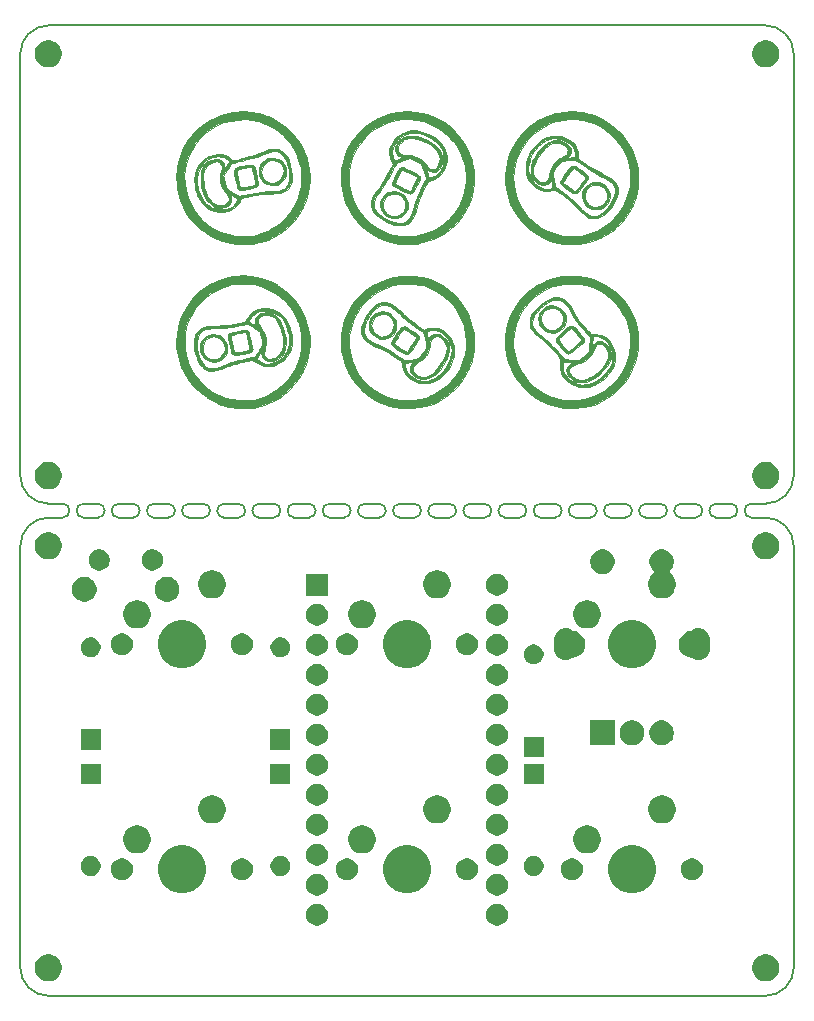
<source format=gbr>
%TF.GenerationSoftware,KiCad,Pcbnew,(5.0.1)-3*%
%TF.CreationDate,2018-12-08T15:20:53+01:00*%
%TF.ProjectId,SamplrPad,53616D706C725061642E6B696361645F,rev?*%
%TF.SameCoordinates,Original*%
%TF.FileFunction,Soldermask,Top*%
%TF.FilePolarity,Negative*%
%FSLAX46Y46*%
G04 Gerber Fmt 4.6, Leading zero omitted, Abs format (unit mm)*
G04 Created by KiCad (PCBNEW (5.0.1)-3) date 8/12/2018 15:20:53*
%MOMM*%
%LPD*%
G01*
G04 APERTURE LIST*
%ADD10C,0.150000*%
%ADD11C,0.010000*%
G04 APERTURE END LIST*
D10*
X141089189Y-57745369D02*
X142279815Y-57745369D01*
X141089189Y-56554743D02*
X142279815Y-56554743D01*
X81557889Y-57745369D02*
X82748515Y-57745369D01*
X81557889Y-56554743D02*
X82748515Y-56554743D01*
X138112624Y-56554743D02*
X139303250Y-56554743D01*
X135136059Y-56554743D02*
X136326685Y-56554743D01*
X141089189Y-57745369D02*
G75*
G02X141089189Y-56554743I0J595313D01*
G01*
X139303250Y-56554743D02*
G75*
G02X139303250Y-57745369I0J-595313D01*
G01*
X138112624Y-57745369D02*
X139303250Y-57745369D01*
X138112624Y-57745369D02*
G75*
G02X138112624Y-56554743I0J595313D01*
G01*
X136326685Y-56554743D02*
G75*
G02X136326685Y-57745369I0J-595313D01*
G01*
X132159494Y-56554743D02*
X133350120Y-56554743D01*
X135136059Y-57745369D02*
X136326685Y-57745369D01*
X135136059Y-57745369D02*
G75*
G02X135136059Y-56554743I0J595313D01*
G01*
X133350120Y-56554743D02*
G75*
G02X133350120Y-57745369I0J-595313D01*
G01*
X129182929Y-56554743D02*
X130373555Y-56554743D01*
X132159494Y-57745369D02*
X133350120Y-57745369D01*
X132159494Y-57745369D02*
G75*
G02X132159494Y-56554743I0J595313D01*
G01*
X130373555Y-56554743D02*
G75*
G02X130373555Y-57745369I0J-595313D01*
G01*
X126206364Y-56554743D02*
X127396990Y-56554743D01*
X129182929Y-57745369D02*
X130373555Y-57745369D01*
X129182929Y-57745369D02*
G75*
G02X129182929Y-56554743I0J595313D01*
G01*
X127396990Y-56554743D02*
G75*
G02X127396990Y-57745369I0J-595313D01*
G01*
X123229799Y-56554743D02*
X124420425Y-56554743D01*
X126206364Y-57745369D02*
X127396990Y-57745369D01*
X126206364Y-57745369D02*
G75*
G02X126206364Y-56554743I0J595313D01*
G01*
X124420425Y-56554743D02*
G75*
G02X124420425Y-57745369I0J-595313D01*
G01*
X120253234Y-56554743D02*
X121443860Y-56554743D01*
X123229799Y-57745369D02*
X124420425Y-57745369D01*
X123229799Y-57745369D02*
G75*
G02X123229799Y-56554743I0J595313D01*
G01*
X121443860Y-56554743D02*
G75*
G02X121443860Y-57745369I0J-595313D01*
G01*
X117276669Y-56554743D02*
X118467295Y-56554743D01*
X120253234Y-57745369D02*
X121443860Y-57745369D01*
X120253234Y-57745369D02*
G75*
G02X120253234Y-56554743I0J595313D01*
G01*
X118467295Y-56554743D02*
G75*
G02X118467295Y-57745369I0J-595313D01*
G01*
X114300104Y-56554743D02*
X115490730Y-56554743D01*
X117276669Y-57745369D02*
X118467295Y-57745369D01*
X117276669Y-57745369D02*
G75*
G02X117276669Y-56554743I0J595313D01*
G01*
X115490730Y-56554743D02*
G75*
G02X115490730Y-57745369I0J-595313D01*
G01*
X111323539Y-56554743D02*
X112514165Y-56554743D01*
X114300104Y-57745369D02*
X115490730Y-57745369D01*
X114300104Y-57745369D02*
G75*
G02X114300104Y-56554743I0J595313D01*
G01*
X112514165Y-56554743D02*
G75*
G02X112514165Y-57745369I0J-595313D01*
G01*
X108346974Y-56554743D02*
X109537600Y-56554743D01*
X111323539Y-57745369D02*
X112514165Y-57745369D01*
X111323539Y-57745369D02*
G75*
G02X111323539Y-56554743I0J595313D01*
G01*
X109537600Y-56554743D02*
G75*
G02X109537600Y-57745369I0J-595313D01*
G01*
X105370409Y-56554743D02*
X106561035Y-56554743D01*
X108346974Y-57745369D02*
X109537600Y-57745369D01*
X108346974Y-57745369D02*
G75*
G02X108346974Y-56554743I0J595313D01*
G01*
X106561035Y-56554743D02*
G75*
G02X106561035Y-57745369I0J-595313D01*
G01*
X102393844Y-56554743D02*
X103584470Y-56554743D01*
X105370409Y-57745369D02*
X106561035Y-57745369D01*
X105370409Y-57745369D02*
G75*
G02X105370409Y-56554743I0J595313D01*
G01*
X103584470Y-56554743D02*
G75*
G02X103584470Y-57745369I0J-595313D01*
G01*
X99417279Y-56554743D02*
X100607905Y-56554743D01*
X102393844Y-57745369D02*
X103584470Y-57745369D01*
X102393844Y-57745369D02*
G75*
G02X102393844Y-56554743I0J595313D01*
G01*
X100607905Y-56554743D02*
G75*
G02X100607905Y-57745369I0J-595313D01*
G01*
X96440714Y-56554743D02*
X97631340Y-56554743D01*
X99417279Y-57745369D02*
X100607905Y-57745369D01*
X99417279Y-57745369D02*
G75*
G02X99417279Y-56554743I0J595313D01*
G01*
X97631340Y-56554743D02*
G75*
G02X97631340Y-57745369I0J-595313D01*
G01*
X93464149Y-56554743D02*
X94654775Y-56554743D01*
X96440714Y-57745369D02*
X97631340Y-57745369D01*
X96440714Y-57745369D02*
G75*
G02X96440714Y-56554743I0J595313D01*
G01*
X94654775Y-56554743D02*
G75*
G02X94654775Y-57745369I0J-595313D01*
G01*
X90487584Y-56554743D02*
X91678210Y-56554743D01*
X93464149Y-57745369D02*
X94654775Y-57745369D01*
X93464149Y-57745369D02*
G75*
G02X93464149Y-56554743I0J595313D01*
G01*
X91678210Y-56554743D02*
G75*
G02X91678210Y-57745369I0J-595313D01*
G01*
X87511019Y-56554743D02*
X88701645Y-56554743D01*
X90487584Y-57745369D02*
X91678210Y-57745369D01*
X90487584Y-57745369D02*
G75*
G02X90487584Y-56554743I0J595313D01*
G01*
X88701645Y-56554743D02*
G75*
G02X88701645Y-57745369I0J-595313D01*
G01*
X84534454Y-56554743D02*
X85725080Y-56554743D01*
X87511019Y-57745369D02*
X88701645Y-57745369D01*
X87511019Y-57745369D02*
G75*
G02X87511019Y-56554743I0J595313D01*
G01*
X85725080Y-56554743D02*
G75*
G02X85725080Y-57745369I0J-595313D01*
G01*
X84534454Y-57745369D02*
X85725080Y-57745369D01*
X84534454Y-57745369D02*
G75*
G02X84534454Y-56554743I0J595313D01*
G01*
X82748515Y-56554743D02*
G75*
G02X82748515Y-57745369I0J-595313D01*
G01*
X142279815Y-16073459D02*
G75*
G02X144661067Y-18454711I0J-2381252D01*
G01*
X144661067Y-54173491D02*
G75*
G02X142279815Y-56554743I-2381252J0D01*
G01*
X81557889Y-56554743D02*
G75*
G02X79176637Y-54173491I0J2381252D01*
G01*
X79176637Y-18454711D02*
G75*
G02X81557889Y-16073459I2381252J0D01*
G01*
X144661067Y-18454711D02*
X144661067Y-54173491D01*
X142279815Y-98226653D02*
X81557889Y-98226653D01*
X79176637Y-54173491D02*
X79176637Y-18454711D01*
X79176637Y-60126621D02*
G75*
G02X81557889Y-57745369I2381252J0D01*
G01*
X142279815Y-57745369D02*
G75*
G02X144661067Y-60126621I0J-2381252D01*
G01*
X144661067Y-95845401D02*
G75*
G02X142279815Y-98226653I-2381252J0D01*
G01*
X81557889Y-98226653D02*
G75*
G02X79176637Y-95845401I0J2381252D01*
G01*
X144661067Y-60126621D02*
X144661067Y-95845401D01*
X81557889Y-16073459D02*
X142279815Y-16073459D01*
X79176637Y-95845401D02*
X79176637Y-60126621D01*
D11*
G36*
X92436112Y-28243072D02*
X92563517Y-27594946D01*
X92768380Y-26956396D01*
X92985032Y-26462485D01*
X93313391Y-25891618D01*
X93712451Y-25360115D01*
X94174260Y-24875998D01*
X94690865Y-24447292D01*
X95254315Y-24082020D01*
X95447994Y-23977377D01*
X95637862Y-23883407D01*
X95822231Y-23798596D01*
X95974650Y-23734818D01*
X96040661Y-23711307D01*
X96163307Y-23670068D01*
X96252802Y-23634242D01*
X96273494Y-23623182D01*
X96342892Y-23593494D01*
X96442827Y-23565413D01*
X96570915Y-23535784D01*
X96718833Y-23500739D01*
X96739161Y-23495851D01*
X96904707Y-23462009D01*
X97121084Y-23426161D01*
X97362644Y-23391665D01*
X97603742Y-23361882D01*
X97818730Y-23340171D01*
X97981962Y-23329891D01*
X98009161Y-23329496D01*
X98240506Y-23339512D01*
X98518136Y-23367059D01*
X98819548Y-23408387D01*
X99122238Y-23459745D01*
X99403704Y-23517384D01*
X99641442Y-23577551D01*
X99787161Y-23625825D01*
X99870969Y-23658099D01*
X100002702Y-23708041D01*
X100125827Y-23754332D01*
X100671627Y-24000602D01*
X101201357Y-24320515D01*
X101701982Y-24703102D01*
X102160466Y-25137394D01*
X102563774Y-25612423D01*
X102864990Y-26059293D01*
X103045195Y-26375176D01*
X103186819Y-26657773D01*
X103304330Y-26939782D01*
X103412193Y-27253905D01*
X103454954Y-27392793D01*
X103560975Y-27821891D01*
X103636252Y-28287881D01*
X103678046Y-28761784D01*
X103683618Y-29214619D01*
X103659006Y-29551793D01*
X103539033Y-30238570D01*
X103350994Y-30879227D01*
X103092045Y-31481631D01*
X102759338Y-32053653D01*
X102748055Y-32070626D01*
X102325217Y-32632813D01*
X101852797Y-33126375D01*
X101330859Y-33551267D01*
X100759472Y-33907447D01*
X100138702Y-34194871D01*
X99468614Y-34413493D01*
X99053217Y-34509584D01*
X98867161Y-34543939D01*
X98700155Y-34567157D01*
X98530165Y-34580512D01*
X98335156Y-34585281D01*
X98093096Y-34582739D01*
X98080476Y-34582411D01*
X98080476Y-33912027D01*
X98359454Y-33909629D01*
X98610040Y-33899255D01*
X98811315Y-33880701D01*
X98908136Y-33863600D01*
X99386446Y-33736545D01*
X99801062Y-33598384D01*
X100172924Y-33440364D01*
X100522973Y-33253728D01*
X100824327Y-33062445D01*
X101315649Y-32679859D01*
X101755609Y-32236452D01*
X102137305Y-31741875D01*
X102453833Y-31205777D01*
X102698290Y-30637807D01*
X102805663Y-30292626D01*
X102887033Y-29967854D01*
X102938687Y-29711208D01*
X102957680Y-29572960D01*
X102966052Y-29423263D01*
X102967923Y-29217869D01*
X102964127Y-28977621D01*
X102955502Y-28723365D01*
X102942882Y-28475944D01*
X102927102Y-28256205D01*
X102908998Y-28084990D01*
X102894724Y-28002319D01*
X102731997Y-27422013D01*
X102531450Y-26905115D01*
X102284148Y-26435445D01*
X101981155Y-25996825D01*
X101613537Y-25573074D01*
X101475748Y-25432981D01*
X100989729Y-25010468D01*
X100459450Y-24660008D01*
X99885972Y-24382138D01*
X99270358Y-24177399D01*
X98795451Y-24074509D01*
X98221761Y-24016597D01*
X97626232Y-24032959D01*
X97024980Y-24122189D01*
X96442593Y-24280026D01*
X95869740Y-24516097D01*
X95330293Y-24825466D01*
X94832700Y-25200753D01*
X94385407Y-25634577D01*
X93996862Y-26119559D01*
X93675513Y-26648317D01*
X93630829Y-26736626D01*
X93483784Y-27046913D01*
X93372237Y-27314921D01*
X93286603Y-27570038D01*
X93217299Y-27841652D01*
X93154739Y-28159151D01*
X93140691Y-28239460D01*
X93080244Y-28836096D01*
X93100017Y-29438281D01*
X93196872Y-30036732D01*
X93367671Y-30622161D01*
X93609278Y-31185283D01*
X93918554Y-31716813D01*
X94292363Y-32207464D01*
X94585938Y-32516997D01*
X95080105Y-32941908D01*
X95602072Y-33288749D01*
X96159905Y-33561786D01*
X96761669Y-33765285D01*
X97098994Y-33845949D01*
X97282365Y-33873411D01*
X97521014Y-33893715D01*
X97794024Y-33906655D01*
X98080476Y-33912027D01*
X98080476Y-34582411D01*
X97883829Y-34577293D01*
X97421063Y-34553707D01*
X97017489Y-34508871D01*
X96649089Y-34437175D01*
X96291846Y-34333008D01*
X95921742Y-34190759D01*
X95592219Y-34041956D01*
X95160478Y-33817410D01*
X94778372Y-33573186D01*
X94418641Y-33289873D01*
X94054027Y-32948059D01*
X94048917Y-32942926D01*
X93651241Y-32512457D01*
X93324345Y-32088289D01*
X93057383Y-31654225D01*
X92839511Y-31194073D01*
X92784413Y-31054626D01*
X92728114Y-30907069D01*
X92679566Y-30781343D01*
X92653792Y-30715960D01*
X92623244Y-30622744D01*
X92587672Y-30490338D01*
X92575860Y-30440793D01*
X92542877Y-30298703D01*
X92513239Y-30173988D01*
X92506028Y-30144460D01*
X92490916Y-30061595D01*
X92469445Y-29915610D01*
X92444544Y-29727538D01*
X92420563Y-29530626D01*
X92387887Y-28891417D01*
X92436112Y-28243072D01*
X92436112Y-28243072D01*
G37*
X92436112Y-28243072D02*
X92563517Y-27594946D01*
X92768380Y-26956396D01*
X92985032Y-26462485D01*
X93313391Y-25891618D01*
X93712451Y-25360115D01*
X94174260Y-24875998D01*
X94690865Y-24447292D01*
X95254315Y-24082020D01*
X95447994Y-23977377D01*
X95637862Y-23883407D01*
X95822231Y-23798596D01*
X95974650Y-23734818D01*
X96040661Y-23711307D01*
X96163307Y-23670068D01*
X96252802Y-23634242D01*
X96273494Y-23623182D01*
X96342892Y-23593494D01*
X96442827Y-23565413D01*
X96570915Y-23535784D01*
X96718833Y-23500739D01*
X96739161Y-23495851D01*
X96904707Y-23462009D01*
X97121084Y-23426161D01*
X97362644Y-23391665D01*
X97603742Y-23361882D01*
X97818730Y-23340171D01*
X97981962Y-23329891D01*
X98009161Y-23329496D01*
X98240506Y-23339512D01*
X98518136Y-23367059D01*
X98819548Y-23408387D01*
X99122238Y-23459745D01*
X99403704Y-23517384D01*
X99641442Y-23577551D01*
X99787161Y-23625825D01*
X99870969Y-23658099D01*
X100002702Y-23708041D01*
X100125827Y-23754332D01*
X100671627Y-24000602D01*
X101201357Y-24320515D01*
X101701982Y-24703102D01*
X102160466Y-25137394D01*
X102563774Y-25612423D01*
X102864990Y-26059293D01*
X103045195Y-26375176D01*
X103186819Y-26657773D01*
X103304330Y-26939782D01*
X103412193Y-27253905D01*
X103454954Y-27392793D01*
X103560975Y-27821891D01*
X103636252Y-28287881D01*
X103678046Y-28761784D01*
X103683618Y-29214619D01*
X103659006Y-29551793D01*
X103539033Y-30238570D01*
X103350994Y-30879227D01*
X103092045Y-31481631D01*
X102759338Y-32053653D01*
X102748055Y-32070626D01*
X102325217Y-32632813D01*
X101852797Y-33126375D01*
X101330859Y-33551267D01*
X100759472Y-33907447D01*
X100138702Y-34194871D01*
X99468614Y-34413493D01*
X99053217Y-34509584D01*
X98867161Y-34543939D01*
X98700155Y-34567157D01*
X98530165Y-34580512D01*
X98335156Y-34585281D01*
X98093096Y-34582739D01*
X98080476Y-34582411D01*
X98080476Y-33912027D01*
X98359454Y-33909629D01*
X98610040Y-33899255D01*
X98811315Y-33880701D01*
X98908136Y-33863600D01*
X99386446Y-33736545D01*
X99801062Y-33598384D01*
X100172924Y-33440364D01*
X100522973Y-33253728D01*
X100824327Y-33062445D01*
X101315649Y-32679859D01*
X101755609Y-32236452D01*
X102137305Y-31741875D01*
X102453833Y-31205777D01*
X102698290Y-30637807D01*
X102805663Y-30292626D01*
X102887033Y-29967854D01*
X102938687Y-29711208D01*
X102957680Y-29572960D01*
X102966052Y-29423263D01*
X102967923Y-29217869D01*
X102964127Y-28977621D01*
X102955502Y-28723365D01*
X102942882Y-28475944D01*
X102927102Y-28256205D01*
X102908998Y-28084990D01*
X102894724Y-28002319D01*
X102731997Y-27422013D01*
X102531450Y-26905115D01*
X102284148Y-26435445D01*
X101981155Y-25996825D01*
X101613537Y-25573074D01*
X101475748Y-25432981D01*
X100989729Y-25010468D01*
X100459450Y-24660008D01*
X99885972Y-24382138D01*
X99270358Y-24177399D01*
X98795451Y-24074509D01*
X98221761Y-24016597D01*
X97626232Y-24032959D01*
X97024980Y-24122189D01*
X96442593Y-24280026D01*
X95869740Y-24516097D01*
X95330293Y-24825466D01*
X94832700Y-25200753D01*
X94385407Y-25634577D01*
X93996862Y-26119559D01*
X93675513Y-26648317D01*
X93630829Y-26736626D01*
X93483784Y-27046913D01*
X93372237Y-27314921D01*
X93286603Y-27570038D01*
X93217299Y-27841652D01*
X93154739Y-28159151D01*
X93140691Y-28239460D01*
X93080244Y-28836096D01*
X93100017Y-29438281D01*
X93196872Y-30036732D01*
X93367671Y-30622161D01*
X93609278Y-31185283D01*
X93918554Y-31716813D01*
X94292363Y-32207464D01*
X94585938Y-32516997D01*
X95080105Y-32941908D01*
X95602072Y-33288749D01*
X96159905Y-33561786D01*
X96761669Y-33765285D01*
X97098994Y-33845949D01*
X97282365Y-33873411D01*
X97521014Y-33893715D01*
X97794024Y-33906655D01*
X98080476Y-33912027D01*
X98080476Y-34582411D01*
X97883829Y-34577293D01*
X97421063Y-34553707D01*
X97017489Y-34508871D01*
X96649089Y-34437175D01*
X96291846Y-34333008D01*
X95921742Y-34190759D01*
X95592219Y-34041956D01*
X95160478Y-33817410D01*
X94778372Y-33573186D01*
X94418641Y-33289873D01*
X94054027Y-32948059D01*
X94048917Y-32942926D01*
X93651241Y-32512457D01*
X93324345Y-32088289D01*
X93057383Y-31654225D01*
X92839511Y-31194073D01*
X92784413Y-31054626D01*
X92728114Y-30907069D01*
X92679566Y-30781343D01*
X92653792Y-30715960D01*
X92623244Y-30622744D01*
X92587672Y-30490338D01*
X92575860Y-30440793D01*
X92542877Y-30298703D01*
X92513239Y-30173988D01*
X92506028Y-30144460D01*
X92490916Y-30061595D01*
X92469445Y-29915610D01*
X92444544Y-29727538D01*
X92420563Y-29530626D01*
X92387887Y-28891417D01*
X92436112Y-28243072D01*
G36*
X93934425Y-28721795D02*
X94043294Y-28319105D01*
X94220410Y-27948600D01*
X94462174Y-27621923D01*
X94576296Y-27506017D01*
X94865489Y-27283947D01*
X95194534Y-27113453D01*
X95543970Y-27000996D01*
X95894338Y-26953040D01*
X96190954Y-26969806D01*
X96523210Y-27061485D01*
X96822842Y-27218270D01*
X96973822Y-27335981D01*
X97057133Y-27403961D01*
X97138597Y-27446252D01*
X97234193Y-27463120D01*
X97359899Y-27454830D01*
X97531695Y-27421647D01*
X97765558Y-27363836D01*
X97818661Y-27350002D01*
X97937034Y-27320204D01*
X98101030Y-27280364D01*
X98263161Y-27241929D01*
X98644281Y-27139273D01*
X99033396Y-27010592D01*
X99387926Y-26870190D01*
X99442501Y-26845816D01*
X99866045Y-26669707D01*
X100233195Y-26553467D01*
X100546761Y-26496439D01*
X100809549Y-26497964D01*
X100877244Y-26509388D01*
X101107307Y-26572621D01*
X101289499Y-26662884D01*
X101460312Y-26800008D01*
X101520397Y-26858918D01*
X101726651Y-27122568D01*
X101897145Y-27454448D01*
X102028456Y-27844540D01*
X102117160Y-28282827D01*
X102158479Y-28726293D01*
X102163488Y-29039144D01*
X102146961Y-29272422D01*
X102124619Y-29382460D01*
X101999431Y-29673706D01*
X101807298Y-29914881D01*
X101552802Y-30101213D01*
X101344052Y-30195021D01*
X101231959Y-30229249D01*
X101101516Y-30256060D01*
X100937669Y-30277222D01*
X100725362Y-30294501D01*
X100449542Y-30309662D01*
X100316327Y-30315603D01*
X100030571Y-30328565D01*
X99798876Y-30342069D01*
X99599334Y-30358860D01*
X99410037Y-30381685D01*
X99209079Y-30413289D01*
X98974552Y-30456419D01*
X98684548Y-30513821D01*
X98601827Y-30530517D01*
X98340265Y-30584059D01*
X98148394Y-30627233D01*
X98012907Y-30666395D01*
X97920499Y-30707902D01*
X97857861Y-30758112D01*
X97811687Y-30823381D01*
X97768671Y-30910066D01*
X97757819Y-30933713D01*
X97668938Y-31078688D01*
X97668938Y-30536834D01*
X98029549Y-30448303D01*
X98613913Y-30314417D01*
X99139430Y-30215321D01*
X99623298Y-30148575D01*
X100082715Y-30111740D01*
X100470771Y-30102126D01*
X100720893Y-30098958D01*
X100907434Y-30087908D01*
X101051296Y-30066664D01*
X101173383Y-30032911D01*
X101207374Y-30020577D01*
X101478093Y-29887188D01*
X101679259Y-29716042D01*
X101820756Y-29498676D01*
X101823302Y-29493247D01*
X101870722Y-29379031D01*
X101900794Y-29266312D01*
X101917252Y-29130566D01*
X101923829Y-28947265D01*
X101924580Y-28827860D01*
X101921296Y-28627660D01*
X101912112Y-28447186D01*
X101898589Y-28310785D01*
X101887935Y-28256360D01*
X101857183Y-28143952D01*
X101819383Y-27991780D01*
X101798178Y-27900793D01*
X101720533Y-27654183D01*
X101603420Y-27399608D01*
X101462104Y-27164789D01*
X101311850Y-26977446D01*
X101265093Y-26932684D01*
X101073508Y-26797959D01*
X100865004Y-26706887D01*
X100670923Y-26673129D01*
X100669560Y-26673126D01*
X100525174Y-26691961D01*
X100317788Y-26745889D01*
X100059573Y-26831049D01*
X99762701Y-26943579D01*
X99580110Y-27018801D01*
X99196280Y-27171589D01*
X98812867Y-27302721D01*
X98405724Y-27419425D01*
X97950702Y-27528929D01*
X97687157Y-27585424D01*
X97475693Y-27631117D01*
X97292611Y-27674227D01*
X97154735Y-27710532D01*
X97078885Y-27735809D01*
X97071557Y-27739932D01*
X97032135Y-27787443D01*
X96957081Y-27892602D01*
X96855976Y-28041479D01*
X96738403Y-28220141D01*
X96694391Y-28288290D01*
X96365829Y-28799578D01*
X96417624Y-29016936D01*
X96503535Y-29403808D01*
X96567022Y-29721247D01*
X96594435Y-29777585D01*
X96662915Y-29849498D01*
X96781143Y-29944114D01*
X96957800Y-30068562D01*
X97128147Y-30182017D01*
X97668938Y-30536834D01*
X97668938Y-31078688D01*
X97606398Y-31180698D01*
X97393998Y-31412011D01*
X97143987Y-31604603D01*
X96992237Y-31688873D01*
X96708580Y-31784699D01*
X96379220Y-31831999D01*
X96189738Y-31831832D01*
X96189738Y-31626126D01*
X96556161Y-31601254D01*
X96856317Y-31526184D01*
X97092617Y-31400234D01*
X97148211Y-31355276D01*
X97255671Y-31247286D01*
X97366439Y-31115479D01*
X97465119Y-30980898D01*
X97536317Y-30864585D01*
X97564634Y-30787583D01*
X97564661Y-30786108D01*
X97529371Y-30725194D01*
X97435008Y-30643362D01*
X97335795Y-30577684D01*
X97210932Y-30506185D01*
X97114243Y-30456649D01*
X97070999Y-30440793D01*
X97053232Y-30479522D01*
X97040455Y-30581357D01*
X97035292Y-30724770D01*
X97035281Y-30733872D01*
X97020787Y-30951364D01*
X96968092Y-31110561D01*
X96863933Y-31234082D01*
X96695043Y-31344544D01*
X96669001Y-31358413D01*
X96534423Y-31411805D01*
X96360101Y-31458003D01*
X96171420Y-31492971D01*
X96155617Y-31494723D01*
X96155617Y-31279396D01*
X96420181Y-31234085D01*
X96621053Y-31144249D01*
X96753040Y-31012420D01*
X96771826Y-30979022D01*
X96830274Y-30830694D01*
X96834449Y-30705911D01*
X96793282Y-30580368D01*
X96740152Y-30486442D01*
X96651985Y-30357010D01*
X96554931Y-30229126D01*
X96338395Y-29907610D01*
X96183892Y-29566785D01*
X96098332Y-29224387D01*
X96082938Y-29017715D01*
X96093285Y-28879355D01*
X96120853Y-28693271D01*
X96160348Y-28493357D01*
X96173990Y-28434684D01*
X96216951Y-28246926D01*
X96238138Y-28117301D01*
X96239137Y-28022563D01*
X96221534Y-27939463D01*
X96210087Y-27905517D01*
X96111038Y-27725044D01*
X95968274Y-27615438D01*
X95780091Y-27576071D01*
X95544786Y-27606318D01*
X95461043Y-27630035D01*
X95186162Y-27758259D01*
X94962537Y-27953864D01*
X94790227Y-28216797D01*
X94781212Y-28235361D01*
X94732445Y-28344666D01*
X94700202Y-28443462D01*
X94681214Y-28553666D01*
X94672212Y-28697196D01*
X94669927Y-28895969D01*
X94670101Y-28980293D01*
X94691696Y-29413393D01*
X94757344Y-29798782D01*
X94873532Y-30164626D01*
X95014914Y-30477398D01*
X95207506Y-30796524D01*
X95421661Y-31034546D01*
X95659089Y-31192666D01*
X95921499Y-31272086D01*
X96155617Y-31279396D01*
X96155617Y-31494723D01*
X95993768Y-31512673D01*
X95852532Y-31513072D01*
X95786661Y-31498694D01*
X95709990Y-31462804D01*
X95594947Y-31408610D01*
X95553827Y-31389183D01*
X95384543Y-31282071D01*
X95200240Y-31122131D01*
X95023230Y-30932526D01*
X94875827Y-30736419D01*
X94803383Y-30610126D01*
X94663074Y-30296006D01*
X94564431Y-30011679D01*
X94499467Y-29725455D01*
X94460194Y-29405640D01*
X94446047Y-29192438D01*
X94439352Y-28815214D01*
X94464684Y-28503930D01*
X94525850Y-28244700D01*
X94626657Y-28023639D01*
X94770912Y-27826862D01*
X94840802Y-27752669D01*
X95090108Y-27561996D01*
X95384380Y-27441736D01*
X95719005Y-27393667D01*
X95773669Y-27392793D01*
X95941162Y-27398521D01*
X96056273Y-27421139D01*
X96150834Y-27468800D01*
X96195459Y-27500815D01*
X96333690Y-27637085D01*
X96428823Y-27792405D01*
X96463994Y-27938526D01*
X96484303Y-28021353D01*
X96509144Y-28050701D01*
X96557875Y-28049059D01*
X96620991Y-27985858D01*
X96704172Y-27854214D01*
X96766443Y-27738802D01*
X96820261Y-27616099D01*
X96827417Y-27523361D01*
X96779434Y-27444646D01*
X96667834Y-27364012D01*
X96526179Y-27286960D01*
X96390635Y-27222495D01*
X96273314Y-27184419D01*
X96142371Y-27166162D01*
X95965963Y-27161155D01*
X95916524Y-27161184D01*
X95677994Y-27173211D01*
X95469862Y-27213011D01*
X95274023Y-27288792D01*
X95072377Y-27408762D01*
X94846820Y-27581128D01*
X94685325Y-27719406D01*
X94565744Y-27856350D01*
X94437388Y-28058536D01*
X94310246Y-28308648D01*
X94214501Y-28535793D01*
X94184944Y-28664746D01*
X94166080Y-28854700D01*
X94157669Y-29082699D01*
X94159467Y-29325787D01*
X94171233Y-29561007D01*
X94192724Y-29765403D01*
X94223699Y-29916020D01*
X94229233Y-29932793D01*
X94392644Y-30344032D01*
X94565797Y-30681777D01*
X94755135Y-30957136D01*
X94937163Y-31153778D01*
X95092312Y-31281282D01*
X95265724Y-31395911D01*
X95434354Y-31484696D01*
X95575157Y-31534670D01*
X95625412Y-31541063D01*
X95719183Y-31555576D01*
X95765494Y-31583793D01*
X95816769Y-31602268D01*
X95932745Y-31616633D01*
X96093483Y-31624899D01*
X96189738Y-31626126D01*
X96189738Y-31831832D01*
X96027190Y-31831687D01*
X95675520Y-31784678D01*
X95347241Y-31691883D01*
X95175366Y-31616800D01*
X94993596Y-31497191D01*
X94793862Y-31321484D01*
X94594806Y-31109922D01*
X94415067Y-30882754D01*
X94273286Y-30660223D01*
X94245573Y-30606911D01*
X94163919Y-30434916D01*
X94101924Y-30284711D01*
X94052632Y-30133170D01*
X94009086Y-29957170D01*
X93964332Y-29733586D01*
X93935827Y-29577171D01*
X93897402Y-29145031D01*
X93934425Y-28721795D01*
X93934425Y-28721795D01*
G37*
X93934425Y-28721795D02*
X94043294Y-28319105D01*
X94220410Y-27948600D01*
X94462174Y-27621923D01*
X94576296Y-27506017D01*
X94865489Y-27283947D01*
X95194534Y-27113453D01*
X95543970Y-27000996D01*
X95894338Y-26953040D01*
X96190954Y-26969806D01*
X96523210Y-27061485D01*
X96822842Y-27218270D01*
X96973822Y-27335981D01*
X97057133Y-27403961D01*
X97138597Y-27446252D01*
X97234193Y-27463120D01*
X97359899Y-27454830D01*
X97531695Y-27421647D01*
X97765558Y-27363836D01*
X97818661Y-27350002D01*
X97937034Y-27320204D01*
X98101030Y-27280364D01*
X98263161Y-27241929D01*
X98644281Y-27139273D01*
X99033396Y-27010592D01*
X99387926Y-26870190D01*
X99442501Y-26845816D01*
X99866045Y-26669707D01*
X100233195Y-26553467D01*
X100546761Y-26496439D01*
X100809549Y-26497964D01*
X100877244Y-26509388D01*
X101107307Y-26572621D01*
X101289499Y-26662884D01*
X101460312Y-26800008D01*
X101520397Y-26858918D01*
X101726651Y-27122568D01*
X101897145Y-27454448D01*
X102028456Y-27844540D01*
X102117160Y-28282827D01*
X102158479Y-28726293D01*
X102163488Y-29039144D01*
X102146961Y-29272422D01*
X102124619Y-29382460D01*
X101999431Y-29673706D01*
X101807298Y-29914881D01*
X101552802Y-30101213D01*
X101344052Y-30195021D01*
X101231959Y-30229249D01*
X101101516Y-30256060D01*
X100937669Y-30277222D01*
X100725362Y-30294501D01*
X100449542Y-30309662D01*
X100316327Y-30315603D01*
X100030571Y-30328565D01*
X99798876Y-30342069D01*
X99599334Y-30358860D01*
X99410037Y-30381685D01*
X99209079Y-30413289D01*
X98974552Y-30456419D01*
X98684548Y-30513821D01*
X98601827Y-30530517D01*
X98340265Y-30584059D01*
X98148394Y-30627233D01*
X98012907Y-30666395D01*
X97920499Y-30707902D01*
X97857861Y-30758112D01*
X97811687Y-30823381D01*
X97768671Y-30910066D01*
X97757819Y-30933713D01*
X97668938Y-31078688D01*
X97668938Y-30536834D01*
X98029549Y-30448303D01*
X98613913Y-30314417D01*
X99139430Y-30215321D01*
X99623298Y-30148575D01*
X100082715Y-30111740D01*
X100470771Y-30102126D01*
X100720893Y-30098958D01*
X100907434Y-30087908D01*
X101051296Y-30066664D01*
X101173383Y-30032911D01*
X101207374Y-30020577D01*
X101478093Y-29887188D01*
X101679259Y-29716042D01*
X101820756Y-29498676D01*
X101823302Y-29493247D01*
X101870722Y-29379031D01*
X101900794Y-29266312D01*
X101917252Y-29130566D01*
X101923829Y-28947265D01*
X101924580Y-28827860D01*
X101921296Y-28627660D01*
X101912112Y-28447186D01*
X101898589Y-28310785D01*
X101887935Y-28256360D01*
X101857183Y-28143952D01*
X101819383Y-27991780D01*
X101798178Y-27900793D01*
X101720533Y-27654183D01*
X101603420Y-27399608D01*
X101462104Y-27164789D01*
X101311850Y-26977446D01*
X101265093Y-26932684D01*
X101073508Y-26797959D01*
X100865004Y-26706887D01*
X100670923Y-26673129D01*
X100669560Y-26673126D01*
X100525174Y-26691961D01*
X100317788Y-26745889D01*
X100059573Y-26831049D01*
X99762701Y-26943579D01*
X99580110Y-27018801D01*
X99196280Y-27171589D01*
X98812867Y-27302721D01*
X98405724Y-27419425D01*
X97950702Y-27528929D01*
X97687157Y-27585424D01*
X97475693Y-27631117D01*
X97292611Y-27674227D01*
X97154735Y-27710532D01*
X97078885Y-27735809D01*
X97071557Y-27739932D01*
X97032135Y-27787443D01*
X96957081Y-27892602D01*
X96855976Y-28041479D01*
X96738403Y-28220141D01*
X96694391Y-28288290D01*
X96365829Y-28799578D01*
X96417624Y-29016936D01*
X96503535Y-29403808D01*
X96567022Y-29721247D01*
X96594435Y-29777585D01*
X96662915Y-29849498D01*
X96781143Y-29944114D01*
X96957800Y-30068562D01*
X97128147Y-30182017D01*
X97668938Y-30536834D01*
X97668938Y-31078688D01*
X97606398Y-31180698D01*
X97393998Y-31412011D01*
X97143987Y-31604603D01*
X96992237Y-31688873D01*
X96708580Y-31784699D01*
X96379220Y-31831999D01*
X96189738Y-31831832D01*
X96189738Y-31626126D01*
X96556161Y-31601254D01*
X96856317Y-31526184D01*
X97092617Y-31400234D01*
X97148211Y-31355276D01*
X97255671Y-31247286D01*
X97366439Y-31115479D01*
X97465119Y-30980898D01*
X97536317Y-30864585D01*
X97564634Y-30787583D01*
X97564661Y-30786108D01*
X97529371Y-30725194D01*
X97435008Y-30643362D01*
X97335795Y-30577684D01*
X97210932Y-30506185D01*
X97114243Y-30456649D01*
X97070999Y-30440793D01*
X97053232Y-30479522D01*
X97040455Y-30581357D01*
X97035292Y-30724770D01*
X97035281Y-30733872D01*
X97020787Y-30951364D01*
X96968092Y-31110561D01*
X96863933Y-31234082D01*
X96695043Y-31344544D01*
X96669001Y-31358413D01*
X96534423Y-31411805D01*
X96360101Y-31458003D01*
X96171420Y-31492971D01*
X96155617Y-31494723D01*
X96155617Y-31279396D01*
X96420181Y-31234085D01*
X96621053Y-31144249D01*
X96753040Y-31012420D01*
X96771826Y-30979022D01*
X96830274Y-30830694D01*
X96834449Y-30705911D01*
X96793282Y-30580368D01*
X96740152Y-30486442D01*
X96651985Y-30357010D01*
X96554931Y-30229126D01*
X96338395Y-29907610D01*
X96183892Y-29566785D01*
X96098332Y-29224387D01*
X96082938Y-29017715D01*
X96093285Y-28879355D01*
X96120853Y-28693271D01*
X96160348Y-28493357D01*
X96173990Y-28434684D01*
X96216951Y-28246926D01*
X96238138Y-28117301D01*
X96239137Y-28022563D01*
X96221534Y-27939463D01*
X96210087Y-27905517D01*
X96111038Y-27725044D01*
X95968274Y-27615438D01*
X95780091Y-27576071D01*
X95544786Y-27606318D01*
X95461043Y-27630035D01*
X95186162Y-27758259D01*
X94962537Y-27953864D01*
X94790227Y-28216797D01*
X94781212Y-28235361D01*
X94732445Y-28344666D01*
X94700202Y-28443462D01*
X94681214Y-28553666D01*
X94672212Y-28697196D01*
X94669927Y-28895969D01*
X94670101Y-28980293D01*
X94691696Y-29413393D01*
X94757344Y-29798782D01*
X94873532Y-30164626D01*
X95014914Y-30477398D01*
X95207506Y-30796524D01*
X95421661Y-31034546D01*
X95659089Y-31192666D01*
X95921499Y-31272086D01*
X96155617Y-31279396D01*
X96155617Y-31494723D01*
X95993768Y-31512673D01*
X95852532Y-31513072D01*
X95786661Y-31498694D01*
X95709990Y-31462804D01*
X95594947Y-31408610D01*
X95553827Y-31389183D01*
X95384543Y-31282071D01*
X95200240Y-31122131D01*
X95023230Y-30932526D01*
X94875827Y-30736419D01*
X94803383Y-30610126D01*
X94663074Y-30296006D01*
X94564431Y-30011679D01*
X94499467Y-29725455D01*
X94460194Y-29405640D01*
X94446047Y-29192438D01*
X94439352Y-28815214D01*
X94464684Y-28503930D01*
X94525850Y-28244700D01*
X94626657Y-28023639D01*
X94770912Y-27826862D01*
X94840802Y-27752669D01*
X95090108Y-27561996D01*
X95384380Y-27441736D01*
X95719005Y-27393667D01*
X95773669Y-27392793D01*
X95941162Y-27398521D01*
X96056273Y-27421139D01*
X96150834Y-27468800D01*
X96195459Y-27500815D01*
X96333690Y-27637085D01*
X96428823Y-27792405D01*
X96463994Y-27938526D01*
X96484303Y-28021353D01*
X96509144Y-28050701D01*
X96557875Y-28049059D01*
X96620991Y-27985858D01*
X96704172Y-27854214D01*
X96766443Y-27738802D01*
X96820261Y-27616099D01*
X96827417Y-27523361D01*
X96779434Y-27444646D01*
X96667834Y-27364012D01*
X96526179Y-27286960D01*
X96390635Y-27222495D01*
X96273314Y-27184419D01*
X96142371Y-27166162D01*
X95965963Y-27161155D01*
X95916524Y-27161184D01*
X95677994Y-27173211D01*
X95469862Y-27213011D01*
X95274023Y-27288792D01*
X95072377Y-27408762D01*
X94846820Y-27581128D01*
X94685325Y-27719406D01*
X94565744Y-27856350D01*
X94437388Y-28058536D01*
X94310246Y-28308648D01*
X94214501Y-28535793D01*
X94184944Y-28664746D01*
X94166080Y-28854700D01*
X94157669Y-29082699D01*
X94159467Y-29325787D01*
X94171233Y-29561007D01*
X94192724Y-29765403D01*
X94223699Y-29916020D01*
X94229233Y-29932793D01*
X94392644Y-30344032D01*
X94565797Y-30681777D01*
X94755135Y-30957136D01*
X94937163Y-31153778D01*
X95092312Y-31281282D01*
X95265724Y-31395911D01*
X95434354Y-31484696D01*
X95575157Y-31534670D01*
X95625412Y-31541063D01*
X95719183Y-31555576D01*
X95765494Y-31583793D01*
X95816769Y-31602268D01*
X95932745Y-31616633D01*
X96093483Y-31624899D01*
X96189738Y-31626126D01*
X96189738Y-31831832D01*
X96027190Y-31831687D01*
X95675520Y-31784678D01*
X95347241Y-31691883D01*
X95175366Y-31616800D01*
X94993596Y-31497191D01*
X94793862Y-31321484D01*
X94594806Y-31109922D01*
X94415067Y-30882754D01*
X94273286Y-30660223D01*
X94245573Y-30606911D01*
X94163919Y-30434916D01*
X94101924Y-30284711D01*
X94052632Y-30133170D01*
X94009086Y-29957170D01*
X93964332Y-29733586D01*
X93935827Y-29577171D01*
X93897402Y-29145031D01*
X93934425Y-28721795D01*
G36*
X97281111Y-28316257D02*
X97341859Y-28187486D01*
X97356161Y-28173093D01*
X97452652Y-28118475D01*
X97613664Y-28061452D01*
X97819289Y-28005913D01*
X98049616Y-27955747D01*
X98284735Y-27914841D01*
X98504736Y-27887085D01*
X98689708Y-27876366D01*
X98819742Y-27886573D01*
X98821353Y-27886948D01*
X98886138Y-27905876D01*
X98937960Y-27935546D01*
X98981194Y-27986882D01*
X99020216Y-28070811D01*
X99059404Y-28198259D01*
X99103134Y-28380150D01*
X99155782Y-28627410D01*
X99195228Y-28820334D01*
X99247644Y-29089598D01*
X99280388Y-29290264D01*
X99294449Y-29435839D01*
X99290813Y-29539834D01*
X99270468Y-29615756D01*
X99255536Y-29645377D01*
X99226629Y-29680897D01*
X99177075Y-29713183D01*
X99095670Y-29745667D01*
X98971209Y-29781781D01*
X98792490Y-29824957D01*
X98548308Y-29878626D01*
X98372453Y-29915876D01*
X98152568Y-29961112D01*
X97998009Y-29989016D01*
X97956114Y-29993619D01*
X97956114Y-29783021D01*
X98096771Y-29763296D01*
X98295711Y-29724818D01*
X98564310Y-29668878D01*
X98622994Y-29656624D01*
X98782552Y-29622496D01*
X98912538Y-29593108D01*
X98988167Y-29574094D01*
X98993411Y-29572445D01*
X99032130Y-29516095D01*
X99044267Y-29388540D01*
X99030224Y-29198824D01*
X98990404Y-28955995D01*
X98959468Y-28810960D01*
X98890420Y-28516856D01*
X98834883Y-28299682D01*
X98791072Y-28153095D01*
X98757201Y-28070751D01*
X98746698Y-28055142D01*
X98695264Y-28049634D01*
X98578114Y-28061790D01*
X98411640Y-28088620D01*
X98212236Y-28127132D01*
X97996293Y-28174337D01*
X97780206Y-28227243D01*
X97728432Y-28240916D01*
X97609754Y-28280012D01*
X97538890Y-28331224D01*
X97509430Y-28411988D01*
X97514962Y-28539738D01*
X97548651Y-28729804D01*
X97586178Y-28912940D01*
X97622794Y-29085331D01*
X97651242Y-29212885D01*
X97653798Y-29223710D01*
X97689240Y-29376667D01*
X97725433Y-29539050D01*
X97728932Y-29555198D01*
X97748807Y-29648591D01*
X97770086Y-29716780D01*
X97804147Y-29761054D01*
X97862365Y-29782704D01*
X97956114Y-29783021D01*
X97956114Y-29993619D01*
X97891474Y-30000723D01*
X97815662Y-29997372D01*
X97753271Y-29980100D01*
X97706814Y-29959618D01*
X97601993Y-29885804D01*
X97545957Y-29799077D01*
X97545324Y-29796425D01*
X97524393Y-29703831D01*
X97486705Y-29538243D01*
X97434434Y-29309190D01*
X97369755Y-29026202D01*
X97308954Y-28760464D01*
X97270023Y-28508735D01*
X97281111Y-28316257D01*
X97281111Y-28316257D01*
G37*
X97281111Y-28316257D02*
X97341859Y-28187486D01*
X97356161Y-28173093D01*
X97452652Y-28118475D01*
X97613664Y-28061452D01*
X97819289Y-28005913D01*
X98049616Y-27955747D01*
X98284735Y-27914841D01*
X98504736Y-27887085D01*
X98689708Y-27876366D01*
X98819742Y-27886573D01*
X98821353Y-27886948D01*
X98886138Y-27905876D01*
X98937960Y-27935546D01*
X98981194Y-27986882D01*
X99020216Y-28070811D01*
X99059404Y-28198259D01*
X99103134Y-28380150D01*
X99155782Y-28627410D01*
X99195228Y-28820334D01*
X99247644Y-29089598D01*
X99280388Y-29290264D01*
X99294449Y-29435839D01*
X99290813Y-29539834D01*
X99270468Y-29615756D01*
X99255536Y-29645377D01*
X99226629Y-29680897D01*
X99177075Y-29713183D01*
X99095670Y-29745667D01*
X98971209Y-29781781D01*
X98792490Y-29824957D01*
X98548308Y-29878626D01*
X98372453Y-29915876D01*
X98152568Y-29961112D01*
X97998009Y-29989016D01*
X97956114Y-29993619D01*
X97956114Y-29783021D01*
X98096771Y-29763296D01*
X98295711Y-29724818D01*
X98564310Y-29668878D01*
X98622994Y-29656624D01*
X98782552Y-29622496D01*
X98912538Y-29593108D01*
X98988167Y-29574094D01*
X98993411Y-29572445D01*
X99032130Y-29516095D01*
X99044267Y-29388540D01*
X99030224Y-29198824D01*
X98990404Y-28955995D01*
X98959468Y-28810960D01*
X98890420Y-28516856D01*
X98834883Y-28299682D01*
X98791072Y-28153095D01*
X98757201Y-28070751D01*
X98746698Y-28055142D01*
X98695264Y-28049634D01*
X98578114Y-28061790D01*
X98411640Y-28088620D01*
X98212236Y-28127132D01*
X97996293Y-28174337D01*
X97780206Y-28227243D01*
X97728432Y-28240916D01*
X97609754Y-28280012D01*
X97538890Y-28331224D01*
X97509430Y-28411988D01*
X97514962Y-28539738D01*
X97548651Y-28729804D01*
X97586178Y-28912940D01*
X97622794Y-29085331D01*
X97651242Y-29212885D01*
X97653798Y-29223710D01*
X97689240Y-29376667D01*
X97725433Y-29539050D01*
X97728932Y-29555198D01*
X97748807Y-29648591D01*
X97770086Y-29716780D01*
X97804147Y-29761054D01*
X97862365Y-29782704D01*
X97956114Y-29783021D01*
X97956114Y-29993619D01*
X97891474Y-30000723D01*
X97815662Y-29997372D01*
X97753271Y-29980100D01*
X97706814Y-29959618D01*
X97601993Y-29885804D01*
X97545957Y-29799077D01*
X97545324Y-29796425D01*
X97524393Y-29703831D01*
X97486705Y-29538243D01*
X97434434Y-29309190D01*
X97369755Y-29026202D01*
X97308954Y-28760464D01*
X97270023Y-28508735D01*
X97281111Y-28316257D01*
G36*
X99376849Y-28315731D02*
X99407245Y-28098215D01*
X99445294Y-27976452D01*
X99580449Y-27749383D01*
X99776929Y-27542334D01*
X99969342Y-27404192D01*
X100175867Y-27323264D01*
X100425377Y-27285994D01*
X100688052Y-27292825D01*
X100934069Y-27344200D01*
X101044646Y-27388242D01*
X101301067Y-27556731D01*
X101499472Y-27777919D01*
X101634043Y-28038449D01*
X101698962Y-28324966D01*
X101688408Y-28624114D01*
X101651131Y-28780328D01*
X101535283Y-29047037D01*
X101365375Y-29261245D01*
X101128788Y-29437777D01*
X101057161Y-29478071D01*
X100872388Y-29542108D01*
X100640860Y-29572723D01*
X100535395Y-29571448D01*
X100535395Y-29418845D01*
X100639478Y-29402545D01*
X100765613Y-29365352D01*
X101021313Y-29245550D01*
X101225972Y-29071005D01*
X101373412Y-28855015D01*
X101457460Y-28610876D01*
X101471941Y-28351886D01*
X101410678Y-28091342D01*
X101384884Y-28031877D01*
X101242169Y-27812543D01*
X101052335Y-27639199D01*
X100832364Y-27521333D01*
X100599243Y-27468432D01*
X100400799Y-27482217D01*
X100155223Y-27561422D01*
X99954261Y-27686186D01*
X99853792Y-27777175D01*
X99707835Y-27965865D01*
X99624491Y-28185350D01*
X99596717Y-28454582D01*
X99596661Y-28469175D01*
X99635047Y-28744928D01*
X99747357Y-28982759D01*
X99929319Y-29177204D01*
X100176660Y-29322803D01*
X100300098Y-29368417D01*
X100435686Y-29407381D01*
X100535395Y-29418845D01*
X100535395Y-29571448D01*
X100393691Y-29569733D01*
X100161996Y-29532954D01*
X100019519Y-29484208D01*
X99767222Y-29323505D01*
X99558326Y-29100797D01*
X99461208Y-28943652D01*
X99404365Y-28770932D01*
X99376068Y-28550798D01*
X99376849Y-28315731D01*
X99376849Y-28315731D01*
G37*
X99376849Y-28315731D02*
X99407245Y-28098215D01*
X99445294Y-27976452D01*
X99580449Y-27749383D01*
X99776929Y-27542334D01*
X99969342Y-27404192D01*
X100175867Y-27323264D01*
X100425377Y-27285994D01*
X100688052Y-27292825D01*
X100934069Y-27344200D01*
X101044646Y-27388242D01*
X101301067Y-27556731D01*
X101499472Y-27777919D01*
X101634043Y-28038449D01*
X101698962Y-28324966D01*
X101688408Y-28624114D01*
X101651131Y-28780328D01*
X101535283Y-29047037D01*
X101365375Y-29261245D01*
X101128788Y-29437777D01*
X101057161Y-29478071D01*
X100872388Y-29542108D01*
X100640860Y-29572723D01*
X100535395Y-29571448D01*
X100535395Y-29418845D01*
X100639478Y-29402545D01*
X100765613Y-29365352D01*
X101021313Y-29245550D01*
X101225972Y-29071005D01*
X101373412Y-28855015D01*
X101457460Y-28610876D01*
X101471941Y-28351886D01*
X101410678Y-28091342D01*
X101384884Y-28031877D01*
X101242169Y-27812543D01*
X101052335Y-27639199D01*
X100832364Y-27521333D01*
X100599243Y-27468432D01*
X100400799Y-27482217D01*
X100155223Y-27561422D01*
X99954261Y-27686186D01*
X99853792Y-27777175D01*
X99707835Y-27965865D01*
X99624491Y-28185350D01*
X99596717Y-28454582D01*
X99596661Y-28469175D01*
X99635047Y-28744928D01*
X99747357Y-28982759D01*
X99929319Y-29177204D01*
X100176660Y-29322803D01*
X100300098Y-29368417D01*
X100435686Y-29407381D01*
X100535395Y-29418845D01*
X100535395Y-29571448D01*
X100393691Y-29569733D01*
X100161996Y-29532954D01*
X100019519Y-29484208D01*
X99767222Y-29323505D01*
X99558326Y-29100797D01*
X99461208Y-28943652D01*
X99404365Y-28770932D01*
X99376068Y-28550798D01*
X99376849Y-28315731D01*
G36*
X94380904Y-43242513D02*
X94413470Y-43030175D01*
X94472695Y-42863478D01*
X94476005Y-42857495D01*
X94645461Y-42614104D01*
X94851920Y-42430735D01*
X95008237Y-42337272D01*
X95146076Y-42275041D01*
X95280208Y-42241295D01*
X95446735Y-42228556D01*
X95537404Y-42227676D01*
X95795027Y-42243415D01*
X96002108Y-42297168D01*
X96188469Y-42400299D01*
X96358783Y-42540718D01*
X96546609Y-42768744D01*
X96667198Y-43035464D01*
X96716529Y-43323493D01*
X96690583Y-43615448D01*
X96643161Y-43770396D01*
X96506910Y-44038578D01*
X96329565Y-44241696D01*
X96172994Y-44353883D01*
X95875995Y-44485140D01*
X95575442Y-44535969D01*
X95519526Y-44530922D01*
X95519526Y-44330239D01*
X95751334Y-44307218D01*
X95973859Y-44220964D01*
X96175093Y-44067479D01*
X96291775Y-43925419D01*
X96422783Y-43706612D01*
X96490267Y-43514856D01*
X96498020Y-43325855D01*
X96449836Y-43115312D01*
X96428081Y-43052585D01*
X96346175Y-42862634D01*
X96250345Y-42727278D01*
X96116439Y-42617067D01*
X96024288Y-42560234D01*
X95761963Y-42438931D01*
X95526846Y-42393288D01*
X95334563Y-42419931D01*
X95059181Y-42551630D01*
X94843484Y-42734833D01*
X94693675Y-42961498D01*
X94615957Y-43223586D01*
X94606070Y-43364270D01*
X94641449Y-43636721D01*
X94739582Y-43869918D01*
X94888462Y-44059865D01*
X95076084Y-44202566D01*
X95290441Y-44294022D01*
X95519526Y-44330239D01*
X95519526Y-44530922D01*
X95281701Y-44509454D01*
X95005135Y-44408683D01*
X94756108Y-44236742D01*
X94544986Y-43996715D01*
X94451069Y-43841174D01*
X94398912Y-43679233D01*
X94375787Y-43469273D01*
X94380904Y-43242513D01*
X94380904Y-43242513D01*
G37*
X94380904Y-43242513D02*
X94413470Y-43030175D01*
X94472695Y-42863478D01*
X94476005Y-42857495D01*
X94645461Y-42614104D01*
X94851920Y-42430735D01*
X95008237Y-42337272D01*
X95146076Y-42275041D01*
X95280208Y-42241295D01*
X95446735Y-42228556D01*
X95537404Y-42227676D01*
X95795027Y-42243415D01*
X96002108Y-42297168D01*
X96188469Y-42400299D01*
X96358783Y-42540718D01*
X96546609Y-42768744D01*
X96667198Y-43035464D01*
X96716529Y-43323493D01*
X96690583Y-43615448D01*
X96643161Y-43770396D01*
X96506910Y-44038578D01*
X96329565Y-44241696D01*
X96172994Y-44353883D01*
X95875995Y-44485140D01*
X95575442Y-44535969D01*
X95519526Y-44530922D01*
X95519526Y-44330239D01*
X95751334Y-44307218D01*
X95973859Y-44220964D01*
X96175093Y-44067479D01*
X96291775Y-43925419D01*
X96422783Y-43706612D01*
X96490267Y-43514856D01*
X96498020Y-43325855D01*
X96449836Y-43115312D01*
X96428081Y-43052585D01*
X96346175Y-42862634D01*
X96250345Y-42727278D01*
X96116439Y-42617067D01*
X96024288Y-42560234D01*
X95761963Y-42438931D01*
X95526846Y-42393288D01*
X95334563Y-42419931D01*
X95059181Y-42551630D01*
X94843484Y-42734833D01*
X94693675Y-42961498D01*
X94615957Y-43223586D01*
X94606070Y-43364270D01*
X94641449Y-43636721D01*
X94739582Y-43869918D01*
X94888462Y-44059865D01*
X95076084Y-44202566D01*
X95290441Y-44294022D01*
X95519526Y-44330239D01*
X95519526Y-44530922D01*
X95281701Y-44509454D01*
X95005135Y-44408683D01*
X94756108Y-44236742D01*
X94544986Y-43996715D01*
X94451069Y-43841174D01*
X94398912Y-43679233D01*
X94375787Y-43469273D01*
X94380904Y-43242513D01*
G36*
X96777327Y-42279079D02*
X96803289Y-42185536D01*
X96806749Y-42180951D01*
X96846985Y-42145203D01*
X96912338Y-42111579D01*
X97014147Y-42076802D01*
X97163751Y-42037593D01*
X97372489Y-41990673D01*
X97651701Y-41932764D01*
X97696404Y-41923726D01*
X97953346Y-41874893D01*
X98142033Y-41848120D01*
X98276131Y-41844078D01*
X98369305Y-41863444D01*
X98435222Y-41906890D01*
X98479431Y-41962342D01*
X98501503Y-42022252D01*
X98537167Y-42148140D01*
X98582474Y-42323154D01*
X98633472Y-42530445D01*
X98686212Y-42753160D01*
X98736743Y-42974448D01*
X98781115Y-43177458D01*
X98815377Y-43345339D01*
X98835579Y-43461240D01*
X98839284Y-43497370D01*
X98816298Y-43530020D01*
X98760188Y-43602938D01*
X98754075Y-43610722D01*
X98689596Y-43676364D01*
X98602150Y-43728649D01*
X98474877Y-43774167D01*
X98290913Y-43819512D01*
X98140904Y-43850447D01*
X97973239Y-43885125D01*
X97813845Y-43920612D01*
X97733825Y-43939977D01*
X97589084Y-43965485D01*
X97424767Y-43978782D01*
X97391136Y-43979329D01*
X97388978Y-43979149D01*
X97388978Y-43768660D01*
X97513203Y-43759937D01*
X97681869Y-43737171D01*
X97876206Y-43703930D01*
X98077449Y-43663781D01*
X98266828Y-43620293D01*
X98425578Y-43577034D01*
X98534929Y-43537571D01*
X98556641Y-43526195D01*
X98573193Y-43474306D01*
X98566397Y-43350731D01*
X98535895Y-43152088D01*
X98495276Y-42942162D01*
X98461194Y-42788171D01*
X98425693Y-42646074D01*
X98412823Y-42600490D01*
X98384369Y-42476018D01*
X98373737Y-42376138D01*
X98354362Y-42272384D01*
X98307692Y-42154080D01*
X98306953Y-42152645D01*
X98279601Y-42099933D01*
X98251937Y-42064411D01*
X98210299Y-42045812D01*
X98141026Y-42043872D01*
X98030458Y-42058325D01*
X97864934Y-42088905D01*
X97630794Y-42135347D01*
X97611737Y-42139134D01*
X97359199Y-42192602D01*
X97180561Y-42241327D01*
X97065869Y-42292273D01*
X97005170Y-42352403D01*
X96988511Y-42428680D01*
X97005937Y-42528069D01*
X97014361Y-42557040D01*
X97042242Y-42666580D01*
X97075969Y-42824307D01*
X97106145Y-42984495D01*
X97158464Y-43253038D01*
X97212758Y-43477056D01*
X97265625Y-43644659D01*
X97313662Y-43743953D01*
X97327960Y-43759773D01*
X97388978Y-43768660D01*
X97388978Y-43979149D01*
X97264604Y-43968727D01*
X97167699Y-43929392D01*
X97092996Y-43850034D01*
X97033071Y-43719359D01*
X96980496Y-43526076D01*
X96931797Y-43280829D01*
X96898003Y-43107177D01*
X96859801Y-42928703D01*
X96848248Y-42878662D01*
X96800733Y-42641204D01*
X96776784Y-42436156D01*
X96777327Y-42279079D01*
X96777327Y-42279079D01*
G37*
X96777327Y-42279079D02*
X96803289Y-42185536D01*
X96806749Y-42180951D01*
X96846985Y-42145203D01*
X96912338Y-42111579D01*
X97014147Y-42076802D01*
X97163751Y-42037593D01*
X97372489Y-41990673D01*
X97651701Y-41932764D01*
X97696404Y-41923726D01*
X97953346Y-41874893D01*
X98142033Y-41848120D01*
X98276131Y-41844078D01*
X98369305Y-41863444D01*
X98435222Y-41906890D01*
X98479431Y-41962342D01*
X98501503Y-42022252D01*
X98537167Y-42148140D01*
X98582474Y-42323154D01*
X98633472Y-42530445D01*
X98686212Y-42753160D01*
X98736743Y-42974448D01*
X98781115Y-43177458D01*
X98815377Y-43345339D01*
X98835579Y-43461240D01*
X98839284Y-43497370D01*
X98816298Y-43530020D01*
X98760188Y-43602938D01*
X98754075Y-43610722D01*
X98689596Y-43676364D01*
X98602150Y-43728649D01*
X98474877Y-43774167D01*
X98290913Y-43819512D01*
X98140904Y-43850447D01*
X97973239Y-43885125D01*
X97813845Y-43920612D01*
X97733825Y-43939977D01*
X97589084Y-43965485D01*
X97424767Y-43978782D01*
X97391136Y-43979329D01*
X97388978Y-43979149D01*
X97388978Y-43768660D01*
X97513203Y-43759937D01*
X97681869Y-43737171D01*
X97876206Y-43703930D01*
X98077449Y-43663781D01*
X98266828Y-43620293D01*
X98425578Y-43577034D01*
X98534929Y-43537571D01*
X98556641Y-43526195D01*
X98573193Y-43474306D01*
X98566397Y-43350731D01*
X98535895Y-43152088D01*
X98495276Y-42942162D01*
X98461194Y-42788171D01*
X98425693Y-42646074D01*
X98412823Y-42600490D01*
X98384369Y-42476018D01*
X98373737Y-42376138D01*
X98354362Y-42272384D01*
X98307692Y-42154080D01*
X98306953Y-42152645D01*
X98279601Y-42099933D01*
X98251937Y-42064411D01*
X98210299Y-42045812D01*
X98141026Y-42043872D01*
X98030458Y-42058325D01*
X97864934Y-42088905D01*
X97630794Y-42135347D01*
X97611737Y-42139134D01*
X97359199Y-42192602D01*
X97180561Y-42241327D01*
X97065869Y-42292273D01*
X97005170Y-42352403D01*
X96988511Y-42428680D01*
X97005937Y-42528069D01*
X97014361Y-42557040D01*
X97042242Y-42666580D01*
X97075969Y-42824307D01*
X97106145Y-42984495D01*
X97158464Y-43253038D01*
X97212758Y-43477056D01*
X97265625Y-43644659D01*
X97313662Y-43743953D01*
X97327960Y-43759773D01*
X97388978Y-43768660D01*
X97388978Y-43979149D01*
X97264604Y-43968727D01*
X97167699Y-43929392D01*
X97092996Y-43850034D01*
X97033071Y-43719359D01*
X96980496Y-43526076D01*
X96931797Y-43280829D01*
X96898003Y-43107177D01*
X96859801Y-42928703D01*
X96848248Y-42878662D01*
X96800733Y-42641204D01*
X96776784Y-42436156D01*
X96777327Y-42279079D01*
G36*
X93915435Y-42645464D02*
X93954786Y-42414612D01*
X93968109Y-42365682D01*
X94086521Y-42112557D01*
X94273188Y-41888281D01*
X94512934Y-41707312D01*
X94787855Y-41584944D01*
X94929879Y-41553884D01*
X95143039Y-41527224D01*
X95431568Y-41504562D01*
X95799699Y-41485502D01*
X95876070Y-41482370D01*
X96285173Y-41462221D01*
X96632795Y-41435674D01*
X96942019Y-41400431D01*
X97235931Y-41354196D01*
X97320016Y-41338704D01*
X97609861Y-41282913D01*
X97829465Y-41236491D01*
X97991845Y-41193417D01*
X98110015Y-41147666D01*
X98196990Y-41093216D01*
X98265786Y-41024044D01*
X98329419Y-40934126D01*
X98383268Y-40846662D01*
X98521860Y-40631405D01*
X98647270Y-40474297D01*
X98778662Y-40355244D01*
X98935200Y-40254150D01*
X98962976Y-40238780D01*
X99311170Y-40095794D01*
X99688455Y-40023709D01*
X100078890Y-40021729D01*
X100466533Y-40089057D01*
X100835444Y-40224897D01*
X101047384Y-40342928D01*
X101320941Y-40561200D01*
X101572794Y-40843764D01*
X101788627Y-41170571D01*
X101954122Y-41521569D01*
X102011642Y-41693329D01*
X102054414Y-41839998D01*
X102094417Y-41974743D01*
X102104257Y-42007274D01*
X102123872Y-42111556D01*
X102141419Y-42274739D01*
X102155553Y-42471058D01*
X102164930Y-42674752D01*
X102168205Y-42860057D01*
X102164033Y-43001210D01*
X102158586Y-43047995D01*
X102064959Y-43440722D01*
X101935952Y-43769745D01*
X101764113Y-44051289D01*
X101618172Y-44224771D01*
X101481935Y-44356217D01*
X101326622Y-44486195D01*
X101170383Y-44601648D01*
X101031368Y-44689517D01*
X100927727Y-44736743D01*
X100900215Y-44741329D01*
X100818997Y-44766813D01*
X100805787Y-44776526D01*
X100704348Y-44828147D01*
X100539949Y-44870415D01*
X100334133Y-44899263D01*
X100108442Y-44910625D01*
X100095116Y-44910662D01*
X100079822Y-44909355D01*
X100079822Y-44703879D01*
X100133716Y-44703440D01*
X100421892Y-44678279D01*
X100684285Y-44605842D01*
X100949354Y-44476690D01*
X101098400Y-44383516D01*
X101300900Y-44233120D01*
X101465337Y-44069938D01*
X101603032Y-43877338D01*
X101725307Y-43638685D01*
X101843482Y-43337346D01*
X101877710Y-43238495D01*
X101901806Y-43116599D01*
X101917149Y-42935607D01*
X101923657Y-42720643D01*
X101921247Y-42496834D01*
X101909837Y-42289305D01*
X101889343Y-42123181D01*
X101881495Y-42085520D01*
X101780521Y-41746899D01*
X101646300Y-41421743D01*
X101487976Y-41126383D01*
X101314691Y-40877150D01*
X101135586Y-40690374D01*
X101074146Y-40643419D01*
X100824047Y-40481991D01*
X100630346Y-40380536D01*
X100494063Y-40339573D01*
X100476416Y-40338662D01*
X100380144Y-40320016D01*
X100335134Y-40293459D01*
X100275217Y-40273405D01*
X100150937Y-40256672D01*
X99982588Y-40245494D01*
X99871584Y-40242420D01*
X99670163Y-40241910D01*
X99527128Y-40250048D01*
X99416297Y-40271319D01*
X99311490Y-40310207D01*
X99220404Y-40353979D01*
X99031951Y-40467890D01*
X98859167Y-40606512D01*
X98713993Y-40756062D01*
X98608374Y-40902752D01*
X98554253Y-41032797D01*
X98557385Y-41119239D01*
X98603110Y-41166704D01*
X98697821Y-41234631D01*
X98814343Y-41306493D01*
X98925504Y-41365762D01*
X99004129Y-41395911D01*
X99014069Y-41396995D01*
X99033367Y-41358488D01*
X99046754Y-41258182D01*
X99051070Y-41136408D01*
X99058065Y-40972527D01*
X99085487Y-40857483D01*
X99142988Y-40756133D01*
X99162959Y-40729127D01*
X99333516Y-40571041D01*
X99564949Y-40454469D01*
X99840862Y-40386325D01*
X100010389Y-40371842D01*
X100189601Y-40372660D01*
X100326561Y-40393936D01*
X100462886Y-40444538D01*
X100550268Y-40486865D01*
X100827482Y-40673647D01*
X101071485Y-40934193D01*
X101278588Y-41262916D01*
X101445103Y-41654228D01*
X101542149Y-41989662D01*
X101633956Y-42490713D01*
X101658880Y-42943066D01*
X101616956Y-43345660D01*
X101508221Y-43697435D01*
X101483322Y-43751634D01*
X101310051Y-44033184D01*
X101094728Y-44242585D01*
X100831361Y-44384064D01*
X100513961Y-44461847D01*
X100468686Y-44467470D01*
X100282492Y-44471339D01*
X100282492Y-44290864D01*
X100331113Y-44290531D01*
X100570442Y-44256788D01*
X100754489Y-44192208D01*
X100999297Y-44031676D01*
X101189795Y-43809523D01*
X101324553Y-43530249D01*
X101402143Y-43198354D01*
X101421136Y-42818337D01*
X101380103Y-42394699D01*
X101360511Y-42283610D01*
X101246545Y-41813788D01*
X101099129Y-41419239D01*
X100918795Y-41100629D01*
X100706075Y-40858620D01*
X100461503Y-40693879D01*
X100185612Y-40607067D01*
X100003897Y-40592662D01*
X99732503Y-40617924D01*
X99517244Y-40691073D01*
X99364048Y-40808157D01*
X99278847Y-40965225D01*
X99262737Y-41086694D01*
X99269796Y-41174020D01*
X99296734Y-41261940D01*
X99352192Y-41367186D01*
X99444814Y-41506489D01*
X99565129Y-41672162D01*
X99677165Y-41837146D01*
X99789009Y-42023071D01*
X99839319Y-42116662D01*
X99893377Y-42232029D01*
X99927899Y-42335930D01*
X99947222Y-42453206D01*
X99955684Y-42608693D01*
X99957584Y-42793995D01*
X99952312Y-43015691D01*
X99937152Y-43212058D01*
X99914314Y-43358466D01*
X99903413Y-43397847D01*
X99870960Y-43535397D01*
X99850128Y-43706388D01*
X99846316Y-43793594D01*
X99850920Y-43939217D01*
X99876301Y-44035890D01*
X99934910Y-44118920D01*
X99976257Y-44162054D01*
X100068093Y-44242185D01*
X100157619Y-44280577D01*
X100282492Y-44290864D01*
X100282492Y-44471339D01*
X100187399Y-44473315D01*
X99962934Y-44418805D01*
X99789548Y-44300631D01*
X99661499Y-44115482D01*
X99603360Y-43968745D01*
X99563582Y-43868111D01*
X99527266Y-43813342D01*
X99519447Y-43809995D01*
X99484124Y-43842020D01*
X99419193Y-43923198D01*
X99340396Y-44031186D01*
X99263476Y-44143640D01*
X99204174Y-44238216D01*
X99178233Y-44292572D01*
X99178070Y-44294528D01*
X99212869Y-44350842D01*
X99304093Y-44429439D01*
X99431983Y-44515665D01*
X99576780Y-44594864D01*
X99594053Y-44603060D01*
X99746819Y-44663955D01*
X99895733Y-44695142D01*
X100079822Y-44703879D01*
X100079822Y-44909355D01*
X99799312Y-44885366D01*
X99530054Y-44803698D01*
X99263539Y-44656987D01*
X99124787Y-44557233D01*
X98953552Y-44449914D01*
X98784938Y-44403889D01*
X98590762Y-44414251D01*
X98463315Y-44442091D01*
X98334545Y-44472376D01*
X98167372Y-44508027D01*
X98056237Y-44530083D01*
X97894973Y-44563230D01*
X97748119Y-44597270D01*
X97675237Y-44616794D01*
X97575259Y-44646781D01*
X97422873Y-44692438D01*
X97246787Y-44745164D01*
X97200005Y-44759166D01*
X97016123Y-44816976D01*
X96842753Y-44876219D01*
X96711867Y-44925867D01*
X96692005Y-44934382D01*
X96500997Y-45018712D01*
X96363655Y-45077515D01*
X96256570Y-45120302D01*
X96156331Y-45156583D01*
X96087737Y-45179852D01*
X95725996Y-45280298D01*
X95495587Y-45309715D01*
X95495587Y-45103278D01*
X95757170Y-45055586D01*
X96066680Y-44959511D01*
X96434048Y-44814919D01*
X96494848Y-44788998D01*
X96671567Y-44715330D01*
X96846450Y-44646182D01*
X96981927Y-44596406D01*
X96983022Y-44596033D01*
X97138492Y-44548878D01*
X97355422Y-44490641D01*
X97612172Y-44426461D01*
X97887104Y-44361474D01*
X98158579Y-44300819D01*
X98404959Y-44249635D01*
X98575331Y-44217950D01*
X98746031Y-44183491D01*
X98889746Y-44144880D01*
X98981549Y-44109099D01*
X98994596Y-44100505D01*
X99043763Y-44044482D01*
X99127871Y-43933118D01*
X99235587Y-43781971D01*
X99355574Y-43606602D01*
X99368788Y-43586871D01*
X99493547Y-43398594D01*
X99577957Y-43263400D01*
X99629206Y-43164308D01*
X99654481Y-43084339D01*
X99660971Y-43006512D01*
X99655862Y-42913848D01*
X99655513Y-42909537D01*
X99638321Y-42759328D01*
X99614965Y-42628182D01*
X99602843Y-42582329D01*
X99574316Y-42481717D01*
X99538285Y-42336845D01*
X99515086Y-42235494D01*
X99462040Y-41994493D01*
X98974660Y-41669893D01*
X98768761Y-41534307D01*
X98611815Y-41440938D01*
X98482226Y-41385190D01*
X98358400Y-41362469D01*
X98218741Y-41368179D01*
X98041653Y-41397724D01*
X97865737Y-41433923D01*
X97456092Y-41517248D01*
X97110037Y-41581260D01*
X96809300Y-41628247D01*
X96535607Y-41660496D01*
X96270682Y-41680295D01*
X95996254Y-41689933D01*
X95805758Y-41691827D01*
X95410300Y-41702742D01*
X95087598Y-41735713D01*
X94827823Y-41794132D01*
X94621148Y-41881391D01*
X94457745Y-42000884D01*
X94327786Y-42156003D01*
X94291096Y-42214679D01*
X94193804Y-42453201D01*
X94141500Y-42744919D01*
X94131367Y-43073147D01*
X94160585Y-43421203D01*
X94226337Y-43772401D01*
X94325806Y-44110058D01*
X94456173Y-44417490D01*
X94614619Y-44678013D01*
X94729944Y-44812908D01*
X94899111Y-44957403D01*
X95076487Y-45054052D01*
X95272003Y-45102722D01*
X95495587Y-45103278D01*
X95495587Y-45309715D01*
X95413880Y-45320147D01*
X95140696Y-45298212D01*
X94895750Y-45213310D01*
X94668350Y-45064258D01*
X94612612Y-45016495D01*
X94412094Y-44797378D01*
X94244629Y-44526035D01*
X94106714Y-44194454D01*
X93994849Y-43794619D01*
X93925818Y-43444416D01*
X93899631Y-43194038D01*
X93896610Y-42916497D01*
X93915435Y-42645464D01*
X93915435Y-42645464D01*
G37*
X93915435Y-42645464D02*
X93954786Y-42414612D01*
X93968109Y-42365682D01*
X94086521Y-42112557D01*
X94273188Y-41888281D01*
X94512934Y-41707312D01*
X94787855Y-41584944D01*
X94929879Y-41553884D01*
X95143039Y-41527224D01*
X95431568Y-41504562D01*
X95799699Y-41485502D01*
X95876070Y-41482370D01*
X96285173Y-41462221D01*
X96632795Y-41435674D01*
X96942019Y-41400431D01*
X97235931Y-41354196D01*
X97320016Y-41338704D01*
X97609861Y-41282913D01*
X97829465Y-41236491D01*
X97991845Y-41193417D01*
X98110015Y-41147666D01*
X98196990Y-41093216D01*
X98265786Y-41024044D01*
X98329419Y-40934126D01*
X98383268Y-40846662D01*
X98521860Y-40631405D01*
X98647270Y-40474297D01*
X98778662Y-40355244D01*
X98935200Y-40254150D01*
X98962976Y-40238780D01*
X99311170Y-40095794D01*
X99688455Y-40023709D01*
X100078890Y-40021729D01*
X100466533Y-40089057D01*
X100835444Y-40224897D01*
X101047384Y-40342928D01*
X101320941Y-40561200D01*
X101572794Y-40843764D01*
X101788627Y-41170571D01*
X101954122Y-41521569D01*
X102011642Y-41693329D01*
X102054414Y-41839998D01*
X102094417Y-41974743D01*
X102104257Y-42007274D01*
X102123872Y-42111556D01*
X102141419Y-42274739D01*
X102155553Y-42471058D01*
X102164930Y-42674752D01*
X102168205Y-42860057D01*
X102164033Y-43001210D01*
X102158586Y-43047995D01*
X102064959Y-43440722D01*
X101935952Y-43769745D01*
X101764113Y-44051289D01*
X101618172Y-44224771D01*
X101481935Y-44356217D01*
X101326622Y-44486195D01*
X101170383Y-44601648D01*
X101031368Y-44689517D01*
X100927727Y-44736743D01*
X100900215Y-44741329D01*
X100818997Y-44766813D01*
X100805787Y-44776526D01*
X100704348Y-44828147D01*
X100539949Y-44870415D01*
X100334133Y-44899263D01*
X100108442Y-44910625D01*
X100095116Y-44910662D01*
X100079822Y-44909355D01*
X100079822Y-44703879D01*
X100133716Y-44703440D01*
X100421892Y-44678279D01*
X100684285Y-44605842D01*
X100949354Y-44476690D01*
X101098400Y-44383516D01*
X101300900Y-44233120D01*
X101465337Y-44069938D01*
X101603032Y-43877338D01*
X101725307Y-43638685D01*
X101843482Y-43337346D01*
X101877710Y-43238495D01*
X101901806Y-43116599D01*
X101917149Y-42935607D01*
X101923657Y-42720643D01*
X101921247Y-42496834D01*
X101909837Y-42289305D01*
X101889343Y-42123181D01*
X101881495Y-42085520D01*
X101780521Y-41746899D01*
X101646300Y-41421743D01*
X101487976Y-41126383D01*
X101314691Y-40877150D01*
X101135586Y-40690374D01*
X101074146Y-40643419D01*
X100824047Y-40481991D01*
X100630346Y-40380536D01*
X100494063Y-40339573D01*
X100476416Y-40338662D01*
X100380144Y-40320016D01*
X100335134Y-40293459D01*
X100275217Y-40273405D01*
X100150937Y-40256672D01*
X99982588Y-40245494D01*
X99871584Y-40242420D01*
X99670163Y-40241910D01*
X99527128Y-40250048D01*
X99416297Y-40271319D01*
X99311490Y-40310207D01*
X99220404Y-40353979D01*
X99031951Y-40467890D01*
X98859167Y-40606512D01*
X98713993Y-40756062D01*
X98608374Y-40902752D01*
X98554253Y-41032797D01*
X98557385Y-41119239D01*
X98603110Y-41166704D01*
X98697821Y-41234631D01*
X98814343Y-41306493D01*
X98925504Y-41365762D01*
X99004129Y-41395911D01*
X99014069Y-41396995D01*
X99033367Y-41358488D01*
X99046754Y-41258182D01*
X99051070Y-41136408D01*
X99058065Y-40972527D01*
X99085487Y-40857483D01*
X99142988Y-40756133D01*
X99162959Y-40729127D01*
X99333516Y-40571041D01*
X99564949Y-40454469D01*
X99840862Y-40386325D01*
X100010389Y-40371842D01*
X100189601Y-40372660D01*
X100326561Y-40393936D01*
X100462886Y-40444538D01*
X100550268Y-40486865D01*
X100827482Y-40673647D01*
X101071485Y-40934193D01*
X101278588Y-41262916D01*
X101445103Y-41654228D01*
X101542149Y-41989662D01*
X101633956Y-42490713D01*
X101658880Y-42943066D01*
X101616956Y-43345660D01*
X101508221Y-43697435D01*
X101483322Y-43751634D01*
X101310051Y-44033184D01*
X101094728Y-44242585D01*
X100831361Y-44384064D01*
X100513961Y-44461847D01*
X100468686Y-44467470D01*
X100282492Y-44471339D01*
X100282492Y-44290864D01*
X100331113Y-44290531D01*
X100570442Y-44256788D01*
X100754489Y-44192208D01*
X100999297Y-44031676D01*
X101189795Y-43809523D01*
X101324553Y-43530249D01*
X101402143Y-43198354D01*
X101421136Y-42818337D01*
X101380103Y-42394699D01*
X101360511Y-42283610D01*
X101246545Y-41813788D01*
X101099129Y-41419239D01*
X100918795Y-41100629D01*
X100706075Y-40858620D01*
X100461503Y-40693879D01*
X100185612Y-40607067D01*
X100003897Y-40592662D01*
X99732503Y-40617924D01*
X99517244Y-40691073D01*
X99364048Y-40808157D01*
X99278847Y-40965225D01*
X99262737Y-41086694D01*
X99269796Y-41174020D01*
X99296734Y-41261940D01*
X99352192Y-41367186D01*
X99444814Y-41506489D01*
X99565129Y-41672162D01*
X99677165Y-41837146D01*
X99789009Y-42023071D01*
X99839319Y-42116662D01*
X99893377Y-42232029D01*
X99927899Y-42335930D01*
X99947222Y-42453206D01*
X99955684Y-42608693D01*
X99957584Y-42793995D01*
X99952312Y-43015691D01*
X99937152Y-43212058D01*
X99914314Y-43358466D01*
X99903413Y-43397847D01*
X99870960Y-43535397D01*
X99850128Y-43706388D01*
X99846316Y-43793594D01*
X99850920Y-43939217D01*
X99876301Y-44035890D01*
X99934910Y-44118920D01*
X99976257Y-44162054D01*
X100068093Y-44242185D01*
X100157619Y-44280577D01*
X100282492Y-44290864D01*
X100282492Y-44471339D01*
X100187399Y-44473315D01*
X99962934Y-44418805D01*
X99789548Y-44300631D01*
X99661499Y-44115482D01*
X99603360Y-43968745D01*
X99563582Y-43868111D01*
X99527266Y-43813342D01*
X99519447Y-43809995D01*
X99484124Y-43842020D01*
X99419193Y-43923198D01*
X99340396Y-44031186D01*
X99263476Y-44143640D01*
X99204174Y-44238216D01*
X99178233Y-44292572D01*
X99178070Y-44294528D01*
X99212869Y-44350842D01*
X99304093Y-44429439D01*
X99431983Y-44515665D01*
X99576780Y-44594864D01*
X99594053Y-44603060D01*
X99746819Y-44663955D01*
X99895733Y-44695142D01*
X100079822Y-44703879D01*
X100079822Y-44909355D01*
X99799312Y-44885366D01*
X99530054Y-44803698D01*
X99263539Y-44656987D01*
X99124787Y-44557233D01*
X98953552Y-44449914D01*
X98784938Y-44403889D01*
X98590762Y-44414251D01*
X98463315Y-44442091D01*
X98334545Y-44472376D01*
X98167372Y-44508027D01*
X98056237Y-44530083D01*
X97894973Y-44563230D01*
X97748119Y-44597270D01*
X97675237Y-44616794D01*
X97575259Y-44646781D01*
X97422873Y-44692438D01*
X97246787Y-44745164D01*
X97200005Y-44759166D01*
X97016123Y-44816976D01*
X96842753Y-44876219D01*
X96711867Y-44925867D01*
X96692005Y-44934382D01*
X96500997Y-45018712D01*
X96363655Y-45077515D01*
X96256570Y-45120302D01*
X96156331Y-45156583D01*
X96087737Y-45179852D01*
X95725996Y-45280298D01*
X95495587Y-45309715D01*
X95495587Y-45103278D01*
X95757170Y-45055586D01*
X96066680Y-44959511D01*
X96434048Y-44814919D01*
X96494848Y-44788998D01*
X96671567Y-44715330D01*
X96846450Y-44646182D01*
X96981927Y-44596406D01*
X96983022Y-44596033D01*
X97138492Y-44548878D01*
X97355422Y-44490641D01*
X97612172Y-44426461D01*
X97887104Y-44361474D01*
X98158579Y-44300819D01*
X98404959Y-44249635D01*
X98575331Y-44217950D01*
X98746031Y-44183491D01*
X98889746Y-44144880D01*
X98981549Y-44109099D01*
X98994596Y-44100505D01*
X99043763Y-44044482D01*
X99127871Y-43933118D01*
X99235587Y-43781971D01*
X99355574Y-43606602D01*
X99368788Y-43586871D01*
X99493547Y-43398594D01*
X99577957Y-43263400D01*
X99629206Y-43164308D01*
X99654481Y-43084339D01*
X99660971Y-43006512D01*
X99655862Y-42913848D01*
X99655513Y-42909537D01*
X99638321Y-42759328D01*
X99614965Y-42628182D01*
X99602843Y-42582329D01*
X99574316Y-42481717D01*
X99538285Y-42336845D01*
X99515086Y-42235494D01*
X99462040Y-41994493D01*
X98974660Y-41669893D01*
X98768761Y-41534307D01*
X98611815Y-41440938D01*
X98482226Y-41385190D01*
X98358400Y-41362469D01*
X98218741Y-41368179D01*
X98041653Y-41397724D01*
X97865737Y-41433923D01*
X97456092Y-41517248D01*
X97110037Y-41581260D01*
X96809300Y-41628247D01*
X96535607Y-41660496D01*
X96270682Y-41680295D01*
X95996254Y-41689933D01*
X95805758Y-41691827D01*
X95410300Y-41702742D01*
X95087598Y-41735713D01*
X94827823Y-41794132D01*
X94621148Y-41881391D01*
X94457745Y-42000884D01*
X94327786Y-42156003D01*
X94291096Y-42214679D01*
X94193804Y-42453201D01*
X94141500Y-42744919D01*
X94131367Y-43073147D01*
X94160585Y-43421203D01*
X94226337Y-43772401D01*
X94325806Y-44110058D01*
X94456173Y-44417490D01*
X94614619Y-44678013D01*
X94729944Y-44812908D01*
X94899111Y-44957403D01*
X95076487Y-45054052D01*
X95272003Y-45102722D01*
X95495587Y-45103278D01*
X95495587Y-45309715D01*
X95413880Y-45320147D01*
X95140696Y-45298212D01*
X94895750Y-45213310D01*
X94668350Y-45064258D01*
X94612612Y-45016495D01*
X94412094Y-44797378D01*
X94244629Y-44526035D01*
X94106714Y-44194454D01*
X93994849Y-43794619D01*
X93925818Y-43444416D01*
X93899631Y-43194038D01*
X93896610Y-42916497D01*
X93915435Y-42645464D01*
G36*
X92419084Y-42248441D02*
X92521054Y-41670066D01*
X92640046Y-41218097D01*
X92870979Y-40595657D01*
X93178268Y-40002252D01*
X93556303Y-39445712D01*
X93999471Y-38933865D01*
X94502161Y-38474541D01*
X94734953Y-38295325D01*
X95278478Y-37947247D01*
X95862889Y-37667773D01*
X96493024Y-37455067D01*
X97173723Y-37307291D01*
X97442404Y-37268317D01*
X98009688Y-37233842D01*
X98603757Y-37266693D01*
X99205794Y-37362859D01*
X99796980Y-37518328D01*
X100358499Y-37729090D01*
X100871533Y-37991134D01*
X100892570Y-38003702D01*
X101443020Y-38380144D01*
X101951945Y-38819171D01*
X102408961Y-39309699D01*
X102803689Y-39840641D01*
X103112211Y-40373736D01*
X103322623Y-40867627D01*
X103489158Y-41413370D01*
X103607756Y-41988094D01*
X103674354Y-42568932D01*
X103684890Y-43133012D01*
X103661353Y-43465523D01*
X103548425Y-44117996D01*
X103357947Y-44752490D01*
X103095118Y-45360902D01*
X102765135Y-45935127D01*
X102373197Y-46467063D01*
X101924502Y-46948605D01*
X101424250Y-47371651D01*
X100955788Y-47683078D01*
X100401329Y-47974639D01*
X99840761Y-48196905D01*
X99248493Y-48359132D01*
X98902904Y-48425627D01*
X98740097Y-48442793D01*
X98513617Y-48453061D01*
X98331164Y-48455613D01*
X98331164Y-47816671D01*
X98937360Y-47742220D01*
X99537097Y-47589360D01*
X100123710Y-47356456D01*
X100236404Y-47301371D01*
X100788025Y-46977290D01*
X101289467Y-46589860D01*
X101735921Y-46145912D01*
X102122578Y-45652274D01*
X102444630Y-45115774D01*
X102697265Y-44543242D01*
X102875677Y-43941506D01*
X102963457Y-43428995D01*
X102972673Y-43271897D01*
X102973397Y-43055190D01*
X102966794Y-42802071D01*
X102954028Y-42535738D01*
X102936263Y-42279386D01*
X102914664Y-42056211D01*
X102890395Y-41889410D01*
X102884831Y-41862662D01*
X102830604Y-41628473D01*
X102785230Y-41450532D01*
X102740726Y-41302113D01*
X102689108Y-41156488D01*
X102625578Y-40994829D01*
X102354507Y-40434320D01*
X102008912Y-39912773D01*
X101587741Y-39428640D01*
X101499174Y-39340841D01*
X101050243Y-38945040D01*
X100588978Y-38620453D01*
X100097762Y-38357192D01*
X99558978Y-38145368D01*
X99156016Y-38025548D01*
X99030124Y-37996499D01*
X98893968Y-37975389D01*
X98731778Y-37961132D01*
X98527785Y-37952643D01*
X98266219Y-37948837D01*
X98035070Y-37948384D01*
X97713587Y-37950396D01*
X97456515Y-37957540D01*
X97243623Y-37972919D01*
X97054680Y-37999635D01*
X96869453Y-38040789D01*
X96667713Y-38099483D01*
X96429227Y-38178820D01*
X96347399Y-38207142D01*
X95806838Y-38438814D01*
X95294018Y-38744227D01*
X94816728Y-39114840D01*
X94382756Y-39542113D01*
X93999890Y-40017504D01*
X93675919Y-40532473D01*
X93418633Y-41078479D01*
X93245504Y-41608662D01*
X93132546Y-42197436D01*
X93089060Y-42804018D01*
X93114848Y-43408843D01*
X93209711Y-43992344D01*
X93272129Y-44233329D01*
X93391745Y-44575459D01*
X93555403Y-44946197D01*
X93747396Y-45314164D01*
X93952018Y-45647980D01*
X94049094Y-45785505D01*
X94466958Y-46279537D01*
X94931696Y-46708226D01*
X95436643Y-47069937D01*
X95975131Y-47363038D01*
X96540493Y-47585895D01*
X97126064Y-47736875D01*
X97725176Y-47814345D01*
X98331164Y-47816671D01*
X98331164Y-48455613D01*
X98244139Y-48456831D01*
X97952343Y-48454497D01*
X97658905Y-48446458D01*
X97384503Y-48433110D01*
X97149815Y-48414850D01*
X96975518Y-48392076D01*
X96955570Y-48388236D01*
X96750848Y-48345953D01*
X96611474Y-48315894D01*
X96519753Y-48293767D01*
X96457993Y-48275282D01*
X96408501Y-48256146D01*
X96405237Y-48254756D01*
X96309900Y-48219284D01*
X96180965Y-48177239D01*
X96151237Y-48168248D01*
X95958792Y-48098421D01*
X95720846Y-47993095D01*
X95461827Y-47864499D01*
X95206165Y-47724861D01*
X94978290Y-47586409D01*
X94944737Y-47564314D01*
X94375550Y-47138908D01*
X93878411Y-46670198D01*
X93452529Y-46156860D01*
X93097112Y-45597569D01*
X92811367Y-44991002D01*
X92594504Y-44335834D01*
X92445729Y-43630739D01*
X92402573Y-43312579D01*
X92379063Y-42800595D01*
X92419084Y-42248441D01*
X92419084Y-42248441D01*
G37*
X92419084Y-42248441D02*
X92521054Y-41670066D01*
X92640046Y-41218097D01*
X92870979Y-40595657D01*
X93178268Y-40002252D01*
X93556303Y-39445712D01*
X93999471Y-38933865D01*
X94502161Y-38474541D01*
X94734953Y-38295325D01*
X95278478Y-37947247D01*
X95862889Y-37667773D01*
X96493024Y-37455067D01*
X97173723Y-37307291D01*
X97442404Y-37268317D01*
X98009688Y-37233842D01*
X98603757Y-37266693D01*
X99205794Y-37362859D01*
X99796980Y-37518328D01*
X100358499Y-37729090D01*
X100871533Y-37991134D01*
X100892570Y-38003702D01*
X101443020Y-38380144D01*
X101951945Y-38819171D01*
X102408961Y-39309699D01*
X102803689Y-39840641D01*
X103112211Y-40373736D01*
X103322623Y-40867627D01*
X103489158Y-41413370D01*
X103607756Y-41988094D01*
X103674354Y-42568932D01*
X103684890Y-43133012D01*
X103661353Y-43465523D01*
X103548425Y-44117996D01*
X103357947Y-44752490D01*
X103095118Y-45360902D01*
X102765135Y-45935127D01*
X102373197Y-46467063D01*
X101924502Y-46948605D01*
X101424250Y-47371651D01*
X100955788Y-47683078D01*
X100401329Y-47974639D01*
X99840761Y-48196905D01*
X99248493Y-48359132D01*
X98902904Y-48425627D01*
X98740097Y-48442793D01*
X98513617Y-48453061D01*
X98331164Y-48455613D01*
X98331164Y-47816671D01*
X98937360Y-47742220D01*
X99537097Y-47589360D01*
X100123710Y-47356456D01*
X100236404Y-47301371D01*
X100788025Y-46977290D01*
X101289467Y-46589860D01*
X101735921Y-46145912D01*
X102122578Y-45652274D01*
X102444630Y-45115774D01*
X102697265Y-44543242D01*
X102875677Y-43941506D01*
X102963457Y-43428995D01*
X102972673Y-43271897D01*
X102973397Y-43055190D01*
X102966794Y-42802071D01*
X102954028Y-42535738D01*
X102936263Y-42279386D01*
X102914664Y-42056211D01*
X102890395Y-41889410D01*
X102884831Y-41862662D01*
X102830604Y-41628473D01*
X102785230Y-41450532D01*
X102740726Y-41302113D01*
X102689108Y-41156488D01*
X102625578Y-40994829D01*
X102354507Y-40434320D01*
X102008912Y-39912773D01*
X101587741Y-39428640D01*
X101499174Y-39340841D01*
X101050243Y-38945040D01*
X100588978Y-38620453D01*
X100097762Y-38357192D01*
X99558978Y-38145368D01*
X99156016Y-38025548D01*
X99030124Y-37996499D01*
X98893968Y-37975389D01*
X98731778Y-37961132D01*
X98527785Y-37952643D01*
X98266219Y-37948837D01*
X98035070Y-37948384D01*
X97713587Y-37950396D01*
X97456515Y-37957540D01*
X97243623Y-37972919D01*
X97054680Y-37999635D01*
X96869453Y-38040789D01*
X96667713Y-38099483D01*
X96429227Y-38178820D01*
X96347399Y-38207142D01*
X95806838Y-38438814D01*
X95294018Y-38744227D01*
X94816728Y-39114840D01*
X94382756Y-39542113D01*
X93999890Y-40017504D01*
X93675919Y-40532473D01*
X93418633Y-41078479D01*
X93245504Y-41608662D01*
X93132546Y-42197436D01*
X93089060Y-42804018D01*
X93114848Y-43408843D01*
X93209711Y-43992344D01*
X93272129Y-44233329D01*
X93391745Y-44575459D01*
X93555403Y-44946197D01*
X93747396Y-45314164D01*
X93952018Y-45647980D01*
X94049094Y-45785505D01*
X94466958Y-46279537D01*
X94931696Y-46708226D01*
X95436643Y-47069937D01*
X95975131Y-47363038D01*
X96540493Y-47585895D01*
X97126064Y-47736875D01*
X97725176Y-47814345D01*
X98331164Y-47816671D01*
X98331164Y-48455613D01*
X98244139Y-48456831D01*
X97952343Y-48454497D01*
X97658905Y-48446458D01*
X97384503Y-48433110D01*
X97149815Y-48414850D01*
X96975518Y-48392076D01*
X96955570Y-48388236D01*
X96750848Y-48345953D01*
X96611474Y-48315894D01*
X96519753Y-48293767D01*
X96457993Y-48275282D01*
X96408501Y-48256146D01*
X96405237Y-48254756D01*
X96309900Y-48219284D01*
X96180965Y-48177239D01*
X96151237Y-48168248D01*
X95958792Y-48098421D01*
X95720846Y-47993095D01*
X95461827Y-47864499D01*
X95206165Y-47724861D01*
X94978290Y-47586409D01*
X94944737Y-47564314D01*
X94375550Y-47138908D01*
X93878411Y-46670198D01*
X93452529Y-46156860D01*
X93097112Y-45597569D01*
X92811367Y-44991002D01*
X92594504Y-44335834D01*
X92445729Y-43630739D01*
X92402573Y-43312579D01*
X92379063Y-42800595D01*
X92419084Y-42248441D01*
G36*
X108690466Y-41244102D02*
X108761044Y-40998846D01*
X108882985Y-40773500D01*
X109054371Y-40578697D01*
X109273286Y-40425068D01*
X109537812Y-40323246D01*
X109846032Y-40283863D01*
X109859448Y-40283736D01*
X110167353Y-40321625D01*
X110443302Y-40437216D01*
X110684129Y-40628587D01*
X110886671Y-40893820D01*
X110898866Y-40914305D01*
X110973315Y-41097204D01*
X111018677Y-41321970D01*
X111029644Y-41549208D01*
X111007155Y-41717967D01*
X110888643Y-42009984D01*
X110703004Y-42252833D01*
X110455862Y-42440657D01*
X110207722Y-42550674D01*
X109980410Y-42610662D01*
X109784846Y-42621489D01*
X109776492Y-42619874D01*
X109776492Y-42406236D01*
X109969133Y-42402159D01*
X110174112Y-42337143D01*
X110220631Y-42316270D01*
X110469171Y-42161395D01*
X110645601Y-41962259D01*
X110749359Y-41719780D01*
X110779888Y-41434875D01*
X110778727Y-41400467D01*
X110761010Y-41217569D01*
X110720472Y-41079017D01*
X110645418Y-40945226D01*
X110643274Y-40942012D01*
X110493032Y-40764802D01*
X110307612Y-40616198D01*
X110112831Y-40514325D01*
X109986109Y-40480704D01*
X109766286Y-40487291D01*
X109531591Y-40553634D01*
X109312979Y-40668301D01*
X109178292Y-40779041D01*
X109009121Y-41004214D01*
X108916993Y-41251179D01*
X108905007Y-41509574D01*
X108925662Y-41623194D01*
X109034674Y-41907514D01*
X109201914Y-42131822D01*
X109425287Y-42293711D01*
X109559693Y-42351308D01*
X109776492Y-42406236D01*
X109776492Y-42619874D01*
X109583414Y-42582539D01*
X109452951Y-42538354D01*
X109175100Y-42396912D01*
X108960113Y-42211587D01*
X108806073Y-41993011D01*
X108711063Y-41751817D01*
X108673167Y-41498637D01*
X108690466Y-41244102D01*
X108690466Y-41244102D01*
G37*
X108690466Y-41244102D02*
X108761044Y-40998846D01*
X108882985Y-40773500D01*
X109054371Y-40578697D01*
X109273286Y-40425068D01*
X109537812Y-40323246D01*
X109846032Y-40283863D01*
X109859448Y-40283736D01*
X110167353Y-40321625D01*
X110443302Y-40437216D01*
X110684129Y-40628587D01*
X110886671Y-40893820D01*
X110898866Y-40914305D01*
X110973315Y-41097204D01*
X111018677Y-41321970D01*
X111029644Y-41549208D01*
X111007155Y-41717967D01*
X110888643Y-42009984D01*
X110703004Y-42252833D01*
X110455862Y-42440657D01*
X110207722Y-42550674D01*
X109980410Y-42610662D01*
X109784846Y-42621489D01*
X109776492Y-42619874D01*
X109776492Y-42406236D01*
X109969133Y-42402159D01*
X110174112Y-42337143D01*
X110220631Y-42316270D01*
X110469171Y-42161395D01*
X110645601Y-41962259D01*
X110749359Y-41719780D01*
X110779888Y-41434875D01*
X110778727Y-41400467D01*
X110761010Y-41217569D01*
X110720472Y-41079017D01*
X110645418Y-40945226D01*
X110643274Y-40942012D01*
X110493032Y-40764802D01*
X110307612Y-40616198D01*
X110112831Y-40514325D01*
X109986109Y-40480704D01*
X109766286Y-40487291D01*
X109531591Y-40553634D01*
X109312979Y-40668301D01*
X109178292Y-40779041D01*
X109009121Y-41004214D01*
X108916993Y-41251179D01*
X108905007Y-41509574D01*
X108925662Y-41623194D01*
X109034674Y-41907514D01*
X109201914Y-42131822D01*
X109425287Y-42293711D01*
X109559693Y-42351308D01*
X109776492Y-42406236D01*
X109776492Y-42619874D01*
X109583414Y-42582539D01*
X109452951Y-42538354D01*
X109175100Y-42396912D01*
X108960113Y-42211587D01*
X108806073Y-41993011D01*
X108711063Y-41751817D01*
X108673167Y-41498637D01*
X108690466Y-41244102D01*
G36*
X110601460Y-42893162D02*
X110659786Y-42760026D01*
X110759058Y-42584961D01*
X110903325Y-42357548D01*
X110987196Y-42230564D01*
X111165859Y-41965255D01*
X111310826Y-41767402D01*
X111435086Y-41633826D01*
X111551627Y-41561350D01*
X111673439Y-41546799D01*
X111813510Y-41586994D01*
X111984830Y-41678757D01*
X112200386Y-41818913D01*
X112324763Y-41903386D01*
X112559072Y-42064755D01*
X112730303Y-42189406D01*
X112846276Y-42286907D01*
X112914806Y-42366826D01*
X112943714Y-42438729D01*
X112940815Y-42512186D01*
X112913929Y-42596762D01*
X112906550Y-42615386D01*
X112866912Y-42689211D01*
X112789069Y-42815912D01*
X112683876Y-42979360D01*
X112562186Y-43163427D01*
X112434853Y-43351982D01*
X112312732Y-43528897D01*
X112206676Y-43678044D01*
X112127540Y-43783292D01*
X112095290Y-43820912D01*
X112010662Y-43882793D01*
X111913740Y-43904292D01*
X111913740Y-43679489D01*
X111919685Y-43675609D01*
X111975829Y-43607386D01*
X112062392Y-43488564D01*
X112169525Y-43334133D01*
X112287382Y-43159080D01*
X112406115Y-42978393D01*
X112515875Y-42807060D01*
X112606815Y-42660069D01*
X112669087Y-42552408D01*
X112692843Y-42499064D01*
X112692851Y-42498885D01*
X112661635Y-42444287D01*
X112576755Y-42359876D01*
X112455336Y-42262284D01*
X112431319Y-42244885D01*
X112203533Y-42087429D01*
X111997604Y-41954457D01*
X111824428Y-41852324D01*
X111694899Y-41787384D01*
X111619910Y-41765993D01*
X111612738Y-41767373D01*
X111565665Y-41811647D01*
X111485395Y-41913444D01*
X111381928Y-42057465D01*
X111265265Y-42228414D01*
X111145404Y-42410995D01*
X111032346Y-42589912D01*
X110936090Y-42749866D01*
X110866638Y-42875562D01*
X110833987Y-42951704D01*
X110832735Y-42960527D01*
X110866101Y-43019960D01*
X110956189Y-43107556D01*
X111087984Y-43213435D01*
X111246471Y-43327720D01*
X111416634Y-43440532D01*
X111583457Y-43541994D01*
X111731926Y-43622226D01*
X111847026Y-43671350D01*
X111913740Y-43679489D01*
X111913740Y-43904292D01*
X111911570Y-43904774D01*
X111787748Y-43883815D01*
X111628929Y-43816874D01*
X111424849Y-43700911D01*
X111198986Y-43555447D01*
X111011651Y-43428506D01*
X110847214Y-43313069D01*
X110719909Y-43219429D01*
X110643968Y-43157879D01*
X110631652Y-43145189D01*
X110591443Y-43075324D01*
X110580029Y-42994788D01*
X110601460Y-42893162D01*
X110601460Y-42893162D01*
G37*
X110601460Y-42893162D02*
X110659786Y-42760026D01*
X110759058Y-42584961D01*
X110903325Y-42357548D01*
X110987196Y-42230564D01*
X111165859Y-41965255D01*
X111310826Y-41767402D01*
X111435086Y-41633826D01*
X111551627Y-41561350D01*
X111673439Y-41546799D01*
X111813510Y-41586994D01*
X111984830Y-41678757D01*
X112200386Y-41818913D01*
X112324763Y-41903386D01*
X112559072Y-42064755D01*
X112730303Y-42189406D01*
X112846276Y-42286907D01*
X112914806Y-42366826D01*
X112943714Y-42438729D01*
X112940815Y-42512186D01*
X112913929Y-42596762D01*
X112906550Y-42615386D01*
X112866912Y-42689211D01*
X112789069Y-42815912D01*
X112683876Y-42979360D01*
X112562186Y-43163427D01*
X112434853Y-43351982D01*
X112312732Y-43528897D01*
X112206676Y-43678044D01*
X112127540Y-43783292D01*
X112095290Y-43820912D01*
X112010662Y-43882793D01*
X111913740Y-43904292D01*
X111913740Y-43679489D01*
X111919685Y-43675609D01*
X111975829Y-43607386D01*
X112062392Y-43488564D01*
X112169525Y-43334133D01*
X112287382Y-43159080D01*
X112406115Y-42978393D01*
X112515875Y-42807060D01*
X112606815Y-42660069D01*
X112669087Y-42552408D01*
X112692843Y-42499064D01*
X112692851Y-42498885D01*
X112661635Y-42444287D01*
X112576755Y-42359876D01*
X112455336Y-42262284D01*
X112431319Y-42244885D01*
X112203533Y-42087429D01*
X111997604Y-41954457D01*
X111824428Y-41852324D01*
X111694899Y-41787384D01*
X111619910Y-41765993D01*
X111612738Y-41767373D01*
X111565665Y-41811647D01*
X111485395Y-41913444D01*
X111381928Y-42057465D01*
X111265265Y-42228414D01*
X111145404Y-42410995D01*
X111032346Y-42589912D01*
X110936090Y-42749866D01*
X110866638Y-42875562D01*
X110833987Y-42951704D01*
X110832735Y-42960527D01*
X110866101Y-43019960D01*
X110956189Y-43107556D01*
X111087984Y-43213435D01*
X111246471Y-43327720D01*
X111416634Y-43440532D01*
X111583457Y-43541994D01*
X111731926Y-43622226D01*
X111847026Y-43671350D01*
X111913740Y-43679489D01*
X111913740Y-43904292D01*
X111911570Y-43904774D01*
X111787748Y-43883815D01*
X111628929Y-43816874D01*
X111424849Y-43700911D01*
X111198986Y-43555447D01*
X111011651Y-43428506D01*
X110847214Y-43313069D01*
X110719909Y-43219429D01*
X110643968Y-43157879D01*
X110631652Y-43145189D01*
X110591443Y-43075324D01*
X110580029Y-42994788D01*
X110601460Y-42893162D01*
G36*
X108050819Y-41580994D02*
X108159074Y-41225124D01*
X108343410Y-40845208D01*
X108603331Y-40443427D01*
X108672078Y-40350371D01*
X108954249Y-40021976D01*
X109244205Y-39772273D01*
X109539306Y-39602447D01*
X109836913Y-39513683D01*
X110134386Y-39507166D01*
X110402346Y-39573559D01*
X110584427Y-39654959D01*
X110768126Y-39764488D01*
X110966083Y-39911573D01*
X111190940Y-40105646D01*
X111455336Y-40356134D01*
X111467735Y-40368265D01*
X111655605Y-40550022D01*
X111821177Y-40703588D01*
X111979927Y-40841393D01*
X112147336Y-40975864D01*
X112338881Y-41119429D01*
X112570043Y-41284517D01*
X112856299Y-41483556D01*
X112859819Y-41485986D01*
X113341736Y-41818580D01*
X113515986Y-41747107D01*
X113658333Y-41706198D01*
X113850526Y-41683041D01*
X114109294Y-41675636D01*
X114113568Y-41675634D01*
X114321441Y-41678437D01*
X114471963Y-41689964D01*
X114592352Y-41714895D01*
X114709826Y-41757910D01*
X114782245Y-41790591D01*
X115060264Y-41961610D01*
X115322390Y-42199499D01*
X115553659Y-42486466D01*
X115739108Y-42804721D01*
X115835898Y-43043368D01*
X115880439Y-43245874D01*
X115903924Y-43499363D01*
X115906081Y-43772741D01*
X115886637Y-44034916D01*
X115846484Y-44250561D01*
X115684115Y-44691899D01*
X115445455Y-45117693D01*
X115138816Y-45515775D01*
X114772506Y-45873977D01*
X114693051Y-45939571D01*
X114562116Y-46026378D01*
X114381597Y-46123058D01*
X114182750Y-46214320D01*
X113996833Y-46284875D01*
X113969611Y-46293452D01*
X113748175Y-46336696D01*
X113478682Y-46353588D01*
X113446606Y-46352608D01*
X113446606Y-46143289D01*
X113678260Y-46133149D01*
X113863843Y-46102300D01*
X113885001Y-46096070D01*
X114275943Y-45928066D01*
X114636464Y-45684780D01*
X114960193Y-45372109D01*
X115240760Y-44995951D01*
X115418803Y-44676181D01*
X115582449Y-44279967D01*
X115671822Y-43911267D01*
X115688606Y-43560191D01*
X115653403Y-43296968D01*
X115540403Y-42950629D01*
X115358881Y-42622619D01*
X115122186Y-42330528D01*
X114843666Y-42091947D01*
X114651226Y-41976270D01*
X114519352Y-41917327D01*
X114392763Y-41883603D01*
X114238841Y-41868736D01*
X114086559Y-41866134D01*
X113855901Y-41877468D01*
X113700008Y-41917175D01*
X113611329Y-41993812D01*
X113582314Y-42115936D01*
X113605411Y-42292102D01*
X113628961Y-42384717D01*
X113674228Y-42499336D01*
X113730269Y-42535275D01*
X113805887Y-42493175D01*
X113886663Y-42403395D01*
X114036908Y-42276117D01*
X114237840Y-42191849D01*
X114454364Y-42162467D01*
X114620547Y-42196517D01*
X114810286Y-42288423D01*
X115004628Y-42422819D01*
X115184621Y-42584339D01*
X115331312Y-42757616D01*
X115425749Y-42927286D01*
X115436485Y-42958725D01*
X115486149Y-43244624D01*
X115481669Y-43567859D01*
X115426284Y-43903511D01*
X115323236Y-44226661D01*
X115251381Y-44382463D01*
X114981263Y-44845384D01*
X114692241Y-45233884D01*
X114386582Y-45546033D01*
X114066555Y-45779899D01*
X113734427Y-45933552D01*
X113437061Y-45995734D01*
X113437061Y-45799061D01*
X113720728Y-45719610D01*
X114005737Y-45561168D01*
X114288857Y-45325389D01*
X114566859Y-45013922D01*
X114749733Y-44762107D01*
X114987042Y-44373188D01*
X115151408Y-44017842D01*
X115244631Y-43689873D01*
X115268514Y-43383086D01*
X115230022Y-43111142D01*
X115163054Y-42954213D01*
X115046611Y-42778791D01*
X114902622Y-42611880D01*
X114753015Y-42480486D01*
X114681665Y-42435875D01*
X114556271Y-42393816D01*
X114411247Y-42374303D01*
X114398820Y-42374134D01*
X114224190Y-42409274D01*
X114084874Y-42516112D01*
X113979375Y-42696778D01*
X113906194Y-42953401D01*
X113881391Y-43109789D01*
X113822254Y-43429972D01*
X113727841Y-43698427D01*
X113587307Y-43944490D01*
X113556756Y-43988001D01*
X113468086Y-44096628D01*
X113354115Y-44217000D01*
X113232789Y-44332492D01*
X113122051Y-44426480D01*
X113039847Y-44482339D01*
X113014037Y-44490801D01*
X112947275Y-44517155D01*
X112840499Y-44585048D01*
X112715097Y-44677724D01*
X112592456Y-44778427D01*
X112493966Y-44870402D01*
X112441015Y-44936894D01*
X112439181Y-44941142D01*
X112407040Y-45135026D01*
X112454319Y-45323711D01*
X112575851Y-45498271D01*
X112766470Y-45649781D01*
X112886681Y-45714389D01*
X113157969Y-45797872D01*
X113437061Y-45799061D01*
X113437061Y-45995734D01*
X113392465Y-46005060D01*
X113342001Y-46008505D01*
X113159937Y-46012293D01*
X113024203Y-45997383D01*
X112897359Y-45957347D01*
X112805159Y-45916329D01*
X112542536Y-45764670D01*
X112343528Y-45591642D01*
X112213905Y-45404687D01*
X112159437Y-45211245D01*
X112165830Y-45091904D01*
X112205632Y-44949611D01*
X112265863Y-44799966D01*
X112275602Y-44780206D01*
X112325871Y-44676725D01*
X112354335Y-44608536D01*
X112356735Y-44598321D01*
X112319895Y-44578367D01*
X112226407Y-44576509D01*
X112101821Y-44590542D01*
X111971687Y-44618262D01*
X111912235Y-44636668D01*
X111847237Y-44663021D01*
X111847237Y-44423425D01*
X111904731Y-44421160D01*
X111907648Y-44420659D01*
X112228885Y-44363420D01*
X112479705Y-44314983D01*
X112672938Y-44268712D01*
X112821414Y-44217971D01*
X112937962Y-44156122D01*
X113035413Y-44076528D01*
X113126596Y-43972552D01*
X113224341Y-43837557D01*
X113326896Y-43686467D01*
X113422474Y-43540318D01*
X113487725Y-43419164D01*
X113524704Y-43304338D01*
X113535466Y-43177172D01*
X113522068Y-43018999D01*
X113486564Y-42811150D01*
X113445753Y-42606967D01*
X113404429Y-42414525D01*
X113365466Y-42250425D01*
X113333679Y-42133973D01*
X113316072Y-42087138D01*
X113269249Y-42044020D01*
X113166257Y-41965282D01*
X113021757Y-41861688D01*
X112850412Y-41744000D01*
X112829716Y-41730094D01*
X112487644Y-41497521D01*
X112202482Y-41295369D01*
X111958199Y-41111071D01*
X111738763Y-40932064D01*
X111528143Y-40745780D01*
X111310306Y-40539653D01*
X111307822Y-40537240D01*
X111048390Y-40290319D01*
X110834532Y-40099545D01*
X110656027Y-39957382D01*
X110502654Y-39856293D01*
X110364192Y-39788743D01*
X110239107Y-39749237D01*
X109983696Y-39720402D01*
X109735911Y-39760808D01*
X109491376Y-39873213D01*
X109245710Y-40060373D01*
X108994534Y-40325046D01*
X108733471Y-40669987D01*
X108700664Y-40717798D01*
X108483362Y-41079390D01*
X108336744Y-41418801D01*
X108261843Y-41731691D01*
X108259692Y-42013719D01*
X108331323Y-42260542D01*
X108332950Y-42263926D01*
X108454728Y-42459653D01*
X108625007Y-42635239D01*
X108853780Y-42798323D01*
X109151039Y-42956542D01*
X109361856Y-43050393D01*
X109686976Y-43192322D01*
X109982033Y-43333149D01*
X110267440Y-43484078D01*
X110563611Y-43656315D01*
X110890958Y-43861063D01*
X111166814Y-44041117D01*
X111394625Y-44190214D01*
X111564773Y-44296948D01*
X111689058Y-44367364D01*
X111779279Y-44407508D01*
X111847237Y-44423425D01*
X111847237Y-44663021D01*
X111806108Y-44679697D01*
X111758917Y-44729034D01*
X111749388Y-44816536D01*
X111751726Y-44877015D01*
X111806498Y-45156491D01*
X111937657Y-45420659D01*
X112137142Y-45660315D01*
X112396892Y-45866252D01*
X112708848Y-46029264D01*
X112787291Y-46059774D01*
X112969913Y-46105570D01*
X113200087Y-46133752D01*
X113446606Y-46143289D01*
X113446606Y-46352608D01*
X113193291Y-46344862D01*
X112924164Y-46311252D01*
X112737298Y-46265350D01*
X112390043Y-46116336D01*
X112089134Y-45916676D01*
X111843195Y-45675455D01*
X111660847Y-45401759D01*
X111550712Y-45104674D01*
X111530367Y-44993488D01*
X111502896Y-44793409D01*
X111477677Y-44656832D01*
X111444942Y-44563449D01*
X111394924Y-44492955D01*
X111317857Y-44425040D01*
X111222382Y-44353128D01*
X110768391Y-44037986D01*
X110283120Y-43742196D01*
X109793937Y-43481345D01*
X109328209Y-43271020D01*
X109308735Y-43263190D01*
X108966949Y-43115225D01*
X108695783Y-42970234D01*
X108482065Y-42819045D01*
X108312625Y-42652489D01*
X108187499Y-42482496D01*
X108064535Y-42211862D01*
X108019141Y-41910634D01*
X108050819Y-41580994D01*
X108050819Y-41580994D01*
G37*
X108050819Y-41580994D02*
X108159074Y-41225124D01*
X108343410Y-40845208D01*
X108603331Y-40443427D01*
X108672078Y-40350371D01*
X108954249Y-40021976D01*
X109244205Y-39772273D01*
X109539306Y-39602447D01*
X109836913Y-39513683D01*
X110134386Y-39507166D01*
X110402346Y-39573559D01*
X110584427Y-39654959D01*
X110768126Y-39764488D01*
X110966083Y-39911573D01*
X111190940Y-40105646D01*
X111455336Y-40356134D01*
X111467735Y-40368265D01*
X111655605Y-40550022D01*
X111821177Y-40703588D01*
X111979927Y-40841393D01*
X112147336Y-40975864D01*
X112338881Y-41119429D01*
X112570043Y-41284517D01*
X112856299Y-41483556D01*
X112859819Y-41485986D01*
X113341736Y-41818580D01*
X113515986Y-41747107D01*
X113658333Y-41706198D01*
X113850526Y-41683041D01*
X114109294Y-41675636D01*
X114113568Y-41675634D01*
X114321441Y-41678437D01*
X114471963Y-41689964D01*
X114592352Y-41714895D01*
X114709826Y-41757910D01*
X114782245Y-41790591D01*
X115060264Y-41961610D01*
X115322390Y-42199499D01*
X115553659Y-42486466D01*
X115739108Y-42804721D01*
X115835898Y-43043368D01*
X115880439Y-43245874D01*
X115903924Y-43499363D01*
X115906081Y-43772741D01*
X115886637Y-44034916D01*
X115846484Y-44250561D01*
X115684115Y-44691899D01*
X115445455Y-45117693D01*
X115138816Y-45515775D01*
X114772506Y-45873977D01*
X114693051Y-45939571D01*
X114562116Y-46026378D01*
X114381597Y-46123058D01*
X114182750Y-46214320D01*
X113996833Y-46284875D01*
X113969611Y-46293452D01*
X113748175Y-46336696D01*
X113478682Y-46353588D01*
X113446606Y-46352608D01*
X113446606Y-46143289D01*
X113678260Y-46133149D01*
X113863843Y-46102300D01*
X113885001Y-46096070D01*
X114275943Y-45928066D01*
X114636464Y-45684780D01*
X114960193Y-45372109D01*
X115240760Y-44995951D01*
X115418803Y-44676181D01*
X115582449Y-44279967D01*
X115671822Y-43911267D01*
X115688606Y-43560191D01*
X115653403Y-43296968D01*
X115540403Y-42950629D01*
X115358881Y-42622619D01*
X115122186Y-42330528D01*
X114843666Y-42091947D01*
X114651226Y-41976270D01*
X114519352Y-41917327D01*
X114392763Y-41883603D01*
X114238841Y-41868736D01*
X114086559Y-41866134D01*
X113855901Y-41877468D01*
X113700008Y-41917175D01*
X113611329Y-41993812D01*
X113582314Y-42115936D01*
X113605411Y-42292102D01*
X113628961Y-42384717D01*
X113674228Y-42499336D01*
X113730269Y-42535275D01*
X113805887Y-42493175D01*
X113886663Y-42403395D01*
X114036908Y-42276117D01*
X114237840Y-42191849D01*
X114454364Y-42162467D01*
X114620547Y-42196517D01*
X114810286Y-42288423D01*
X115004628Y-42422819D01*
X115184621Y-42584339D01*
X115331312Y-42757616D01*
X115425749Y-42927286D01*
X115436485Y-42958725D01*
X115486149Y-43244624D01*
X115481669Y-43567859D01*
X115426284Y-43903511D01*
X115323236Y-44226661D01*
X115251381Y-44382463D01*
X114981263Y-44845384D01*
X114692241Y-45233884D01*
X114386582Y-45546033D01*
X114066555Y-45779899D01*
X113734427Y-45933552D01*
X113437061Y-45995734D01*
X113437061Y-45799061D01*
X113720728Y-45719610D01*
X114005737Y-45561168D01*
X114288857Y-45325389D01*
X114566859Y-45013922D01*
X114749733Y-44762107D01*
X114987042Y-44373188D01*
X115151408Y-44017842D01*
X115244631Y-43689873D01*
X115268514Y-43383086D01*
X115230022Y-43111142D01*
X115163054Y-42954213D01*
X115046611Y-42778791D01*
X114902622Y-42611880D01*
X114753015Y-42480486D01*
X114681665Y-42435875D01*
X114556271Y-42393816D01*
X114411247Y-42374303D01*
X114398820Y-42374134D01*
X114224190Y-42409274D01*
X114084874Y-42516112D01*
X113979375Y-42696778D01*
X113906194Y-42953401D01*
X113881391Y-43109789D01*
X113822254Y-43429972D01*
X113727841Y-43698427D01*
X113587307Y-43944490D01*
X113556756Y-43988001D01*
X113468086Y-44096628D01*
X113354115Y-44217000D01*
X113232789Y-44332492D01*
X113122051Y-44426480D01*
X113039847Y-44482339D01*
X113014037Y-44490801D01*
X112947275Y-44517155D01*
X112840499Y-44585048D01*
X112715097Y-44677724D01*
X112592456Y-44778427D01*
X112493966Y-44870402D01*
X112441015Y-44936894D01*
X112439181Y-44941142D01*
X112407040Y-45135026D01*
X112454319Y-45323711D01*
X112575851Y-45498271D01*
X112766470Y-45649781D01*
X112886681Y-45714389D01*
X113157969Y-45797872D01*
X113437061Y-45799061D01*
X113437061Y-45995734D01*
X113392465Y-46005060D01*
X113342001Y-46008505D01*
X113159937Y-46012293D01*
X113024203Y-45997383D01*
X112897359Y-45957347D01*
X112805159Y-45916329D01*
X112542536Y-45764670D01*
X112343528Y-45591642D01*
X112213905Y-45404687D01*
X112159437Y-45211245D01*
X112165830Y-45091904D01*
X112205632Y-44949611D01*
X112265863Y-44799966D01*
X112275602Y-44780206D01*
X112325871Y-44676725D01*
X112354335Y-44608536D01*
X112356735Y-44598321D01*
X112319895Y-44578367D01*
X112226407Y-44576509D01*
X112101821Y-44590542D01*
X111971687Y-44618262D01*
X111912235Y-44636668D01*
X111847237Y-44663021D01*
X111847237Y-44423425D01*
X111904731Y-44421160D01*
X111907648Y-44420659D01*
X112228885Y-44363420D01*
X112479705Y-44314983D01*
X112672938Y-44268712D01*
X112821414Y-44217971D01*
X112937962Y-44156122D01*
X113035413Y-44076528D01*
X113126596Y-43972552D01*
X113224341Y-43837557D01*
X113326896Y-43686467D01*
X113422474Y-43540318D01*
X113487725Y-43419164D01*
X113524704Y-43304338D01*
X113535466Y-43177172D01*
X113522068Y-43018999D01*
X113486564Y-42811150D01*
X113445753Y-42606967D01*
X113404429Y-42414525D01*
X113365466Y-42250425D01*
X113333679Y-42133973D01*
X113316072Y-42087138D01*
X113269249Y-42044020D01*
X113166257Y-41965282D01*
X113021757Y-41861688D01*
X112850412Y-41744000D01*
X112829716Y-41730094D01*
X112487644Y-41497521D01*
X112202482Y-41295369D01*
X111958199Y-41111071D01*
X111738763Y-40932064D01*
X111528143Y-40745780D01*
X111310306Y-40539653D01*
X111307822Y-40537240D01*
X111048390Y-40290319D01*
X110834532Y-40099545D01*
X110656027Y-39957382D01*
X110502654Y-39856293D01*
X110364192Y-39788743D01*
X110239107Y-39749237D01*
X109983696Y-39720402D01*
X109735911Y-39760808D01*
X109491376Y-39873213D01*
X109245710Y-40060373D01*
X108994534Y-40325046D01*
X108733471Y-40669987D01*
X108700664Y-40717798D01*
X108483362Y-41079390D01*
X108336744Y-41418801D01*
X108261843Y-41731691D01*
X108259692Y-42013719D01*
X108331323Y-42260542D01*
X108332950Y-42263926D01*
X108454728Y-42459653D01*
X108625007Y-42635239D01*
X108853780Y-42798323D01*
X109151039Y-42956542D01*
X109361856Y-43050393D01*
X109686976Y-43192322D01*
X109982033Y-43333149D01*
X110267440Y-43484078D01*
X110563611Y-43656315D01*
X110890958Y-43861063D01*
X111166814Y-44041117D01*
X111394625Y-44190214D01*
X111564773Y-44296948D01*
X111689058Y-44367364D01*
X111779279Y-44407508D01*
X111847237Y-44423425D01*
X111847237Y-44663021D01*
X111806108Y-44679697D01*
X111758917Y-44729034D01*
X111749388Y-44816536D01*
X111751726Y-44877015D01*
X111806498Y-45156491D01*
X111937657Y-45420659D01*
X112137142Y-45660315D01*
X112396892Y-45866252D01*
X112708848Y-46029264D01*
X112787291Y-46059774D01*
X112969913Y-46105570D01*
X113200087Y-46133752D01*
X113446606Y-46143289D01*
X113446606Y-46352608D01*
X113193291Y-46344862D01*
X112924164Y-46311252D01*
X112737298Y-46265350D01*
X112390043Y-46116336D01*
X112089134Y-45916676D01*
X111843195Y-45675455D01*
X111660847Y-45401759D01*
X111550712Y-45104674D01*
X111530367Y-44993488D01*
X111502896Y-44793409D01*
X111477677Y-44656832D01*
X111444942Y-44563449D01*
X111394924Y-44492955D01*
X111317857Y-44425040D01*
X111222382Y-44353128D01*
X110768391Y-44037986D01*
X110283120Y-43742196D01*
X109793937Y-43481345D01*
X109328209Y-43271020D01*
X109308735Y-43263190D01*
X108966949Y-43115225D01*
X108695783Y-42970234D01*
X108482065Y-42819045D01*
X108312625Y-42652489D01*
X108187499Y-42482496D01*
X108064535Y-42211862D01*
X108019141Y-41910634D01*
X108050819Y-41580994D01*
G36*
X106340116Y-42561387D02*
X106350496Y-42301018D01*
X106367397Y-42086635D01*
X106383806Y-41971967D01*
X106524306Y-41363169D01*
X106702103Y-40815538D01*
X106925617Y-40310653D01*
X107203270Y-39830090D01*
X107543483Y-39355427D01*
X107628732Y-39248520D01*
X108048336Y-38796536D01*
X108529303Y-38393451D01*
X109061037Y-38043553D01*
X109632942Y-37751131D01*
X110234421Y-37520473D01*
X110854877Y-37355867D01*
X111483715Y-37261602D01*
X112110336Y-37241966D01*
X112513970Y-37271550D01*
X113212934Y-37387808D01*
X113859451Y-37568081D01*
X114459720Y-37815317D01*
X115019941Y-38132467D01*
X115546315Y-38522479D01*
X115977390Y-38919158D01*
X116407922Y-39395924D01*
X116765774Y-39889027D01*
X117056782Y-40410130D01*
X117286781Y-40970899D01*
X117461607Y-41582998D01*
X117560014Y-42082682D01*
X117582322Y-42284713D01*
X117595415Y-42545774D01*
X117599525Y-42840758D01*
X117594886Y-43144559D01*
X117581732Y-43432067D01*
X117560296Y-43678176D01*
X117544118Y-43792301D01*
X117386768Y-44461165D01*
X117153510Y-45099056D01*
X116848226Y-45699923D01*
X116474796Y-46257714D01*
X116037103Y-46766378D01*
X115539028Y-47219863D01*
X115171902Y-47490875D01*
X114627690Y-47825160D01*
X114089539Y-48084325D01*
X113541861Y-48273105D01*
X112969070Y-48396237D01*
X112355581Y-48458456D01*
X111954568Y-48468521D01*
X111954568Y-47813415D01*
X112506456Y-47790495D01*
X113010532Y-47716914D01*
X113490660Y-47587073D01*
X113970707Y-47395373D01*
X114190159Y-47288912D01*
X114739222Y-46964025D01*
X115235024Y-46578857D01*
X115674056Y-46140124D01*
X116052812Y-45654543D01*
X116367785Y-45128829D01*
X116615465Y-44569697D01*
X116792347Y-43983865D01*
X116894923Y-43378048D01*
X116919684Y-42758962D01*
X116867583Y-42162292D01*
X116731585Y-41534599D01*
X116519724Y-40936317D01*
X116236636Y-40373859D01*
X115886961Y-39853642D01*
X115475337Y-39382082D01*
X115006402Y-38965595D01*
X114484796Y-38610596D01*
X114180423Y-38445510D01*
X113840101Y-38284701D01*
X113534235Y-38161505D01*
X113242331Y-38071473D01*
X112943899Y-38010160D01*
X112618445Y-37973120D01*
X112245479Y-37955906D01*
X111912235Y-37953367D01*
X111614005Y-37955745D01*
X111383240Y-37961274D01*
X111202759Y-37971403D01*
X111055376Y-37987585D01*
X110923908Y-38011270D01*
X110791173Y-38043911D01*
X110769235Y-38049905D01*
X110131032Y-38267220D01*
X109541711Y-38551583D01*
X109004653Y-38899355D01*
X108523235Y-39306898D01*
X108100840Y-39770571D01*
X107740845Y-40286738D01*
X107446633Y-40851757D01*
X107221581Y-41461992D01*
X107087042Y-42014301D01*
X107051004Y-42278176D01*
X107030080Y-42591981D01*
X107024245Y-42928040D01*
X107033474Y-43258678D01*
X107057742Y-43556220D01*
X107088625Y-43755031D01*
X107260064Y-44391460D01*
X107502109Y-44991635D01*
X107810658Y-45549271D01*
X108181610Y-46058087D01*
X108610863Y-46511798D01*
X109094316Y-46904122D01*
X109184847Y-46966442D01*
X109727037Y-47289614D01*
X110274387Y-47532106D01*
X110839002Y-47697620D01*
X111432987Y-47789858D01*
X111954568Y-47813415D01*
X111954568Y-48468521D01*
X111404098Y-48449556D01*
X110904796Y-48389409D01*
X110431274Y-48283060D01*
X109958142Y-48125486D01*
X109711224Y-48024818D01*
X109546756Y-47948878D01*
X109358199Y-47853689D01*
X109162085Y-47748596D01*
X108974946Y-47642946D01*
X108813314Y-47546085D01*
X108693721Y-47467362D01*
X108632701Y-47416121D01*
X108631402Y-47414328D01*
X108579497Y-47368826D01*
X108541295Y-47344683D01*
X108432160Y-47267768D01*
X108283604Y-47141556D01*
X108111332Y-46981011D01*
X107931050Y-46801098D01*
X107758463Y-46616780D01*
X107663270Y-46508102D01*
X107270487Y-45991617D01*
X106946280Y-45445273D01*
X106685725Y-44858610D01*
X106483900Y-44221162D01*
X106385390Y-43792301D01*
X106363442Y-43628026D01*
X106347922Y-43401062D01*
X106338848Y-43133144D01*
X106336240Y-42846008D01*
X106340116Y-42561387D01*
X106340116Y-42561387D01*
G37*
X106340116Y-42561387D02*
X106350496Y-42301018D01*
X106367397Y-42086635D01*
X106383806Y-41971967D01*
X106524306Y-41363169D01*
X106702103Y-40815538D01*
X106925617Y-40310653D01*
X107203270Y-39830090D01*
X107543483Y-39355427D01*
X107628732Y-39248520D01*
X108048336Y-38796536D01*
X108529303Y-38393451D01*
X109061037Y-38043553D01*
X109632942Y-37751131D01*
X110234421Y-37520473D01*
X110854877Y-37355867D01*
X111483715Y-37261602D01*
X112110336Y-37241966D01*
X112513970Y-37271550D01*
X113212934Y-37387808D01*
X113859451Y-37568081D01*
X114459720Y-37815317D01*
X115019941Y-38132467D01*
X115546315Y-38522479D01*
X115977390Y-38919158D01*
X116407922Y-39395924D01*
X116765774Y-39889027D01*
X117056782Y-40410130D01*
X117286781Y-40970899D01*
X117461607Y-41582998D01*
X117560014Y-42082682D01*
X117582322Y-42284713D01*
X117595415Y-42545774D01*
X117599525Y-42840758D01*
X117594886Y-43144559D01*
X117581732Y-43432067D01*
X117560296Y-43678176D01*
X117544118Y-43792301D01*
X117386768Y-44461165D01*
X117153510Y-45099056D01*
X116848226Y-45699923D01*
X116474796Y-46257714D01*
X116037103Y-46766378D01*
X115539028Y-47219863D01*
X115171902Y-47490875D01*
X114627690Y-47825160D01*
X114089539Y-48084325D01*
X113541861Y-48273105D01*
X112969070Y-48396237D01*
X112355581Y-48458456D01*
X111954568Y-48468521D01*
X111954568Y-47813415D01*
X112506456Y-47790495D01*
X113010532Y-47716914D01*
X113490660Y-47587073D01*
X113970707Y-47395373D01*
X114190159Y-47288912D01*
X114739222Y-46964025D01*
X115235024Y-46578857D01*
X115674056Y-46140124D01*
X116052812Y-45654543D01*
X116367785Y-45128829D01*
X116615465Y-44569697D01*
X116792347Y-43983865D01*
X116894923Y-43378048D01*
X116919684Y-42758962D01*
X116867583Y-42162292D01*
X116731585Y-41534599D01*
X116519724Y-40936317D01*
X116236636Y-40373859D01*
X115886961Y-39853642D01*
X115475337Y-39382082D01*
X115006402Y-38965595D01*
X114484796Y-38610596D01*
X114180423Y-38445510D01*
X113840101Y-38284701D01*
X113534235Y-38161505D01*
X113242331Y-38071473D01*
X112943899Y-38010160D01*
X112618445Y-37973120D01*
X112245479Y-37955906D01*
X111912235Y-37953367D01*
X111614005Y-37955745D01*
X111383240Y-37961274D01*
X111202759Y-37971403D01*
X111055376Y-37987585D01*
X110923908Y-38011270D01*
X110791173Y-38043911D01*
X110769235Y-38049905D01*
X110131032Y-38267220D01*
X109541711Y-38551583D01*
X109004653Y-38899355D01*
X108523235Y-39306898D01*
X108100840Y-39770571D01*
X107740845Y-40286738D01*
X107446633Y-40851757D01*
X107221581Y-41461992D01*
X107087042Y-42014301D01*
X107051004Y-42278176D01*
X107030080Y-42591981D01*
X107024245Y-42928040D01*
X107033474Y-43258678D01*
X107057742Y-43556220D01*
X107088625Y-43755031D01*
X107260064Y-44391460D01*
X107502109Y-44991635D01*
X107810658Y-45549271D01*
X108181610Y-46058087D01*
X108610863Y-46511798D01*
X109094316Y-46904122D01*
X109184847Y-46966442D01*
X109727037Y-47289614D01*
X110274387Y-47532106D01*
X110839002Y-47697620D01*
X111432987Y-47789858D01*
X111954568Y-47813415D01*
X111954568Y-48468521D01*
X111404098Y-48449556D01*
X110904796Y-48389409D01*
X110431274Y-48283060D01*
X109958142Y-48125486D01*
X109711224Y-48024818D01*
X109546756Y-47948878D01*
X109358199Y-47853689D01*
X109162085Y-47748596D01*
X108974946Y-47642946D01*
X108813314Y-47546085D01*
X108693721Y-47467362D01*
X108632701Y-47416121D01*
X108631402Y-47414328D01*
X108579497Y-47368826D01*
X108541295Y-47344683D01*
X108432160Y-47267768D01*
X108283604Y-47141556D01*
X108111332Y-46981011D01*
X107931050Y-46801098D01*
X107758463Y-46616780D01*
X107663270Y-46508102D01*
X107270487Y-45991617D01*
X106946280Y-45445273D01*
X106685725Y-44858610D01*
X106483900Y-44221162D01*
X106385390Y-43792301D01*
X106363442Y-43628026D01*
X106347922Y-43401062D01*
X106338848Y-43133144D01*
X106336240Y-42846008D01*
X106340116Y-42561387D01*
G36*
X109666703Y-31063962D02*
X109749695Y-30795554D01*
X109888417Y-30553317D01*
X110075137Y-30351869D01*
X110302122Y-30205831D01*
X110479580Y-30144689D01*
X110820413Y-30101700D01*
X111132167Y-30134153D01*
X111408809Y-30239478D01*
X111644307Y-30415105D01*
X111832629Y-30658466D01*
X111876788Y-30739804D01*
X111954281Y-30915103D01*
X111992100Y-31066799D01*
X112000953Y-31239334D01*
X112000748Y-31254340D01*
X111990658Y-31421404D01*
X111969297Y-31576944D01*
X111950917Y-31654539D01*
X111872666Y-31807910D01*
X111741494Y-31975989D01*
X111580174Y-32135547D01*
X111411477Y-32263358D01*
X111294377Y-32324192D01*
X111001102Y-32396553D01*
X110809995Y-32396220D01*
X110809995Y-32207668D01*
X111043840Y-32186334D01*
X111268189Y-32103719D01*
X111470875Y-31956242D01*
X111627330Y-31760888D01*
X111740498Y-31501348D01*
X111773030Y-31227717D01*
X111724409Y-30953270D01*
X111664228Y-30809398D01*
X111530548Y-30622845D01*
X111337600Y-30453940D01*
X111189229Y-30363211D01*
X111021585Y-30314018D01*
X110812839Y-30305844D01*
X110594262Y-30335775D01*
X110397128Y-30400896D01*
X110318467Y-30444350D01*
X110122853Y-30621864D01*
X109979398Y-30851076D01*
X109900370Y-31109007D01*
X109888801Y-31249265D01*
X109924136Y-31520432D01*
X110022972Y-31751799D01*
X110173142Y-31939787D01*
X110362480Y-32080814D01*
X110578820Y-32171302D01*
X110809995Y-32207668D01*
X110809995Y-32396220D01*
X110705059Y-32396037D01*
X110420147Y-32328770D01*
X110160266Y-32200881D01*
X109939317Y-32018497D01*
X109771199Y-31787747D01*
X109698839Y-31620811D01*
X109647173Y-31343921D01*
X109666703Y-31063962D01*
X109666703Y-31063962D01*
G37*
X109666703Y-31063962D02*
X109749695Y-30795554D01*
X109888417Y-30553317D01*
X110075137Y-30351869D01*
X110302122Y-30205831D01*
X110479580Y-30144689D01*
X110820413Y-30101700D01*
X111132167Y-30134153D01*
X111408809Y-30239478D01*
X111644307Y-30415105D01*
X111832629Y-30658466D01*
X111876788Y-30739804D01*
X111954281Y-30915103D01*
X111992100Y-31066799D01*
X112000953Y-31239334D01*
X112000748Y-31254340D01*
X111990658Y-31421404D01*
X111969297Y-31576944D01*
X111950917Y-31654539D01*
X111872666Y-31807910D01*
X111741494Y-31975989D01*
X111580174Y-32135547D01*
X111411477Y-32263358D01*
X111294377Y-32324192D01*
X111001102Y-32396553D01*
X110809995Y-32396220D01*
X110809995Y-32207668D01*
X111043840Y-32186334D01*
X111268189Y-32103719D01*
X111470875Y-31956242D01*
X111627330Y-31760888D01*
X111740498Y-31501348D01*
X111773030Y-31227717D01*
X111724409Y-30953270D01*
X111664228Y-30809398D01*
X111530548Y-30622845D01*
X111337600Y-30453940D01*
X111189229Y-30363211D01*
X111021585Y-30314018D01*
X110812839Y-30305844D01*
X110594262Y-30335775D01*
X110397128Y-30400896D01*
X110318467Y-30444350D01*
X110122853Y-30621864D01*
X109979398Y-30851076D01*
X109900370Y-31109007D01*
X109888801Y-31249265D01*
X109924136Y-31520432D01*
X110022972Y-31751799D01*
X110173142Y-31939787D01*
X110362480Y-32080814D01*
X110578820Y-32171302D01*
X110809995Y-32207668D01*
X110809995Y-32396220D01*
X110705059Y-32396037D01*
X110420147Y-32328770D01*
X110160266Y-32200881D01*
X109939317Y-32018497D01*
X109771199Y-31787747D01*
X109698839Y-31620811D01*
X109647173Y-31343921D01*
X109666703Y-31063962D01*
G36*
X106326877Y-28592819D02*
X106350373Y-28261930D01*
X106395383Y-27952042D01*
X106466478Y-27635701D01*
X106568232Y-27285454D01*
X106635804Y-27077737D01*
X106873453Y-26496709D01*
X107186132Y-25941929D01*
X107566055Y-25422030D01*
X108005439Y-24945645D01*
X108496497Y-24521409D01*
X109031446Y-24157954D01*
X109486237Y-23916538D01*
X109691447Y-23820752D01*
X109840836Y-23752649D01*
X109955253Y-23703991D01*
X110055545Y-23666538D01*
X110162560Y-23632050D01*
X110297144Y-23592288D01*
X110332904Y-23581903D01*
X110672505Y-23494858D01*
X111038401Y-23420815D01*
X111402741Y-23364238D01*
X111737677Y-23329592D01*
X111962737Y-23320662D01*
X112171173Y-23330132D01*
X112428439Y-23356121D01*
X112713009Y-23395003D01*
X113003357Y-23443148D01*
X113277958Y-23496929D01*
X113515286Y-23552716D01*
X113693816Y-23606881D01*
X113719570Y-23616794D01*
X113803230Y-23649804D01*
X113934731Y-23700808D01*
X114058237Y-23748272D01*
X114644972Y-24017242D01*
X115196747Y-24358343D01*
X115706853Y-24763936D01*
X116168583Y-25226381D01*
X116575228Y-25738039D01*
X116920081Y-26291268D01*
X117196434Y-26878430D01*
X117397579Y-27491885D01*
X117418333Y-27575162D01*
X117464985Y-27777809D01*
X117510459Y-27988959D01*
X117545219Y-28164270D01*
X117546337Y-28170377D01*
X117565863Y-28333942D01*
X117578872Y-28559063D01*
X117585410Y-28822883D01*
X117585524Y-29102546D01*
X117579262Y-29375196D01*
X117566671Y-29617977D01*
X117547798Y-29808032D01*
X117542892Y-29839995D01*
X117388076Y-30514467D01*
X117156208Y-31160630D01*
X116850835Y-31771355D01*
X116475500Y-32339512D01*
X116051890Y-32839072D01*
X115616009Y-33254448D01*
X115157121Y-33608342D01*
X114664378Y-33906442D01*
X114126929Y-34154436D01*
X113533925Y-34358009D01*
X112874518Y-34522849D01*
X112816757Y-34534907D01*
X112612140Y-34563011D01*
X112346391Y-34579056D01*
X112042117Y-34583489D01*
X111934519Y-34581228D01*
X111934519Y-33913117D01*
X112597726Y-33872990D01*
X113227647Y-33755112D01*
X113823589Y-33559780D01*
X114384863Y-33287290D01*
X114910779Y-32937938D01*
X115400646Y-32512022D01*
X115547999Y-32361388D01*
X115948219Y-31876300D01*
X116288369Y-31338368D01*
X116562449Y-30759907D01*
X116764455Y-30153227D01*
X116871706Y-29645908D01*
X116890846Y-29446316D01*
X116898025Y-29188194D01*
X116894200Y-28896686D01*
X116880329Y-28596937D01*
X116857369Y-28314091D01*
X116826278Y-28073293D01*
X116808160Y-27977329D01*
X116722046Y-27631471D01*
X116617870Y-27313976D01*
X116482957Y-26989525D01*
X116365127Y-26742746D01*
X116213056Y-26453796D01*
X116059910Y-26203899D01*
X115889802Y-25971772D01*
X115686847Y-25736132D01*
X115435159Y-25475698D01*
X115374929Y-25416162D01*
X114904054Y-25002449D01*
X114407652Y-24664448D01*
X113876276Y-24397364D01*
X113300476Y-24196403D01*
X112708608Y-24063216D01*
X112134360Y-24005097D01*
X111547464Y-24023755D01*
X110959309Y-24115120D01*
X110381278Y-24275123D01*
X109824760Y-24499695D01*
X109301140Y-24784769D01*
X108821805Y-25126274D01*
X108398141Y-25520142D01*
X108287845Y-25642964D01*
X107872490Y-26180412D01*
X107539762Y-26732733D01*
X107288433Y-27303100D01*
X107117275Y-27894684D01*
X107025061Y-28510659D01*
X107006819Y-28953162D01*
X107047942Y-29595062D01*
X107167725Y-30214339D01*
X107361903Y-30805452D01*
X107626211Y-31362858D01*
X107956385Y-31881017D01*
X108348158Y-32354387D01*
X108797265Y-32777425D01*
X109299441Y-33144591D01*
X109850421Y-33450343D01*
X110445940Y-33689138D01*
X110713904Y-33769653D01*
X110961504Y-33831546D01*
X111185429Y-33873495D01*
X111413947Y-33898821D01*
X111675330Y-33910849D01*
X111934519Y-33913117D01*
X111934519Y-34581228D01*
X111721925Y-34576758D01*
X111408420Y-34559309D01*
X111124210Y-34531590D01*
X110906648Y-34497120D01*
X110225537Y-34318227D01*
X109583664Y-34068966D01*
X108985662Y-33753004D01*
X108436158Y-33374007D01*
X107939783Y-32935644D01*
X107501167Y-32441582D01*
X107124939Y-31895489D01*
X106815729Y-31301032D01*
X106786063Y-31232979D01*
X106605753Y-30776726D01*
X106474844Y-30356524D01*
X106387538Y-29944230D01*
X106338038Y-29511696D01*
X106320544Y-29030777D01*
X106320323Y-28972162D01*
X106326877Y-28592819D01*
X106326877Y-28592819D01*
G37*
X106326877Y-28592819D02*
X106350373Y-28261930D01*
X106395383Y-27952042D01*
X106466478Y-27635701D01*
X106568232Y-27285454D01*
X106635804Y-27077737D01*
X106873453Y-26496709D01*
X107186132Y-25941929D01*
X107566055Y-25422030D01*
X108005439Y-24945645D01*
X108496497Y-24521409D01*
X109031446Y-24157954D01*
X109486237Y-23916538D01*
X109691447Y-23820752D01*
X109840836Y-23752649D01*
X109955253Y-23703991D01*
X110055545Y-23666538D01*
X110162560Y-23632050D01*
X110297144Y-23592288D01*
X110332904Y-23581903D01*
X110672505Y-23494858D01*
X111038401Y-23420815D01*
X111402741Y-23364238D01*
X111737677Y-23329592D01*
X111962737Y-23320662D01*
X112171173Y-23330132D01*
X112428439Y-23356121D01*
X112713009Y-23395003D01*
X113003357Y-23443148D01*
X113277958Y-23496929D01*
X113515286Y-23552716D01*
X113693816Y-23606881D01*
X113719570Y-23616794D01*
X113803230Y-23649804D01*
X113934731Y-23700808D01*
X114058237Y-23748272D01*
X114644972Y-24017242D01*
X115196747Y-24358343D01*
X115706853Y-24763936D01*
X116168583Y-25226381D01*
X116575228Y-25738039D01*
X116920081Y-26291268D01*
X117196434Y-26878430D01*
X117397579Y-27491885D01*
X117418333Y-27575162D01*
X117464985Y-27777809D01*
X117510459Y-27988959D01*
X117545219Y-28164270D01*
X117546337Y-28170377D01*
X117565863Y-28333942D01*
X117578872Y-28559063D01*
X117585410Y-28822883D01*
X117585524Y-29102546D01*
X117579262Y-29375196D01*
X117566671Y-29617977D01*
X117547798Y-29808032D01*
X117542892Y-29839995D01*
X117388076Y-30514467D01*
X117156208Y-31160630D01*
X116850835Y-31771355D01*
X116475500Y-32339512D01*
X116051890Y-32839072D01*
X115616009Y-33254448D01*
X115157121Y-33608342D01*
X114664378Y-33906442D01*
X114126929Y-34154436D01*
X113533925Y-34358009D01*
X112874518Y-34522849D01*
X112816757Y-34534907D01*
X112612140Y-34563011D01*
X112346391Y-34579056D01*
X112042117Y-34583489D01*
X111934519Y-34581228D01*
X111934519Y-33913117D01*
X112597726Y-33872990D01*
X113227647Y-33755112D01*
X113823589Y-33559780D01*
X114384863Y-33287290D01*
X114910779Y-32937938D01*
X115400646Y-32512022D01*
X115547999Y-32361388D01*
X115948219Y-31876300D01*
X116288369Y-31338368D01*
X116562449Y-30759907D01*
X116764455Y-30153227D01*
X116871706Y-29645908D01*
X116890846Y-29446316D01*
X116898025Y-29188194D01*
X116894200Y-28896686D01*
X116880329Y-28596937D01*
X116857369Y-28314091D01*
X116826278Y-28073293D01*
X116808160Y-27977329D01*
X116722046Y-27631471D01*
X116617870Y-27313976D01*
X116482957Y-26989525D01*
X116365127Y-26742746D01*
X116213056Y-26453796D01*
X116059910Y-26203899D01*
X115889802Y-25971772D01*
X115686847Y-25736132D01*
X115435159Y-25475698D01*
X115374929Y-25416162D01*
X114904054Y-25002449D01*
X114407652Y-24664448D01*
X113876276Y-24397364D01*
X113300476Y-24196403D01*
X112708608Y-24063216D01*
X112134360Y-24005097D01*
X111547464Y-24023755D01*
X110959309Y-24115120D01*
X110381278Y-24275123D01*
X109824760Y-24499695D01*
X109301140Y-24784769D01*
X108821805Y-25126274D01*
X108398141Y-25520142D01*
X108287845Y-25642964D01*
X107872490Y-26180412D01*
X107539762Y-26732733D01*
X107288433Y-27303100D01*
X107117275Y-27894684D01*
X107025061Y-28510659D01*
X107006819Y-28953162D01*
X107047942Y-29595062D01*
X107167725Y-30214339D01*
X107361903Y-30805452D01*
X107626211Y-31362858D01*
X107956385Y-31881017D01*
X108348158Y-32354387D01*
X108797265Y-32777425D01*
X109299441Y-33144591D01*
X109850421Y-33450343D01*
X110445940Y-33689138D01*
X110713904Y-33769653D01*
X110961504Y-33831546D01*
X111185429Y-33873495D01*
X111413947Y-33898821D01*
X111675330Y-33910849D01*
X111934519Y-33913117D01*
X111934519Y-34581228D01*
X111721925Y-34576758D01*
X111408420Y-34559309D01*
X111124210Y-34531590D01*
X110906648Y-34497120D01*
X110225537Y-34318227D01*
X109583664Y-34068966D01*
X108985662Y-33753004D01*
X108436158Y-33374007D01*
X107939783Y-32935644D01*
X107501167Y-32441582D01*
X107124939Y-31895489D01*
X106815729Y-31301032D01*
X106786063Y-31232979D01*
X106605753Y-30776726D01*
X106474844Y-30356524D01*
X106387538Y-29944230D01*
X106338038Y-29511696D01*
X106320544Y-29030777D01*
X106320323Y-28972162D01*
X106326877Y-28592819D01*
G36*
X110669846Y-29359320D02*
X110722430Y-29220045D01*
X110799537Y-29042428D01*
X110892553Y-28844124D01*
X110992859Y-28642789D01*
X111091841Y-28456078D01*
X111180880Y-28301647D01*
X111251361Y-28197150D01*
X111267377Y-28178412D01*
X111361628Y-28100324D01*
X111464182Y-28069609D01*
X111592171Y-28087029D01*
X111762727Y-28153350D01*
X111869676Y-28205266D01*
X112057166Y-28298535D01*
X112259405Y-28396917D01*
X112407237Y-28467174D01*
X112575980Y-28552092D01*
X112744586Y-28646583D01*
X112841154Y-28706937D01*
X112934964Y-28779947D01*
X112992386Y-28856988D01*
X113012385Y-28950598D01*
X112993929Y-29073316D01*
X112935987Y-29237680D01*
X112837525Y-29456228D01*
X112767589Y-29600285D01*
X112637916Y-29856289D01*
X112532568Y-30043843D01*
X112443547Y-30172753D01*
X112362857Y-30252822D01*
X112282500Y-30293855D01*
X112194478Y-30305657D01*
X112192249Y-30305662D01*
X112185453Y-30304148D01*
X112185453Y-30093995D01*
X112228308Y-30073533D01*
X112283926Y-30006418D01*
X112357675Y-29884056D01*
X112454926Y-29697852D01*
X112535916Y-29533079D01*
X112631778Y-29332843D01*
X112712926Y-29159323D01*
X112772788Y-29026884D01*
X112804795Y-28949891D01*
X112808359Y-28937377D01*
X112772462Y-28908552D01*
X112672296Y-28850345D01*
X112520223Y-28769378D01*
X112328606Y-28672270D01*
X112152452Y-28586113D01*
X111935138Y-28483914D01*
X111743346Y-28398421D01*
X111590297Y-28335151D01*
X111489216Y-28299622D01*
X111454605Y-28294910D01*
X111416195Y-28344697D01*
X111352078Y-28454316D01*
X111270881Y-28606204D01*
X111181231Y-28782800D01*
X111091755Y-28966543D01*
X111011079Y-29139872D01*
X110947832Y-29285225D01*
X110910639Y-29385041D01*
X110904404Y-29414926D01*
X110921524Y-29456333D01*
X110978961Y-29508310D01*
X111085831Y-29576634D01*
X111251249Y-29667084D01*
X111484332Y-29785440D01*
X111505396Y-29795900D01*
X111716329Y-29898134D01*
X111905266Y-29985252D01*
X112057253Y-30050699D01*
X112157337Y-30087921D01*
X112185453Y-30093995D01*
X112185453Y-30304148D01*
X112107996Y-30286883D01*
X111965800Y-30235724D01*
X111782256Y-30159957D01*
X111573963Y-30067352D01*
X111357517Y-29965679D01*
X111149517Y-29862707D01*
X110966559Y-29766209D01*
X110825241Y-29683953D01*
X110749095Y-29630033D01*
X110677568Y-29536058D01*
X110650404Y-29442598D01*
X110669846Y-29359320D01*
X110669846Y-29359320D01*
G37*
X110669846Y-29359320D02*
X110722430Y-29220045D01*
X110799537Y-29042428D01*
X110892553Y-28844124D01*
X110992859Y-28642789D01*
X111091841Y-28456078D01*
X111180880Y-28301647D01*
X111251361Y-28197150D01*
X111267377Y-28178412D01*
X111361628Y-28100324D01*
X111464182Y-28069609D01*
X111592171Y-28087029D01*
X111762727Y-28153350D01*
X111869676Y-28205266D01*
X112057166Y-28298535D01*
X112259405Y-28396917D01*
X112407237Y-28467174D01*
X112575980Y-28552092D01*
X112744586Y-28646583D01*
X112841154Y-28706937D01*
X112934964Y-28779947D01*
X112992386Y-28856988D01*
X113012385Y-28950598D01*
X112993929Y-29073316D01*
X112935987Y-29237680D01*
X112837525Y-29456228D01*
X112767589Y-29600285D01*
X112637916Y-29856289D01*
X112532568Y-30043843D01*
X112443547Y-30172753D01*
X112362857Y-30252822D01*
X112282500Y-30293855D01*
X112194478Y-30305657D01*
X112192249Y-30305662D01*
X112185453Y-30304148D01*
X112185453Y-30093995D01*
X112228308Y-30073533D01*
X112283926Y-30006418D01*
X112357675Y-29884056D01*
X112454926Y-29697852D01*
X112535916Y-29533079D01*
X112631778Y-29332843D01*
X112712926Y-29159323D01*
X112772788Y-29026884D01*
X112804795Y-28949891D01*
X112808359Y-28937377D01*
X112772462Y-28908552D01*
X112672296Y-28850345D01*
X112520223Y-28769378D01*
X112328606Y-28672270D01*
X112152452Y-28586113D01*
X111935138Y-28483914D01*
X111743346Y-28398421D01*
X111590297Y-28335151D01*
X111489216Y-28299622D01*
X111454605Y-28294910D01*
X111416195Y-28344697D01*
X111352078Y-28454316D01*
X111270881Y-28606204D01*
X111181231Y-28782800D01*
X111091755Y-28966543D01*
X111011079Y-29139872D01*
X110947832Y-29285225D01*
X110910639Y-29385041D01*
X110904404Y-29414926D01*
X110921524Y-29456333D01*
X110978961Y-29508310D01*
X111085831Y-29576634D01*
X111251249Y-29667084D01*
X111484332Y-29785440D01*
X111505396Y-29795900D01*
X111716329Y-29898134D01*
X111905266Y-29985252D01*
X112057253Y-30050699D01*
X112157337Y-30087921D01*
X112185453Y-30093995D01*
X112185453Y-30304148D01*
X112107996Y-30286883D01*
X111965800Y-30235724D01*
X111782256Y-30159957D01*
X111573963Y-30067352D01*
X111357517Y-29965679D01*
X111149517Y-29862707D01*
X110966559Y-29766209D01*
X110825241Y-29683953D01*
X110749095Y-29630033D01*
X110677568Y-29536058D01*
X110650404Y-29442598D01*
X110669846Y-29359320D01*
G36*
X108902682Y-30934248D02*
X108957570Y-30727301D01*
X109051615Y-30517501D01*
X109192860Y-30286796D01*
X109382916Y-30025523D01*
X109603193Y-29729539D01*
X109795412Y-29450012D01*
X109973910Y-29163819D01*
X110153023Y-28847834D01*
X110347087Y-28478934D01*
X110371842Y-28430441D01*
X110707113Y-27771932D01*
X110595071Y-27522269D01*
X110470386Y-27191301D01*
X110413556Y-26892549D01*
X110424764Y-26607346D01*
X110504193Y-26317025D01*
X110609209Y-26083596D01*
X110787216Y-25805862D01*
X111020013Y-25546180D01*
X111287962Y-25321517D01*
X111571428Y-25148842D01*
X111793404Y-25060350D01*
X111939688Y-25016912D01*
X112073928Y-24976642D01*
X112106637Y-24966723D01*
X112264823Y-24939148D01*
X112471724Y-24930866D01*
X112693714Y-24941466D01*
X112897165Y-24970537D01*
X112925213Y-24976748D01*
X113462509Y-25135455D01*
X113934298Y-25342961D01*
X114339174Y-25598083D01*
X114675731Y-25899639D01*
X114942562Y-26246445D01*
X115138261Y-26637318D01*
X115226188Y-26912626D01*
X115265446Y-27068290D01*
X115288817Y-27182409D01*
X115296674Y-27280806D01*
X115289388Y-27389302D01*
X115267334Y-27533719D01*
X115237580Y-27702162D01*
X115135878Y-28090650D01*
X114980237Y-28425861D01*
X114803228Y-28667915D01*
X114652413Y-28816006D01*
X114487999Y-28933558D01*
X114287011Y-29034131D01*
X114026478Y-29131289D01*
X114007746Y-29137540D01*
X113817698Y-29200625D01*
X113817698Y-28986672D01*
X113982212Y-28937084D01*
X114288835Y-28801408D01*
X114554307Y-28594215D01*
X114771405Y-28321557D01*
X114824163Y-28231329D01*
X114902532Y-28078336D01*
X114954556Y-27945826D01*
X114984984Y-27809576D01*
X114998565Y-27645368D01*
X115000046Y-27428979D01*
X114998672Y-27341118D01*
X114993136Y-27125139D01*
X114982822Y-26969486D01*
X114962947Y-26849816D01*
X114928726Y-26741788D01*
X114875377Y-26621062D01*
X114844760Y-26557951D01*
X114633793Y-26219695D01*
X114355409Y-25914517D01*
X114023100Y-25650544D01*
X113650352Y-25435899D01*
X113250657Y-25278709D01*
X112837504Y-25187097D01*
X112534237Y-25166298D01*
X112202732Y-25184314D01*
X111922098Y-25244140D01*
X111665260Y-25354533D01*
X111405144Y-25524247D01*
X111388446Y-25536807D01*
X111097219Y-25799256D01*
X110874883Y-26090230D01*
X110726141Y-26401422D01*
X110655694Y-26724529D01*
X110650404Y-26840424D01*
X110664017Y-26989442D01*
X110699761Y-27151562D01*
X110749992Y-27305277D01*
X110807065Y-27429081D01*
X110863337Y-27501469D01*
X110888991Y-27511662D01*
X110967182Y-27494506D01*
X111081720Y-27451004D01*
X111207836Y-27393107D01*
X111320764Y-27332767D01*
X111395737Y-27281934D01*
X111412404Y-27259096D01*
X111377959Y-27216291D01*
X111290947Y-27156897D01*
X111241409Y-27129815D01*
X111063907Y-26998045D01*
X110947930Y-26822829D01*
X110904625Y-26621246D01*
X110904562Y-26613667D01*
X110941872Y-26364353D01*
X111044821Y-26108848D01*
X111199213Y-25869153D01*
X111390852Y-25667270D01*
X111605542Y-25525204D01*
X111607383Y-25524335D01*
X111711060Y-25481834D01*
X111819537Y-25454489D01*
X111955088Y-25439252D01*
X112139987Y-25433076D01*
X112278855Y-25432445D01*
X112481130Y-25436086D01*
X112660627Y-25445500D01*
X112795225Y-25459165D01*
X112855596Y-25472092D01*
X112963391Y-25510610D01*
X113099483Y-25555875D01*
X113126904Y-25564612D01*
X113429703Y-25684057D01*
X113752213Y-25851867D01*
X114066059Y-26050669D01*
X114342863Y-26263090D01*
X114486004Y-26396651D01*
X114681956Y-26632341D01*
X114806671Y-26872469D01*
X114870062Y-27141630D01*
X114883323Y-27382391D01*
X114877521Y-27591048D01*
X114857045Y-27746957D01*
X114816447Y-27881529D01*
X114783539Y-27957892D01*
X114635998Y-28190752D01*
X114443604Y-28359943D01*
X114257412Y-28445352D01*
X114155940Y-28466402D01*
X114082445Y-28463643D01*
X114082445Y-28231329D01*
X114274549Y-28195162D01*
X114431596Y-28084840D01*
X114557151Y-27897628D01*
X114578965Y-27850329D01*
X114665292Y-27590533D01*
X114685221Y-27343047D01*
X114640374Y-27076676D01*
X114622446Y-27013994D01*
X114534998Y-26833615D01*
X114382855Y-26634325D01*
X114179800Y-26428981D01*
X113939619Y-26230438D01*
X113676099Y-26051553D01*
X113465570Y-25935104D01*
X113102873Y-25777057D01*
X112763859Y-25679051D01*
X112420606Y-25634003D01*
X112259070Y-25629128D01*
X112022004Y-25634935D01*
X111845184Y-25659703D01*
X111704856Y-25711787D01*
X111577267Y-25799541D01*
X111459011Y-25910524D01*
X111283652Y-26133788D01*
X111182349Y-26368796D01*
X111158404Y-26548056D01*
X111182201Y-26734960D01*
X111257959Y-26873840D01*
X111392224Y-26969026D01*
X111591541Y-27024846D01*
X111862456Y-27045632D01*
X111911310Y-27045995D01*
X112280072Y-27077679D01*
X112632721Y-27168100D01*
X112953457Y-27310318D01*
X113226483Y-27497390D01*
X113429218Y-27712983D01*
X113527920Y-27838252D01*
X113650377Y-27980751D01*
X113715172Y-28051412D01*
X113821059Y-28155371D01*
X113906355Y-28209312D01*
X114003567Y-28229159D01*
X114082445Y-28231329D01*
X114082445Y-28463643D01*
X114051657Y-28462487D01*
X113922623Y-28429435D01*
X113746895Y-28363073D01*
X113681130Y-28335768D01*
X113629528Y-28322147D01*
X113613485Y-28354186D01*
X113624424Y-28450102D01*
X113625157Y-28454636D01*
X113658650Y-28590274D01*
X113712795Y-28746638D01*
X113733828Y-28797070D01*
X113817698Y-28986672D01*
X113817698Y-29200625D01*
X113660922Y-29252666D01*
X113493452Y-29578081D01*
X113357178Y-29856242D01*
X113216586Y-30166662D01*
X113080032Y-30488815D01*
X112955873Y-30802175D01*
X112852465Y-31086216D01*
X112778167Y-31320413D01*
X112766353Y-31363995D01*
X112654749Y-31760077D01*
X112542639Y-32082149D01*
X112423874Y-32340681D01*
X112292307Y-32546141D01*
X112141789Y-32708999D01*
X111966175Y-32839723D01*
X111866363Y-32896660D01*
X111669501Y-32963532D01*
X111418541Y-32993536D01*
X111245593Y-32989365D01*
X111245593Y-32792606D01*
X111508969Y-32789302D01*
X111720923Y-32735450D01*
X111903505Y-32622579D01*
X112040568Y-32487146D01*
X112133988Y-32370912D01*
X112213747Y-32245495D01*
X112286277Y-32095956D01*
X112358011Y-31907360D01*
X112435380Y-31664771D01*
X112517435Y-31379737D01*
X112688686Y-30846646D01*
X112916398Y-30267917D01*
X113195454Y-29656021D01*
X113357545Y-29331995D01*
X113432724Y-29183627D01*
X113490708Y-29064675D01*
X113522103Y-28994588D01*
X113525062Y-28985266D01*
X113513816Y-28936283D01*
X113480208Y-28823171D01*
X113429200Y-28661938D01*
X113365753Y-28468592D01*
X113354506Y-28434933D01*
X113285583Y-28232281D01*
X113223077Y-28054141D01*
X113173418Y-27918463D01*
X113143036Y-27843193D01*
X113141062Y-27839208D01*
X113089555Y-27792029D01*
X112977937Y-27718552D01*
X112822583Y-27628784D01*
X112639872Y-27532730D01*
X112637699Y-27531640D01*
X112173216Y-27298693D01*
X111655226Y-27472981D01*
X111453600Y-27541873D01*
X111276869Y-27604208D01*
X111142899Y-27653550D01*
X111069554Y-27683462D01*
X111066048Y-27685239D01*
X111026651Y-27732758D01*
X110956062Y-27844612D01*
X110860824Y-28009342D01*
X110747476Y-28215490D01*
X110622562Y-28451597D01*
X110566558Y-28560190D01*
X110362691Y-28947797D01*
X110177588Y-29274984D01*
X109999984Y-29560491D01*
X109818615Y-29823061D01*
X109758665Y-29904333D01*
X109517105Y-30238308D01*
X109332513Y-30522166D01*
X109201742Y-30765406D01*
X109121644Y-30977531D01*
X109089070Y-31168042D01*
X109100874Y-31346439D01*
X109153907Y-31522225D01*
X109193682Y-31609668D01*
X109348741Y-31841060D01*
X109572878Y-32066351D01*
X109850555Y-32276583D01*
X110166231Y-32462797D01*
X110504367Y-32616035D01*
X110849423Y-32727337D01*
X111185860Y-32787745D01*
X111245593Y-32792606D01*
X111245593Y-32989365D01*
X111135583Y-32986711D01*
X110842728Y-32943094D01*
X110655970Y-32894549D01*
X110365636Y-32787475D01*
X110066552Y-32647181D01*
X109777058Y-32484784D01*
X109515490Y-32311402D01*
X109300186Y-32138153D01*
X109156378Y-31985364D01*
X109009517Y-31769923D01*
X108921093Y-31575190D01*
X108881275Y-31371796D01*
X108878904Y-31156393D01*
X108902682Y-30934248D01*
X108902682Y-30934248D01*
G37*
X108902682Y-30934248D02*
X108957570Y-30727301D01*
X109051615Y-30517501D01*
X109192860Y-30286796D01*
X109382916Y-30025523D01*
X109603193Y-29729539D01*
X109795412Y-29450012D01*
X109973910Y-29163819D01*
X110153023Y-28847834D01*
X110347087Y-28478934D01*
X110371842Y-28430441D01*
X110707113Y-27771932D01*
X110595071Y-27522269D01*
X110470386Y-27191301D01*
X110413556Y-26892549D01*
X110424764Y-26607346D01*
X110504193Y-26317025D01*
X110609209Y-26083596D01*
X110787216Y-25805862D01*
X111020013Y-25546180D01*
X111287962Y-25321517D01*
X111571428Y-25148842D01*
X111793404Y-25060350D01*
X111939688Y-25016912D01*
X112073928Y-24976642D01*
X112106637Y-24966723D01*
X112264823Y-24939148D01*
X112471724Y-24930866D01*
X112693714Y-24941466D01*
X112897165Y-24970537D01*
X112925213Y-24976748D01*
X113462509Y-25135455D01*
X113934298Y-25342961D01*
X114339174Y-25598083D01*
X114675731Y-25899639D01*
X114942562Y-26246445D01*
X115138261Y-26637318D01*
X115226188Y-26912626D01*
X115265446Y-27068290D01*
X115288817Y-27182409D01*
X115296674Y-27280806D01*
X115289388Y-27389302D01*
X115267334Y-27533719D01*
X115237580Y-27702162D01*
X115135878Y-28090650D01*
X114980237Y-28425861D01*
X114803228Y-28667915D01*
X114652413Y-28816006D01*
X114487999Y-28933558D01*
X114287011Y-29034131D01*
X114026478Y-29131289D01*
X114007746Y-29137540D01*
X113817698Y-29200625D01*
X113817698Y-28986672D01*
X113982212Y-28937084D01*
X114288835Y-28801408D01*
X114554307Y-28594215D01*
X114771405Y-28321557D01*
X114824163Y-28231329D01*
X114902532Y-28078336D01*
X114954556Y-27945826D01*
X114984984Y-27809576D01*
X114998565Y-27645368D01*
X115000046Y-27428979D01*
X114998672Y-27341118D01*
X114993136Y-27125139D01*
X114982822Y-26969486D01*
X114962947Y-26849816D01*
X114928726Y-26741788D01*
X114875377Y-26621062D01*
X114844760Y-26557951D01*
X114633793Y-26219695D01*
X114355409Y-25914517D01*
X114023100Y-25650544D01*
X113650352Y-25435899D01*
X113250657Y-25278709D01*
X112837504Y-25187097D01*
X112534237Y-25166298D01*
X112202732Y-25184314D01*
X111922098Y-25244140D01*
X111665260Y-25354533D01*
X111405144Y-25524247D01*
X111388446Y-25536807D01*
X111097219Y-25799256D01*
X110874883Y-26090230D01*
X110726141Y-26401422D01*
X110655694Y-26724529D01*
X110650404Y-26840424D01*
X110664017Y-26989442D01*
X110699761Y-27151562D01*
X110749992Y-27305277D01*
X110807065Y-27429081D01*
X110863337Y-27501469D01*
X110888991Y-27511662D01*
X110967182Y-27494506D01*
X111081720Y-27451004D01*
X111207836Y-27393107D01*
X111320764Y-27332767D01*
X111395737Y-27281934D01*
X111412404Y-27259096D01*
X111377959Y-27216291D01*
X111290947Y-27156897D01*
X111241409Y-27129815D01*
X111063907Y-26998045D01*
X110947930Y-26822829D01*
X110904625Y-26621246D01*
X110904562Y-26613667D01*
X110941872Y-26364353D01*
X111044821Y-26108848D01*
X111199213Y-25869153D01*
X111390852Y-25667270D01*
X111605542Y-25525204D01*
X111607383Y-25524335D01*
X111711060Y-25481834D01*
X111819537Y-25454489D01*
X111955088Y-25439252D01*
X112139987Y-25433076D01*
X112278855Y-25432445D01*
X112481130Y-25436086D01*
X112660627Y-25445500D01*
X112795225Y-25459165D01*
X112855596Y-25472092D01*
X112963391Y-25510610D01*
X113099483Y-25555875D01*
X113126904Y-25564612D01*
X113429703Y-25684057D01*
X113752213Y-25851867D01*
X114066059Y-26050669D01*
X114342863Y-26263090D01*
X114486004Y-26396651D01*
X114681956Y-26632341D01*
X114806671Y-26872469D01*
X114870062Y-27141630D01*
X114883323Y-27382391D01*
X114877521Y-27591048D01*
X114857045Y-27746957D01*
X114816447Y-27881529D01*
X114783539Y-27957892D01*
X114635998Y-28190752D01*
X114443604Y-28359943D01*
X114257412Y-28445352D01*
X114155940Y-28466402D01*
X114082445Y-28463643D01*
X114082445Y-28231329D01*
X114274549Y-28195162D01*
X114431596Y-28084840D01*
X114557151Y-27897628D01*
X114578965Y-27850329D01*
X114665292Y-27590533D01*
X114685221Y-27343047D01*
X114640374Y-27076676D01*
X114622446Y-27013994D01*
X114534998Y-26833615D01*
X114382855Y-26634325D01*
X114179800Y-26428981D01*
X113939619Y-26230438D01*
X113676099Y-26051553D01*
X113465570Y-25935104D01*
X113102873Y-25777057D01*
X112763859Y-25679051D01*
X112420606Y-25634003D01*
X112259070Y-25629128D01*
X112022004Y-25634935D01*
X111845184Y-25659703D01*
X111704856Y-25711787D01*
X111577267Y-25799541D01*
X111459011Y-25910524D01*
X111283652Y-26133788D01*
X111182349Y-26368796D01*
X111158404Y-26548056D01*
X111182201Y-26734960D01*
X111257959Y-26873840D01*
X111392224Y-26969026D01*
X111591541Y-27024846D01*
X111862456Y-27045632D01*
X111911310Y-27045995D01*
X112280072Y-27077679D01*
X112632721Y-27168100D01*
X112953457Y-27310318D01*
X113226483Y-27497390D01*
X113429218Y-27712983D01*
X113527920Y-27838252D01*
X113650377Y-27980751D01*
X113715172Y-28051412D01*
X113821059Y-28155371D01*
X113906355Y-28209312D01*
X114003567Y-28229159D01*
X114082445Y-28231329D01*
X114082445Y-28463643D01*
X114051657Y-28462487D01*
X113922623Y-28429435D01*
X113746895Y-28363073D01*
X113681130Y-28335768D01*
X113629528Y-28322147D01*
X113613485Y-28354186D01*
X113624424Y-28450102D01*
X113625157Y-28454636D01*
X113658650Y-28590274D01*
X113712795Y-28746638D01*
X113733828Y-28797070D01*
X113817698Y-28986672D01*
X113817698Y-29200625D01*
X113660922Y-29252666D01*
X113493452Y-29578081D01*
X113357178Y-29856242D01*
X113216586Y-30166662D01*
X113080032Y-30488815D01*
X112955873Y-30802175D01*
X112852465Y-31086216D01*
X112778167Y-31320413D01*
X112766353Y-31363995D01*
X112654749Y-31760077D01*
X112542639Y-32082149D01*
X112423874Y-32340681D01*
X112292307Y-32546141D01*
X112141789Y-32708999D01*
X111966175Y-32839723D01*
X111866363Y-32896660D01*
X111669501Y-32963532D01*
X111418541Y-32993536D01*
X111245593Y-32989365D01*
X111245593Y-32792606D01*
X111508969Y-32789302D01*
X111720923Y-32735450D01*
X111903505Y-32622579D01*
X112040568Y-32487146D01*
X112133988Y-32370912D01*
X112213747Y-32245495D01*
X112286277Y-32095956D01*
X112358011Y-31907360D01*
X112435380Y-31664771D01*
X112517435Y-31379737D01*
X112688686Y-30846646D01*
X112916398Y-30267917D01*
X113195454Y-29656021D01*
X113357545Y-29331995D01*
X113432724Y-29183627D01*
X113490708Y-29064675D01*
X113522103Y-28994588D01*
X113525062Y-28985266D01*
X113513816Y-28936283D01*
X113480208Y-28823171D01*
X113429200Y-28661938D01*
X113365753Y-28468592D01*
X113354506Y-28434933D01*
X113285583Y-28232281D01*
X113223077Y-28054141D01*
X113173418Y-27918463D01*
X113143036Y-27843193D01*
X113141062Y-27839208D01*
X113089555Y-27792029D01*
X112977937Y-27718552D01*
X112822583Y-27628784D01*
X112639872Y-27532730D01*
X112637699Y-27531640D01*
X112173216Y-27298693D01*
X111655226Y-27472981D01*
X111453600Y-27541873D01*
X111276869Y-27604208D01*
X111142899Y-27653550D01*
X111069554Y-27683462D01*
X111066048Y-27685239D01*
X111026651Y-27732758D01*
X110956062Y-27844612D01*
X110860824Y-28009342D01*
X110747476Y-28215490D01*
X110622562Y-28451597D01*
X110566558Y-28560190D01*
X110362691Y-28947797D01*
X110177588Y-29274984D01*
X109999984Y-29560491D01*
X109818615Y-29823061D01*
X109758665Y-29904333D01*
X109517105Y-30238308D01*
X109332513Y-30522166D01*
X109201742Y-30765406D01*
X109121644Y-30977531D01*
X109089070Y-31168042D01*
X109100874Y-31346439D01*
X109153907Y-31522225D01*
X109193682Y-31609668D01*
X109348741Y-31841060D01*
X109572878Y-32066351D01*
X109850555Y-32276583D01*
X110166231Y-32462797D01*
X110504367Y-32616035D01*
X110849423Y-32727337D01*
X111185860Y-32787745D01*
X111245593Y-32792606D01*
X111245593Y-32989365D01*
X111135583Y-32986711D01*
X110842728Y-32943094D01*
X110655970Y-32894549D01*
X110365636Y-32787475D01*
X110066552Y-32647181D01*
X109777058Y-32484784D01*
X109515490Y-32311402D01*
X109300186Y-32138153D01*
X109156378Y-31985364D01*
X109009517Y-31769923D01*
X108921093Y-31575190D01*
X108881275Y-31371796D01*
X108878904Y-31156393D01*
X108902682Y-30934248D01*
G36*
X122298533Y-41129415D02*
X122330862Y-40873065D01*
X122405887Y-40638961D01*
X122532187Y-40410798D01*
X122718338Y-40172269D01*
X122907770Y-39971367D01*
X123282230Y-39631513D01*
X123645997Y-39371432D01*
X123997245Y-39191263D01*
X124334151Y-39091145D01*
X124654889Y-39071214D01*
X124957634Y-39131609D01*
X125240564Y-39272470D01*
X125501851Y-39493933D01*
X125714560Y-39758709D01*
X125796648Y-39886844D01*
X125896763Y-40054582D01*
X125993765Y-40226462D01*
X125997231Y-40232829D01*
X126241269Y-40647749D01*
X126520701Y-41055624D01*
X126847455Y-41472548D01*
X127233464Y-41914611D01*
X127288767Y-41974925D01*
X127477904Y-42180162D01*
X127868749Y-42205737D01*
X128241557Y-42260624D01*
X128559958Y-42375344D01*
X128833397Y-42554133D01*
X128995188Y-42710802D01*
X129151849Y-42916881D01*
X129303062Y-43171694D01*
X129429514Y-43440455D01*
X129485507Y-43594063D01*
X129518201Y-43766693D01*
X129530704Y-43992220D01*
X129524324Y-44241651D01*
X129500370Y-44485990D01*
X129460151Y-44696244D01*
X129431692Y-44786540D01*
X129234283Y-45194332D01*
X128972821Y-45575222D01*
X128659882Y-45916379D01*
X128308043Y-46204970D01*
X127929880Y-46428162D01*
X127745293Y-46507322D01*
X127523760Y-46587843D01*
X127352189Y-46640508D01*
X127202803Y-46671002D01*
X127047822Y-46685005D01*
X126861065Y-46688204D01*
X126663035Y-46669691D01*
X126663035Y-46475504D01*
X126833251Y-46470597D01*
X126901495Y-46467482D01*
X127276010Y-46427651D01*
X127603039Y-46340464D01*
X127910225Y-46197609D01*
X128021819Y-46130610D01*
X128336470Y-45897134D01*
X128628704Y-45615416D01*
X128884818Y-45302718D01*
X129091112Y-44976302D01*
X129233884Y-44653432D01*
X129258964Y-44571995D01*
X129296164Y-44374776D01*
X129312980Y-44146274D01*
X129308940Y-43920623D01*
X129283572Y-43731954D01*
X129271204Y-43686001D01*
X129191091Y-43450964D01*
X129114337Y-43272023D01*
X129026195Y-43122565D01*
X128911919Y-42975978D01*
X128822059Y-42875496D01*
X128559505Y-42642645D01*
X128269561Y-42478738D01*
X127965567Y-42390956D01*
X127908270Y-42383573D01*
X127682185Y-42360239D01*
X127632961Y-42605345D01*
X127596452Y-42813769D01*
X127586359Y-42950879D01*
X127602926Y-43025879D01*
X127644738Y-43047995D01*
X127717071Y-43021802D01*
X127732277Y-43005057D01*
X127802004Y-42944165D01*
X127922428Y-42879732D01*
X128061405Y-42825713D01*
X128186794Y-42796059D01*
X128218458Y-42793995D01*
X128392442Y-42827825D01*
X128578704Y-42918902D01*
X128760024Y-43051606D01*
X128919184Y-43210319D01*
X129038965Y-43379420D01*
X129102149Y-43543291D01*
X129107737Y-43600669D01*
X129128335Y-43679684D01*
X129150070Y-43704162D01*
X129181148Y-43767192D01*
X129191375Y-43889520D01*
X129181960Y-44048703D01*
X129154112Y-44222297D01*
X129114044Y-44373044D01*
X129001807Y-44647713D01*
X128846977Y-44908380D01*
X128638300Y-45171107D01*
X128364526Y-45451956D01*
X128345737Y-45469778D01*
X128147475Y-45651045D01*
X127978440Y-45788245D01*
X127811532Y-45900523D01*
X127619649Y-46007021D01*
X127501198Y-46066377D01*
X127058826Y-46282968D01*
X126631119Y-46282968D01*
X126544469Y-46282131D01*
X126544469Y-46088526D01*
X126826833Y-46074707D01*
X127131195Y-45998468D01*
X127443882Y-45862996D01*
X127695848Y-45710676D01*
X127985267Y-45488951D01*
X128259276Y-45236804D01*
X128501476Y-44971784D01*
X128695470Y-44711437D01*
X128799532Y-44529662D01*
X128868918Y-44376946D01*
X128908286Y-44254387D01*
X128923816Y-44128193D01*
X128921691Y-43964572D01*
X128917496Y-43884789D01*
X128899455Y-43704978D01*
X128862091Y-43570949D01*
X128793384Y-43444134D01*
X128768618Y-43407171D01*
X128606292Y-43213043D01*
X128434222Y-43082116D01*
X128263770Y-43021544D01*
X128158865Y-43023355D01*
X128048444Y-43061611D01*
X127946502Y-43139458D01*
X127843994Y-43267745D01*
X127731875Y-43457320D01*
X127631216Y-43656190D01*
X127472840Y-43946437D01*
X127299810Y-44181123D01*
X127098510Y-44370494D01*
X126855323Y-44524796D01*
X126556633Y-44654276D01*
X126504237Y-44670644D01*
X126504237Y-44412717D01*
X126839126Y-44121939D01*
X127023543Y-43960084D01*
X127154514Y-43833625D01*
X127242374Y-43722271D01*
X127297453Y-43605733D01*
X127330084Y-43463720D01*
X127350599Y-43275941D01*
X127364430Y-43090329D01*
X127379341Y-42884036D01*
X127392508Y-42706554D01*
X127402560Y-42576021D01*
X127408129Y-42510579D01*
X127408310Y-42508953D01*
X127384606Y-42452820D01*
X127316733Y-42357820D01*
X127228698Y-42254953D01*
X126868160Y-41853301D01*
X126563728Y-41491262D01*
X126305381Y-41155578D01*
X126083096Y-40832990D01*
X125886851Y-40510239D01*
X125821801Y-40393570D01*
X125679138Y-40144994D01*
X125534412Y-39915905D01*
X125399057Y-39723181D01*
X125284508Y-39583703D01*
X125249536Y-39548832D01*
X125010846Y-39377823D01*
X124755084Y-39286256D01*
X124481050Y-39274409D01*
X124187541Y-39342562D01*
X123873355Y-39490993D01*
X123537290Y-39719979D01*
X123179840Y-40028199D01*
X122894150Y-40330005D01*
X122685055Y-40623158D01*
X122554460Y-40904356D01*
X122504268Y-41170302D01*
X122503737Y-41199379D01*
X122543892Y-41424672D01*
X122661732Y-41667092D01*
X122853317Y-41921270D01*
X123114707Y-42181841D01*
X123387682Y-42403487D01*
X123643092Y-42610504D01*
X123930091Y-42870926D01*
X124232233Y-43168437D01*
X124533071Y-43486723D01*
X124816159Y-43809466D01*
X124869514Y-43873495D01*
X125006987Y-44035340D01*
X125131375Y-44173195D01*
X125229970Y-44273556D01*
X125290064Y-44322919D01*
X125294233Y-44324830D01*
X125363103Y-44337398D01*
X125498245Y-44351957D01*
X125681345Y-44366858D01*
X125894088Y-44380449D01*
X125936875Y-44382774D01*
X126504237Y-44412717D01*
X126504237Y-44670644D01*
X126188825Y-44769179D01*
X126131803Y-44784484D01*
X125919069Y-44871794D01*
X125760836Y-45000776D01*
X125666089Y-45159794D01*
X125643809Y-45337214D01*
X125654945Y-45402106D01*
X125711813Y-45517090D01*
X125820552Y-45656194D01*
X125960820Y-45799336D01*
X126112276Y-45926433D01*
X126254577Y-46017404D01*
X126297778Y-46036735D01*
X126544469Y-46088526D01*
X126544469Y-46282131D01*
X126430509Y-46281028D01*
X126293019Y-46272612D01*
X126197144Y-46253825D01*
X126121378Y-46220775D01*
X126057491Y-46179107D01*
X125783911Y-45954753D01*
X125585973Y-45727212D01*
X125464901Y-45500708D01*
X125421922Y-45279464D01*
X125458260Y-45067703D01*
X125575142Y-44869651D01*
X125653548Y-44786866D01*
X125727267Y-44704901D01*
X125762820Y-44639642D01*
X125763404Y-44633912D01*
X125725349Y-44605632D01*
X125628287Y-44580835D01*
X125497875Y-44562059D01*
X125359767Y-44551843D01*
X125239617Y-44552728D01*
X125163082Y-44567252D01*
X125153518Y-44573550D01*
X125135954Y-44630923D01*
X125123828Y-44749742D01*
X125119250Y-44906850D01*
X125119497Y-44946795D01*
X125143877Y-45233996D01*
X125215915Y-45476239D01*
X125346348Y-45698374D01*
X125539491Y-45918812D01*
X125753916Y-46101142D01*
X126016895Y-46260039D01*
X126128884Y-46315091D01*
X126300737Y-46394097D01*
X126426939Y-46443203D01*
X126537652Y-46468355D01*
X126663035Y-46475504D01*
X126663035Y-46669691D01*
X126444025Y-46649216D01*
X126055177Y-46536772D01*
X125703346Y-46356005D01*
X125397359Y-46112049D01*
X125146040Y-45810034D01*
X125037921Y-45627983D01*
X124979285Y-45513045D01*
X124939733Y-45420092D01*
X124915841Y-45328354D01*
X124904182Y-45217057D01*
X124901331Y-45065429D01*
X124903863Y-44852700D01*
X124904425Y-44818487D01*
X124913280Y-44281813D01*
X124612942Y-43929487D01*
X124280046Y-43551620D01*
X123966859Y-43224881D01*
X123650923Y-42926976D01*
X123309782Y-42635613D01*
X123308070Y-42634213D01*
X123001125Y-42375826D01*
X122759201Y-42152945D01*
X122575760Y-41955824D01*
X122444264Y-41774716D01*
X122358174Y-41599876D01*
X122310953Y-41421558D01*
X122296061Y-41230017D01*
X122298533Y-41129415D01*
X122298533Y-41129415D01*
G37*
X122298533Y-41129415D02*
X122330862Y-40873065D01*
X122405887Y-40638961D01*
X122532187Y-40410798D01*
X122718338Y-40172269D01*
X122907770Y-39971367D01*
X123282230Y-39631513D01*
X123645997Y-39371432D01*
X123997245Y-39191263D01*
X124334151Y-39091145D01*
X124654889Y-39071214D01*
X124957634Y-39131609D01*
X125240564Y-39272470D01*
X125501851Y-39493933D01*
X125714560Y-39758709D01*
X125796648Y-39886844D01*
X125896763Y-40054582D01*
X125993765Y-40226462D01*
X125997231Y-40232829D01*
X126241269Y-40647749D01*
X126520701Y-41055624D01*
X126847455Y-41472548D01*
X127233464Y-41914611D01*
X127288767Y-41974925D01*
X127477904Y-42180162D01*
X127868749Y-42205737D01*
X128241557Y-42260624D01*
X128559958Y-42375344D01*
X128833397Y-42554133D01*
X128995188Y-42710802D01*
X129151849Y-42916881D01*
X129303062Y-43171694D01*
X129429514Y-43440455D01*
X129485507Y-43594063D01*
X129518201Y-43766693D01*
X129530704Y-43992220D01*
X129524324Y-44241651D01*
X129500370Y-44485990D01*
X129460151Y-44696244D01*
X129431692Y-44786540D01*
X129234283Y-45194332D01*
X128972821Y-45575222D01*
X128659882Y-45916379D01*
X128308043Y-46204970D01*
X127929880Y-46428162D01*
X127745293Y-46507322D01*
X127523760Y-46587843D01*
X127352189Y-46640508D01*
X127202803Y-46671002D01*
X127047822Y-46685005D01*
X126861065Y-46688204D01*
X126663035Y-46669691D01*
X126663035Y-46475504D01*
X126833251Y-46470597D01*
X126901495Y-46467482D01*
X127276010Y-46427651D01*
X127603039Y-46340464D01*
X127910225Y-46197609D01*
X128021819Y-46130610D01*
X128336470Y-45897134D01*
X128628704Y-45615416D01*
X128884818Y-45302718D01*
X129091112Y-44976302D01*
X129233884Y-44653432D01*
X129258964Y-44571995D01*
X129296164Y-44374776D01*
X129312980Y-44146274D01*
X129308940Y-43920623D01*
X129283572Y-43731954D01*
X129271204Y-43686001D01*
X129191091Y-43450964D01*
X129114337Y-43272023D01*
X129026195Y-43122565D01*
X128911919Y-42975978D01*
X128822059Y-42875496D01*
X128559505Y-42642645D01*
X128269561Y-42478738D01*
X127965567Y-42390956D01*
X127908270Y-42383573D01*
X127682185Y-42360239D01*
X127632961Y-42605345D01*
X127596452Y-42813769D01*
X127586359Y-42950879D01*
X127602926Y-43025879D01*
X127644738Y-43047995D01*
X127717071Y-43021802D01*
X127732277Y-43005057D01*
X127802004Y-42944165D01*
X127922428Y-42879732D01*
X128061405Y-42825713D01*
X128186794Y-42796059D01*
X128218458Y-42793995D01*
X128392442Y-42827825D01*
X128578704Y-42918902D01*
X128760024Y-43051606D01*
X128919184Y-43210319D01*
X129038965Y-43379420D01*
X129102149Y-43543291D01*
X129107737Y-43600669D01*
X129128335Y-43679684D01*
X129150070Y-43704162D01*
X129181148Y-43767192D01*
X129191375Y-43889520D01*
X129181960Y-44048703D01*
X129154112Y-44222297D01*
X129114044Y-44373044D01*
X129001807Y-44647713D01*
X128846977Y-44908380D01*
X128638300Y-45171107D01*
X128364526Y-45451956D01*
X128345737Y-45469778D01*
X128147475Y-45651045D01*
X127978440Y-45788245D01*
X127811532Y-45900523D01*
X127619649Y-46007021D01*
X127501198Y-46066377D01*
X127058826Y-46282968D01*
X126631119Y-46282968D01*
X126544469Y-46282131D01*
X126544469Y-46088526D01*
X126826833Y-46074707D01*
X127131195Y-45998468D01*
X127443882Y-45862996D01*
X127695848Y-45710676D01*
X127985267Y-45488951D01*
X128259276Y-45236804D01*
X128501476Y-44971784D01*
X128695470Y-44711437D01*
X128799532Y-44529662D01*
X128868918Y-44376946D01*
X128908286Y-44254387D01*
X128923816Y-44128193D01*
X128921691Y-43964572D01*
X128917496Y-43884789D01*
X128899455Y-43704978D01*
X128862091Y-43570949D01*
X128793384Y-43444134D01*
X128768618Y-43407171D01*
X128606292Y-43213043D01*
X128434222Y-43082116D01*
X128263770Y-43021544D01*
X128158865Y-43023355D01*
X128048444Y-43061611D01*
X127946502Y-43139458D01*
X127843994Y-43267745D01*
X127731875Y-43457320D01*
X127631216Y-43656190D01*
X127472840Y-43946437D01*
X127299810Y-44181123D01*
X127098510Y-44370494D01*
X126855323Y-44524796D01*
X126556633Y-44654276D01*
X126504237Y-44670644D01*
X126504237Y-44412717D01*
X126839126Y-44121939D01*
X127023543Y-43960084D01*
X127154514Y-43833625D01*
X127242374Y-43722271D01*
X127297453Y-43605733D01*
X127330084Y-43463720D01*
X127350599Y-43275941D01*
X127364430Y-43090329D01*
X127379341Y-42884036D01*
X127392508Y-42706554D01*
X127402560Y-42576021D01*
X127408129Y-42510579D01*
X127408310Y-42508953D01*
X127384606Y-42452820D01*
X127316733Y-42357820D01*
X127228698Y-42254953D01*
X126868160Y-41853301D01*
X126563728Y-41491262D01*
X126305381Y-41155578D01*
X126083096Y-40832990D01*
X125886851Y-40510239D01*
X125821801Y-40393570D01*
X125679138Y-40144994D01*
X125534412Y-39915905D01*
X125399057Y-39723181D01*
X125284508Y-39583703D01*
X125249536Y-39548832D01*
X125010846Y-39377823D01*
X124755084Y-39286256D01*
X124481050Y-39274409D01*
X124187541Y-39342562D01*
X123873355Y-39490993D01*
X123537290Y-39719979D01*
X123179840Y-40028199D01*
X122894150Y-40330005D01*
X122685055Y-40623158D01*
X122554460Y-40904356D01*
X122504268Y-41170302D01*
X122503737Y-41199379D01*
X122543892Y-41424672D01*
X122661732Y-41667092D01*
X122853317Y-41921270D01*
X123114707Y-42181841D01*
X123387682Y-42403487D01*
X123643092Y-42610504D01*
X123930091Y-42870926D01*
X124232233Y-43168437D01*
X124533071Y-43486723D01*
X124816159Y-43809466D01*
X124869514Y-43873495D01*
X125006987Y-44035340D01*
X125131375Y-44173195D01*
X125229970Y-44273556D01*
X125290064Y-44322919D01*
X125294233Y-44324830D01*
X125363103Y-44337398D01*
X125498245Y-44351957D01*
X125681345Y-44366858D01*
X125894088Y-44380449D01*
X125936875Y-44382774D01*
X126504237Y-44412717D01*
X126504237Y-44670644D01*
X126188825Y-44769179D01*
X126131803Y-44784484D01*
X125919069Y-44871794D01*
X125760836Y-45000776D01*
X125666089Y-45159794D01*
X125643809Y-45337214D01*
X125654945Y-45402106D01*
X125711813Y-45517090D01*
X125820552Y-45656194D01*
X125960820Y-45799336D01*
X126112276Y-45926433D01*
X126254577Y-46017404D01*
X126297778Y-46036735D01*
X126544469Y-46088526D01*
X126544469Y-46282131D01*
X126430509Y-46281028D01*
X126293019Y-46272612D01*
X126197144Y-46253825D01*
X126121378Y-46220775D01*
X126057491Y-46179107D01*
X125783911Y-45954753D01*
X125585973Y-45727212D01*
X125464901Y-45500708D01*
X125421922Y-45279464D01*
X125458260Y-45067703D01*
X125575142Y-44869651D01*
X125653548Y-44786866D01*
X125727267Y-44704901D01*
X125762820Y-44639642D01*
X125763404Y-44633912D01*
X125725349Y-44605632D01*
X125628287Y-44580835D01*
X125497875Y-44562059D01*
X125359767Y-44551843D01*
X125239617Y-44552728D01*
X125163082Y-44567252D01*
X125153518Y-44573550D01*
X125135954Y-44630923D01*
X125123828Y-44749742D01*
X125119250Y-44906850D01*
X125119497Y-44946795D01*
X125143877Y-45233996D01*
X125215915Y-45476239D01*
X125346348Y-45698374D01*
X125539491Y-45918812D01*
X125753916Y-46101142D01*
X126016895Y-46260039D01*
X126128884Y-46315091D01*
X126300737Y-46394097D01*
X126426939Y-46443203D01*
X126537652Y-46468355D01*
X126663035Y-46475504D01*
X126663035Y-46669691D01*
X126444025Y-46649216D01*
X126055177Y-46536772D01*
X125703346Y-46356005D01*
X125397359Y-46112049D01*
X125146040Y-45810034D01*
X125037921Y-45627983D01*
X124979285Y-45513045D01*
X124939733Y-45420092D01*
X124915841Y-45328354D01*
X124904182Y-45217057D01*
X124901331Y-45065429D01*
X124903863Y-44852700D01*
X124904425Y-44818487D01*
X124913280Y-44281813D01*
X124612942Y-43929487D01*
X124280046Y-43551620D01*
X123966859Y-43224881D01*
X123650923Y-42926976D01*
X123309782Y-42635613D01*
X123308070Y-42634213D01*
X123001125Y-42375826D01*
X122759201Y-42152945D01*
X122575760Y-41955824D01*
X122444264Y-41774716D01*
X122358174Y-41599876D01*
X122310953Y-41421558D01*
X122296061Y-41230017D01*
X122298533Y-41129415D01*
G36*
X120241254Y-42415777D02*
X120331079Y-41756946D01*
X120497341Y-41119771D01*
X120736209Y-40510187D01*
X121043851Y-39934127D01*
X121416438Y-39397529D01*
X121850137Y-38906325D01*
X122341118Y-38466452D01*
X122885550Y-38083845D01*
X123479601Y-37764437D01*
X123743195Y-37650472D01*
X124388075Y-37434951D01*
X125045755Y-37299585D01*
X125709008Y-37242949D01*
X126370604Y-37263617D01*
X127023316Y-37360164D01*
X127659915Y-37531164D01*
X128273175Y-37775191D01*
X128855865Y-38090819D01*
X129400759Y-38476624D01*
X129818909Y-38848888D01*
X130274263Y-39345185D01*
X130653063Y-39863837D01*
X130960597Y-40414800D01*
X131202151Y-41008027D01*
X131383015Y-41653474D01*
X131431092Y-41883829D01*
X131450783Y-42027842D01*
X131468582Y-42233343D01*
X131483493Y-42477156D01*
X131494518Y-42736108D01*
X131500661Y-42987024D01*
X131500924Y-43206729D01*
X131494817Y-43365495D01*
X131409332Y-43973625D01*
X131245407Y-44586637D01*
X131007470Y-45192063D01*
X130699951Y-45777435D01*
X130556992Y-46005395D01*
X130379939Y-46246221D01*
X130152101Y-46514500D01*
X129892690Y-46790707D01*
X129620920Y-47055317D01*
X129356004Y-47288806D01*
X129117155Y-47471652D01*
X129107737Y-47478097D01*
X128543050Y-47823517D01*
X127974452Y-48090780D01*
X127389529Y-48283673D01*
X126775869Y-48405988D01*
X126121057Y-48461512D01*
X125871785Y-48465882D01*
X125681432Y-48456095D01*
X125681432Y-47818559D01*
X126290827Y-47806881D01*
X126896528Y-47714635D01*
X127489131Y-47545730D01*
X128059231Y-47304070D01*
X128597425Y-46993564D01*
X129094307Y-46618117D01*
X129490932Y-46236017D01*
X129626300Y-46078196D01*
X129779667Y-45881098D01*
X129936966Y-45664785D01*
X130084128Y-45449318D01*
X130207087Y-45254757D01*
X130291773Y-45101163D01*
X130301607Y-45079995D01*
X130446886Y-44742749D01*
X130557358Y-44454625D01*
X130640025Y-44191124D01*
X130701890Y-43927746D01*
X130749954Y-43639990D01*
X130779498Y-43407829D01*
X130806927Y-43167990D01*
X130824793Y-42989418D01*
X130833146Y-42849261D01*
X130832039Y-42724665D01*
X130821524Y-42592778D01*
X130801652Y-42430749D01*
X130782043Y-42285995D01*
X130713048Y-41860174D01*
X130626299Y-41489041D01*
X130512607Y-41143052D01*
X130362777Y-40792664D01*
X130241199Y-40547676D01*
X129938624Y-40049443D01*
X129567295Y-39581787D01*
X129139271Y-39155407D01*
X128666611Y-38781002D01*
X128161373Y-38469272D01*
X127635616Y-38230914D01*
X127626070Y-38227374D01*
X127359879Y-38132882D01*
X127129893Y-38062413D01*
X126914770Y-38012510D01*
X126693167Y-37979716D01*
X126443741Y-37960572D01*
X126145151Y-37951621D01*
X125911570Y-37949621D01*
X125572291Y-37950777D01*
X125298081Y-37958623D01*
X125069438Y-37975782D01*
X124866861Y-38004880D01*
X124670851Y-38048541D01*
X124461905Y-38109391D01*
X124281737Y-38168993D01*
X123711089Y-38406362D01*
X123173352Y-38714214D01*
X122677122Y-39084893D01*
X122230994Y-39510744D01*
X121843564Y-39984111D01*
X121523426Y-40497338D01*
X121408908Y-40727697D01*
X121316481Y-40929832D01*
X121252388Y-41074756D01*
X121208832Y-41181829D01*
X121178014Y-41270409D01*
X121152138Y-41359857D01*
X121147859Y-41375829D01*
X121117291Y-41490128D01*
X121076166Y-41643158D01*
X121051233Y-41735662D01*
X120959181Y-42186767D01*
X120913158Y-42668244D01*
X120916079Y-43140570D01*
X120933433Y-43333745D01*
X120979927Y-43654038D01*
X121040503Y-43967881D01*
X121109722Y-44250854D01*
X121182146Y-44478538D01*
X121196563Y-44515354D01*
X121247896Y-44640246D01*
X121304839Y-44777757D01*
X121307296Y-44783662D01*
X121560901Y-45295387D01*
X121884496Y-45790537D01*
X122263446Y-46249836D01*
X122683117Y-46654005D01*
X122800070Y-46750038D01*
X123333688Y-47120379D01*
X123900789Y-47412975D01*
X124501074Y-47627714D01*
X125134241Y-47764484D01*
X125681432Y-47818559D01*
X125681432Y-48456095D01*
X125165721Y-48429577D01*
X124498362Y-48318247D01*
X123867440Y-48130958D01*
X123270685Y-47866777D01*
X122705827Y-47524770D01*
X122170596Y-47104003D01*
X121867848Y-46818490D01*
X121403261Y-46299814D01*
X121018440Y-45755563D01*
X120711557Y-45181574D01*
X120480784Y-44573682D01*
X120324295Y-43927723D01*
X120240260Y-43239534D01*
X120231698Y-43090329D01*
X120241254Y-42415777D01*
X120241254Y-42415777D01*
G37*
X120241254Y-42415777D02*
X120331079Y-41756946D01*
X120497341Y-41119771D01*
X120736209Y-40510187D01*
X121043851Y-39934127D01*
X121416438Y-39397529D01*
X121850137Y-38906325D01*
X122341118Y-38466452D01*
X122885550Y-38083845D01*
X123479601Y-37764437D01*
X123743195Y-37650472D01*
X124388075Y-37434951D01*
X125045755Y-37299585D01*
X125709008Y-37242949D01*
X126370604Y-37263617D01*
X127023316Y-37360164D01*
X127659915Y-37531164D01*
X128273175Y-37775191D01*
X128855865Y-38090819D01*
X129400759Y-38476624D01*
X129818909Y-38848888D01*
X130274263Y-39345185D01*
X130653063Y-39863837D01*
X130960597Y-40414800D01*
X131202151Y-41008027D01*
X131383015Y-41653474D01*
X131431092Y-41883829D01*
X131450783Y-42027842D01*
X131468582Y-42233343D01*
X131483493Y-42477156D01*
X131494518Y-42736108D01*
X131500661Y-42987024D01*
X131500924Y-43206729D01*
X131494817Y-43365495D01*
X131409332Y-43973625D01*
X131245407Y-44586637D01*
X131007470Y-45192063D01*
X130699951Y-45777435D01*
X130556992Y-46005395D01*
X130379939Y-46246221D01*
X130152101Y-46514500D01*
X129892690Y-46790707D01*
X129620920Y-47055317D01*
X129356004Y-47288806D01*
X129117155Y-47471652D01*
X129107737Y-47478097D01*
X128543050Y-47823517D01*
X127974452Y-48090780D01*
X127389529Y-48283673D01*
X126775869Y-48405988D01*
X126121057Y-48461512D01*
X125871785Y-48465882D01*
X125681432Y-48456095D01*
X125681432Y-47818559D01*
X126290827Y-47806881D01*
X126896528Y-47714635D01*
X127489131Y-47545730D01*
X128059231Y-47304070D01*
X128597425Y-46993564D01*
X129094307Y-46618117D01*
X129490932Y-46236017D01*
X129626300Y-46078196D01*
X129779667Y-45881098D01*
X129936966Y-45664785D01*
X130084128Y-45449318D01*
X130207087Y-45254757D01*
X130291773Y-45101163D01*
X130301607Y-45079995D01*
X130446886Y-44742749D01*
X130557358Y-44454625D01*
X130640025Y-44191124D01*
X130701890Y-43927746D01*
X130749954Y-43639990D01*
X130779498Y-43407829D01*
X130806927Y-43167990D01*
X130824793Y-42989418D01*
X130833146Y-42849261D01*
X130832039Y-42724665D01*
X130821524Y-42592778D01*
X130801652Y-42430749D01*
X130782043Y-42285995D01*
X130713048Y-41860174D01*
X130626299Y-41489041D01*
X130512607Y-41143052D01*
X130362777Y-40792664D01*
X130241199Y-40547676D01*
X129938624Y-40049443D01*
X129567295Y-39581787D01*
X129139271Y-39155407D01*
X128666611Y-38781002D01*
X128161373Y-38469272D01*
X127635616Y-38230914D01*
X127626070Y-38227374D01*
X127359879Y-38132882D01*
X127129893Y-38062413D01*
X126914770Y-38012510D01*
X126693167Y-37979716D01*
X126443741Y-37960572D01*
X126145151Y-37951621D01*
X125911570Y-37949621D01*
X125572291Y-37950777D01*
X125298081Y-37958623D01*
X125069438Y-37975782D01*
X124866861Y-38004880D01*
X124670851Y-38048541D01*
X124461905Y-38109391D01*
X124281737Y-38168993D01*
X123711089Y-38406362D01*
X123173352Y-38714214D01*
X122677122Y-39084893D01*
X122230994Y-39510744D01*
X121843564Y-39984111D01*
X121523426Y-40497338D01*
X121408908Y-40727697D01*
X121316481Y-40929832D01*
X121252388Y-41074756D01*
X121208832Y-41181829D01*
X121178014Y-41270409D01*
X121152138Y-41359857D01*
X121147859Y-41375829D01*
X121117291Y-41490128D01*
X121076166Y-41643158D01*
X121051233Y-41735662D01*
X120959181Y-42186767D01*
X120913158Y-42668244D01*
X120916079Y-43140570D01*
X120933433Y-43333745D01*
X120979927Y-43654038D01*
X121040503Y-43967881D01*
X121109722Y-44250854D01*
X121182146Y-44478538D01*
X121196563Y-44515354D01*
X121247896Y-44640246D01*
X121304839Y-44777757D01*
X121307296Y-44783662D01*
X121560901Y-45295387D01*
X121884496Y-45790537D01*
X122263446Y-46249836D01*
X122683117Y-46654005D01*
X122800070Y-46750038D01*
X123333688Y-47120379D01*
X123900789Y-47412975D01*
X124501074Y-47627714D01*
X125134241Y-47764484D01*
X125681432Y-47818559D01*
X125681432Y-48456095D01*
X125165721Y-48429577D01*
X124498362Y-48318247D01*
X123867440Y-48130958D01*
X123270685Y-47866777D01*
X122705827Y-47524770D01*
X122170596Y-47104003D01*
X121867848Y-46818490D01*
X121403261Y-46299814D01*
X121018440Y-45755563D01*
X120711557Y-45181574D01*
X120480784Y-44573682D01*
X120324295Y-43927723D01*
X120240260Y-43239534D01*
X120231698Y-43090329D01*
X120241254Y-42415777D01*
G36*
X123065176Y-40680010D02*
X123123443Y-40469501D01*
X123128243Y-40458360D01*
X123282371Y-40209733D01*
X123497724Y-40003339D01*
X123756678Y-39850569D01*
X124041610Y-39762813D01*
X124230408Y-39746029D01*
X124475681Y-39783966D01*
X124726300Y-39888213D01*
X124961496Y-40044540D01*
X125160498Y-40238720D01*
X125302538Y-40456523D01*
X125317941Y-40491056D01*
X125362751Y-40666018D01*
X125378944Y-40883694D01*
X125367479Y-41110037D01*
X125329317Y-41311001D01*
X125292051Y-41409149D01*
X125109973Y-41679176D01*
X124869301Y-41889409D01*
X124575054Y-42035924D01*
X124436889Y-42077470D01*
X124234213Y-42096334D01*
X124234213Y-41885575D01*
X124490096Y-41846316D01*
X124727248Y-41724500D01*
X124871216Y-41601134D01*
X125047893Y-41371426D01*
X125143861Y-41121698D01*
X125157756Y-40857570D01*
X125106406Y-40632642D01*
X124983962Y-40382604D01*
X124808629Y-40192240D01*
X124598170Y-40061119D01*
X124448211Y-39994987D01*
X124327805Y-39966254D01*
X124194941Y-39967075D01*
X124130398Y-39973743D01*
X123861078Y-40040870D01*
X123640809Y-40165209D01*
X123470696Y-40334677D01*
X123351842Y-40537189D01*
X123285351Y-40760660D01*
X123272327Y-40993006D01*
X123313872Y-41222143D01*
X123411092Y-41435987D01*
X123565089Y-41622453D01*
X123776968Y-41769457D01*
X123959743Y-41842238D01*
X124234213Y-41885575D01*
X124234213Y-42096334D01*
X124171296Y-42102191D01*
X123900639Y-42053522D01*
X123640904Y-41940084D01*
X123408074Y-41770495D01*
X123218136Y-41553374D01*
X123113077Y-41363670D01*
X123059390Y-41163130D01*
X123043624Y-40923232D01*
X123065176Y-40680010D01*
X123065176Y-40680010D01*
G37*
X123065176Y-40680010D02*
X123123443Y-40469501D01*
X123128243Y-40458360D01*
X123282371Y-40209733D01*
X123497724Y-40003339D01*
X123756678Y-39850569D01*
X124041610Y-39762813D01*
X124230408Y-39746029D01*
X124475681Y-39783966D01*
X124726300Y-39888213D01*
X124961496Y-40044540D01*
X125160498Y-40238720D01*
X125302538Y-40456523D01*
X125317941Y-40491056D01*
X125362751Y-40666018D01*
X125378944Y-40883694D01*
X125367479Y-41110037D01*
X125329317Y-41311001D01*
X125292051Y-41409149D01*
X125109973Y-41679176D01*
X124869301Y-41889409D01*
X124575054Y-42035924D01*
X124436889Y-42077470D01*
X124234213Y-42096334D01*
X124234213Y-41885575D01*
X124490096Y-41846316D01*
X124727248Y-41724500D01*
X124871216Y-41601134D01*
X125047893Y-41371426D01*
X125143861Y-41121698D01*
X125157756Y-40857570D01*
X125106406Y-40632642D01*
X124983962Y-40382604D01*
X124808629Y-40192240D01*
X124598170Y-40061119D01*
X124448211Y-39994987D01*
X124327805Y-39966254D01*
X124194941Y-39967075D01*
X124130398Y-39973743D01*
X123861078Y-40040870D01*
X123640809Y-40165209D01*
X123470696Y-40334677D01*
X123351842Y-40537189D01*
X123285351Y-40760660D01*
X123272327Y-40993006D01*
X123313872Y-41222143D01*
X123411092Y-41435987D01*
X123565089Y-41622453D01*
X123776968Y-41769457D01*
X123959743Y-41842238D01*
X124234213Y-41885575D01*
X124234213Y-42096334D01*
X124171296Y-42102191D01*
X123900639Y-42053522D01*
X123640904Y-41940084D01*
X123408074Y-41770495D01*
X123218136Y-41553374D01*
X123113077Y-41363670D01*
X123059390Y-41163130D01*
X123043624Y-40923232D01*
X123065176Y-40680010D01*
G36*
X124535192Y-42511014D02*
X124622626Y-42408241D01*
X124673320Y-42359460D01*
X124852896Y-42196849D01*
X125045428Y-42030262D01*
X125238116Y-41869939D01*
X125418163Y-41726120D01*
X125572769Y-41609046D01*
X125689136Y-41528956D01*
X125751626Y-41496690D01*
X125846871Y-41488960D01*
X125946516Y-41518678D01*
X126059805Y-41592828D01*
X126195986Y-41718393D01*
X126364306Y-41902354D01*
X126499243Y-42061249D01*
X126681623Y-42282292D01*
X126810075Y-42452561D01*
X126884527Y-42586613D01*
X126904906Y-42699003D01*
X126871138Y-42804289D01*
X126783153Y-42917026D01*
X126640875Y-43051772D01*
X126493654Y-43180225D01*
X126246467Y-43393365D01*
X126053575Y-43556640D01*
X125906064Y-43676517D01*
X125795022Y-43759463D01*
X125711535Y-43811947D01*
X125646691Y-43840434D01*
X125591576Y-43851393D01*
X125567395Y-43852329D01*
X125551883Y-43850343D01*
X125551883Y-43629809D01*
X125612306Y-43609281D01*
X125715281Y-43544602D01*
X125840812Y-43448683D01*
X125869237Y-43424870D01*
X126116935Y-43211978D01*
X126328775Y-43026079D01*
X126498299Y-42873064D01*
X126619051Y-42758820D01*
X126684574Y-42689238D01*
X126694737Y-42671926D01*
X126668613Y-42630928D01*
X126596716Y-42538038D01*
X126488756Y-42405317D01*
X126354442Y-42244826D01*
X126288856Y-42167771D01*
X126142969Y-42000559D01*
X126014206Y-41859177D01*
X125913364Y-41755010D01*
X125851240Y-41699446D01*
X125838961Y-41693329D01*
X125789996Y-41719576D01*
X125691923Y-41790591D01*
X125558819Y-41894787D01*
X125404762Y-42020574D01*
X125243828Y-42156365D01*
X125090095Y-42290571D01*
X124957640Y-42411603D01*
X124906154Y-42461221D01*
X124816076Y-42560187D01*
X124758555Y-42642596D01*
X124747411Y-42674254D01*
X124774090Y-42729824D01*
X124845784Y-42832665D01*
X124949986Y-42967922D01*
X125074189Y-43120738D01*
X125205885Y-43276258D01*
X125332569Y-43419628D01*
X125441733Y-43535990D01*
X125520870Y-43610489D01*
X125551883Y-43629809D01*
X125551883Y-43850343D01*
X125496377Y-43843233D01*
X125421791Y-43810512D01*
X125334487Y-43746019D01*
X125225316Y-43641604D01*
X125085129Y-43489121D01*
X124904778Y-43280419D01*
X124842036Y-43206296D01*
X124672701Y-42999057D01*
X124559978Y-42839107D01*
X124501239Y-42713249D01*
X124493854Y-42608284D01*
X124535192Y-42511014D01*
X124535192Y-42511014D01*
G37*
X124535192Y-42511014D02*
X124622626Y-42408241D01*
X124673320Y-42359460D01*
X124852896Y-42196849D01*
X125045428Y-42030262D01*
X125238116Y-41869939D01*
X125418163Y-41726120D01*
X125572769Y-41609046D01*
X125689136Y-41528956D01*
X125751626Y-41496690D01*
X125846871Y-41488960D01*
X125946516Y-41518678D01*
X126059805Y-41592828D01*
X126195986Y-41718393D01*
X126364306Y-41902354D01*
X126499243Y-42061249D01*
X126681623Y-42282292D01*
X126810075Y-42452561D01*
X126884527Y-42586613D01*
X126904906Y-42699003D01*
X126871138Y-42804289D01*
X126783153Y-42917026D01*
X126640875Y-43051772D01*
X126493654Y-43180225D01*
X126246467Y-43393365D01*
X126053575Y-43556640D01*
X125906064Y-43676517D01*
X125795022Y-43759463D01*
X125711535Y-43811947D01*
X125646691Y-43840434D01*
X125591576Y-43851393D01*
X125567395Y-43852329D01*
X125551883Y-43850343D01*
X125551883Y-43629809D01*
X125612306Y-43609281D01*
X125715281Y-43544602D01*
X125840812Y-43448683D01*
X125869237Y-43424870D01*
X126116935Y-43211978D01*
X126328775Y-43026079D01*
X126498299Y-42873064D01*
X126619051Y-42758820D01*
X126684574Y-42689238D01*
X126694737Y-42671926D01*
X126668613Y-42630928D01*
X126596716Y-42538038D01*
X126488756Y-42405317D01*
X126354442Y-42244826D01*
X126288856Y-42167771D01*
X126142969Y-42000559D01*
X126014206Y-41859177D01*
X125913364Y-41755010D01*
X125851240Y-41699446D01*
X125838961Y-41693329D01*
X125789996Y-41719576D01*
X125691923Y-41790591D01*
X125558819Y-41894787D01*
X125404762Y-42020574D01*
X125243828Y-42156365D01*
X125090095Y-42290571D01*
X124957640Y-42411603D01*
X124906154Y-42461221D01*
X124816076Y-42560187D01*
X124758555Y-42642596D01*
X124747411Y-42674254D01*
X124774090Y-42729824D01*
X124845784Y-42832665D01*
X124949986Y-42967922D01*
X125074189Y-43120738D01*
X125205885Y-43276258D01*
X125332569Y-43419628D01*
X125441733Y-43535990D01*
X125520870Y-43610489D01*
X125551883Y-43629809D01*
X125551883Y-43850343D01*
X125496377Y-43843233D01*
X125421791Y-43810512D01*
X125334487Y-43746019D01*
X125225316Y-43641604D01*
X125085129Y-43489121D01*
X124904778Y-43280419D01*
X124842036Y-43206296D01*
X124672701Y-42999057D01*
X124559978Y-42839107D01*
X124501239Y-42713249D01*
X124493854Y-42608284D01*
X124535192Y-42511014D01*
G36*
X120233547Y-28760495D02*
X120275855Y-28211652D01*
X120358201Y-27714342D01*
X120486751Y-27242503D01*
X120667668Y-26770073D01*
X120744768Y-26599191D01*
X121072487Y-25996598D01*
X121468705Y-25440549D01*
X121927751Y-24936764D01*
X122443948Y-24490963D01*
X123011625Y-24108863D01*
X123442986Y-23879297D01*
X123589761Y-23813066D01*
X123712271Y-23764842D01*
X123786037Y-23744178D01*
X123789738Y-23743995D01*
X123860885Y-23722346D01*
X123876446Y-23706717D01*
X123932125Y-23668122D01*
X123995361Y-23646162D01*
X124098814Y-23619262D01*
X124232468Y-23582406D01*
X124260570Y-23574415D01*
X124487603Y-23517461D01*
X124760757Y-23461269D01*
X125055259Y-23409772D01*
X125346338Y-23366903D01*
X125609222Y-23336596D01*
X125819140Y-23322782D01*
X125848070Y-23322356D01*
X126087481Y-23332879D01*
X126382409Y-23363576D01*
X126707198Y-23410548D01*
X127036192Y-23469897D01*
X127343737Y-23537723D01*
X127456737Y-23566824D01*
X128040432Y-23767303D01*
X128606057Y-24044164D01*
X129144387Y-24389585D01*
X129646197Y-24795743D01*
X130102262Y-25254817D01*
X130503357Y-25758984D01*
X130840257Y-26300423D01*
X130960837Y-26537995D01*
X131076411Y-26791870D01*
X131170409Y-27025578D01*
X131250595Y-27262917D01*
X131324733Y-27527684D01*
X131400587Y-27843677D01*
X131430419Y-27977329D01*
X131448348Y-28098644D01*
X131465192Y-28283167D01*
X131480017Y-28509440D01*
X131491891Y-28756005D01*
X131499880Y-29001402D01*
X131503052Y-29224173D01*
X131500473Y-29402861D01*
X131495761Y-29480162D01*
X131476421Y-29647312D01*
X131448327Y-29843328D01*
X131415953Y-30041171D01*
X131383771Y-30213799D01*
X131356255Y-30334173D01*
X131352208Y-30347995D01*
X131323739Y-30439297D01*
X131278992Y-30582525D01*
X131226988Y-30748806D01*
X131219940Y-30771329D01*
X131013501Y-31304698D01*
X130733858Y-31832269D01*
X130391910Y-32338489D01*
X129998557Y-32807804D01*
X129564696Y-33224663D01*
X129414020Y-33348434D01*
X128836231Y-33754115D01*
X128235698Y-34078376D01*
X127610778Y-34321795D01*
X126959830Y-34484947D01*
X126281209Y-34568409D01*
X125901006Y-34580549D01*
X125890404Y-34580054D01*
X125890404Y-33912563D01*
X126304932Y-33900936D01*
X126671707Y-33862252D01*
X127024823Y-33791115D01*
X127398375Y-33682128D01*
X127445903Y-33666347D01*
X128017604Y-33431412D01*
X128551941Y-33126434D01*
X129043291Y-32758483D01*
X129486033Y-32334632D01*
X129874542Y-31861951D01*
X130203198Y-31347511D01*
X130466377Y-30798385D01*
X130658457Y-30221643D01*
X130773816Y-29624356D01*
X130791208Y-29458995D01*
X130803135Y-29218310D01*
X130803320Y-28935964D01*
X130793030Y-28637683D01*
X130773530Y-28349194D01*
X130746083Y-28096225D01*
X130715513Y-27919655D01*
X130533972Y-27306632D01*
X130277782Y-26725783D01*
X129952530Y-26183680D01*
X129563804Y-25686894D01*
X129117190Y-25241997D01*
X128618276Y-24855559D01*
X128072650Y-24534152D01*
X127689570Y-24360803D01*
X127498430Y-24285553D01*
X127343905Y-24230014D01*
X127199590Y-24186737D01*
X127039077Y-24148271D01*
X126835960Y-24107170D01*
X126697155Y-24080861D01*
X126179234Y-24012665D01*
X125669660Y-24007563D01*
X125138127Y-24065517D01*
X125059440Y-24078801D01*
X124756356Y-24136549D01*
X124500753Y-24197868D01*
X124266309Y-24271649D01*
X124026697Y-24366782D01*
X123755595Y-24492158D01*
X123583237Y-24577374D01*
X123070209Y-24880787D01*
X122600305Y-25250241D01*
X122178217Y-25677166D01*
X121808633Y-26152992D01*
X121496244Y-26669148D01*
X121245741Y-27217063D01*
X121061812Y-27788166D01*
X120949148Y-28373889D01*
X120912439Y-28965659D01*
X120937920Y-29411437D01*
X121050192Y-30068424D01*
X121235845Y-30690490D01*
X121491729Y-31272932D01*
X121814691Y-31811045D01*
X122201580Y-32300125D01*
X122649245Y-32735467D01*
X123154535Y-33112368D01*
X123584022Y-33361410D01*
X124095059Y-33594843D01*
X124597560Y-33760273D01*
X125114392Y-33863164D01*
X125668427Y-33908981D01*
X125890404Y-33912563D01*
X125890404Y-34580054D01*
X125246222Y-34549960D01*
X124631127Y-34453492D01*
X124037399Y-34286935D01*
X123446712Y-34046078D01*
X123329237Y-33989561D01*
X122738184Y-33652587D01*
X122200782Y-33253276D01*
X121720496Y-32797483D01*
X121300791Y-32291063D01*
X120945135Y-31739869D01*
X120656993Y-31149756D01*
X120439830Y-30526578D01*
X120297112Y-29876190D01*
X120232306Y-29204446D01*
X120233547Y-28760495D01*
X120233547Y-28760495D01*
G37*
X120233547Y-28760495D02*
X120275855Y-28211652D01*
X120358201Y-27714342D01*
X120486751Y-27242503D01*
X120667668Y-26770073D01*
X120744768Y-26599191D01*
X121072487Y-25996598D01*
X121468705Y-25440549D01*
X121927751Y-24936764D01*
X122443948Y-24490963D01*
X123011625Y-24108863D01*
X123442986Y-23879297D01*
X123589761Y-23813066D01*
X123712271Y-23764842D01*
X123786037Y-23744178D01*
X123789738Y-23743995D01*
X123860885Y-23722346D01*
X123876446Y-23706717D01*
X123932125Y-23668122D01*
X123995361Y-23646162D01*
X124098814Y-23619262D01*
X124232468Y-23582406D01*
X124260570Y-23574415D01*
X124487603Y-23517461D01*
X124760757Y-23461269D01*
X125055259Y-23409772D01*
X125346338Y-23366903D01*
X125609222Y-23336596D01*
X125819140Y-23322782D01*
X125848070Y-23322356D01*
X126087481Y-23332879D01*
X126382409Y-23363576D01*
X126707198Y-23410548D01*
X127036192Y-23469897D01*
X127343737Y-23537723D01*
X127456737Y-23566824D01*
X128040432Y-23767303D01*
X128606057Y-24044164D01*
X129144387Y-24389585D01*
X129646197Y-24795743D01*
X130102262Y-25254817D01*
X130503357Y-25758984D01*
X130840257Y-26300423D01*
X130960837Y-26537995D01*
X131076411Y-26791870D01*
X131170409Y-27025578D01*
X131250595Y-27262917D01*
X131324733Y-27527684D01*
X131400587Y-27843677D01*
X131430419Y-27977329D01*
X131448348Y-28098644D01*
X131465192Y-28283167D01*
X131480017Y-28509440D01*
X131491891Y-28756005D01*
X131499880Y-29001402D01*
X131503052Y-29224173D01*
X131500473Y-29402861D01*
X131495761Y-29480162D01*
X131476421Y-29647312D01*
X131448327Y-29843328D01*
X131415953Y-30041171D01*
X131383771Y-30213799D01*
X131356255Y-30334173D01*
X131352208Y-30347995D01*
X131323739Y-30439297D01*
X131278992Y-30582525D01*
X131226988Y-30748806D01*
X131219940Y-30771329D01*
X131013501Y-31304698D01*
X130733858Y-31832269D01*
X130391910Y-32338489D01*
X129998557Y-32807804D01*
X129564696Y-33224663D01*
X129414020Y-33348434D01*
X128836231Y-33754115D01*
X128235698Y-34078376D01*
X127610778Y-34321795D01*
X126959830Y-34484947D01*
X126281209Y-34568409D01*
X125901006Y-34580549D01*
X125890404Y-34580054D01*
X125890404Y-33912563D01*
X126304932Y-33900936D01*
X126671707Y-33862252D01*
X127024823Y-33791115D01*
X127398375Y-33682128D01*
X127445903Y-33666347D01*
X128017604Y-33431412D01*
X128551941Y-33126434D01*
X129043291Y-32758483D01*
X129486033Y-32334632D01*
X129874542Y-31861951D01*
X130203198Y-31347511D01*
X130466377Y-30798385D01*
X130658457Y-30221643D01*
X130773816Y-29624356D01*
X130791208Y-29458995D01*
X130803135Y-29218310D01*
X130803320Y-28935964D01*
X130793030Y-28637683D01*
X130773530Y-28349194D01*
X130746083Y-28096225D01*
X130715513Y-27919655D01*
X130533972Y-27306632D01*
X130277782Y-26725783D01*
X129952530Y-26183680D01*
X129563804Y-25686894D01*
X129117190Y-25241997D01*
X128618276Y-24855559D01*
X128072650Y-24534152D01*
X127689570Y-24360803D01*
X127498430Y-24285553D01*
X127343905Y-24230014D01*
X127199590Y-24186737D01*
X127039077Y-24148271D01*
X126835960Y-24107170D01*
X126697155Y-24080861D01*
X126179234Y-24012665D01*
X125669660Y-24007563D01*
X125138127Y-24065517D01*
X125059440Y-24078801D01*
X124756356Y-24136549D01*
X124500753Y-24197868D01*
X124266309Y-24271649D01*
X124026697Y-24366782D01*
X123755595Y-24492158D01*
X123583237Y-24577374D01*
X123070209Y-24880787D01*
X122600305Y-25250241D01*
X122178217Y-25677166D01*
X121808633Y-26152992D01*
X121496244Y-26669148D01*
X121245741Y-27217063D01*
X121061812Y-27788166D01*
X120949148Y-28373889D01*
X120912439Y-28965659D01*
X120937920Y-29411437D01*
X121050192Y-30068424D01*
X121235845Y-30690490D01*
X121491729Y-31272932D01*
X121814691Y-31811045D01*
X122201580Y-32300125D01*
X122649245Y-32735467D01*
X123154535Y-33112368D01*
X123584022Y-33361410D01*
X124095059Y-33594843D01*
X124597560Y-33760273D01*
X125114392Y-33863164D01*
X125668427Y-33908981D01*
X125890404Y-33912563D01*
X125890404Y-34580054D01*
X125246222Y-34549960D01*
X124631127Y-34453492D01*
X124037399Y-34286935D01*
X123446712Y-34046078D01*
X123329237Y-33989561D01*
X122738184Y-33652587D01*
X122200782Y-33253276D01*
X121720496Y-32797483D01*
X121300791Y-32291063D01*
X120945135Y-31739869D01*
X120656993Y-31149756D01*
X120439830Y-30526578D01*
X120297112Y-29876190D01*
X120232306Y-29204446D01*
X120233547Y-28760495D01*
G36*
X126759144Y-30290952D02*
X126844614Y-30003981D01*
X127001700Y-29750360D01*
X127224288Y-29540861D01*
X127418290Y-29425027D01*
X127661128Y-29348339D01*
X127937603Y-29327153D01*
X128217806Y-29361021D01*
X128453293Y-29440478D01*
X128697068Y-29598628D01*
X128889791Y-29809941D01*
X129025812Y-30059237D01*
X129099480Y-30331336D01*
X129105144Y-30611058D01*
X129037155Y-30883222D01*
X129011711Y-30940662D01*
X128848086Y-31203079D01*
X128632685Y-31407014D01*
X128467683Y-31510827D01*
X128324474Y-31578556D01*
X128186475Y-31614916D01*
X128014967Y-31628825D01*
X127950447Y-31629960D01*
X127929727Y-31627738D01*
X127929727Y-31437642D01*
X128173013Y-31397932D01*
X128409871Y-31285283D01*
X128514829Y-31206214D01*
X128715368Y-30989231D01*
X128839918Y-30751272D01*
X128886266Y-30501193D01*
X128852200Y-30247845D01*
X128791929Y-30097336D01*
X128673836Y-29916026D01*
X128520780Y-29753369D01*
X128354688Y-29628896D01*
X128197484Y-29562137D01*
X128189232Y-29560472D01*
X128065307Y-29548529D01*
X127902034Y-29546884D01*
X127798093Y-29551664D01*
X127561789Y-29599791D01*
X127361826Y-29712265D01*
X127185628Y-29897359D01*
X127113618Y-30002001D01*
X127040548Y-30134100D01*
X127003416Y-30259082D01*
X126991413Y-30417683D01*
X126991070Y-30463803D01*
X127026907Y-30741867D01*
X127126606Y-30981239D01*
X127278452Y-31176210D01*
X127470732Y-31321073D01*
X127691728Y-31410119D01*
X127929727Y-31437642D01*
X127929727Y-31627738D01*
X127629657Y-31595553D01*
X127345565Y-31491314D01*
X127106638Y-31324514D01*
X126921347Y-31102425D01*
X126798160Y-30832318D01*
X126751401Y-30600498D01*
X126759144Y-30290952D01*
X126759144Y-30290952D01*
G37*
X126759144Y-30290952D02*
X126844614Y-30003981D01*
X127001700Y-29750360D01*
X127224288Y-29540861D01*
X127418290Y-29425027D01*
X127661128Y-29348339D01*
X127937603Y-29327153D01*
X128217806Y-29361021D01*
X128453293Y-29440478D01*
X128697068Y-29598628D01*
X128889791Y-29809941D01*
X129025812Y-30059237D01*
X129099480Y-30331336D01*
X129105144Y-30611058D01*
X129037155Y-30883222D01*
X129011711Y-30940662D01*
X128848086Y-31203079D01*
X128632685Y-31407014D01*
X128467683Y-31510827D01*
X128324474Y-31578556D01*
X128186475Y-31614916D01*
X128014967Y-31628825D01*
X127950447Y-31629960D01*
X127929727Y-31627738D01*
X127929727Y-31437642D01*
X128173013Y-31397932D01*
X128409871Y-31285283D01*
X128514829Y-31206214D01*
X128715368Y-30989231D01*
X128839918Y-30751272D01*
X128886266Y-30501193D01*
X128852200Y-30247845D01*
X128791929Y-30097336D01*
X128673836Y-29916026D01*
X128520780Y-29753369D01*
X128354688Y-29628896D01*
X128197484Y-29562137D01*
X128189232Y-29560472D01*
X128065307Y-29548529D01*
X127902034Y-29546884D01*
X127798093Y-29551664D01*
X127561789Y-29599791D01*
X127361826Y-29712265D01*
X127185628Y-29897359D01*
X127113618Y-30002001D01*
X127040548Y-30134100D01*
X127003416Y-30259082D01*
X126991413Y-30417683D01*
X126991070Y-30463803D01*
X127026907Y-30741867D01*
X127126606Y-30981239D01*
X127278452Y-31176210D01*
X127470732Y-31321073D01*
X127691728Y-31410119D01*
X127929727Y-31437642D01*
X127929727Y-31627738D01*
X127629657Y-31595553D01*
X127345565Y-31491314D01*
X127106638Y-31324514D01*
X126921347Y-31102425D01*
X126798160Y-30832318D01*
X126751401Y-30600498D01*
X126759144Y-30290952D01*
G36*
X124899724Y-29221685D02*
X124955439Y-29113610D01*
X125011987Y-29029259D01*
X125108472Y-28892042D01*
X125227165Y-28722920D01*
X125337918Y-28564866D01*
X125457357Y-28402288D01*
X125586422Y-28238951D01*
X125692559Y-28115403D01*
X125802341Y-28008872D01*
X125903566Y-27948219D01*
X126010410Y-27935257D01*
X126137049Y-27971797D01*
X126297659Y-28059653D01*
X126506415Y-28200635D01*
X126538683Y-28223569D01*
X126779366Y-28396855D01*
X126958769Y-28531134D01*
X127085645Y-28634981D01*
X127168746Y-28716967D01*
X127216826Y-28785667D01*
X127238638Y-28849653D01*
X127243007Y-28913419D01*
X127202962Y-29073978D01*
X127087028Y-29271336D01*
X127084257Y-29275209D01*
X126987010Y-29410956D01*
X126862227Y-29585432D01*
X126731511Y-29768422D01*
X126683656Y-29835476D01*
X126522005Y-30050742D01*
X126384032Y-30197941D01*
X126255313Y-30278926D01*
X126138613Y-30293415D01*
X126138613Y-30093995D01*
X126186476Y-30063594D01*
X126266326Y-29984960D01*
X126336973Y-29903735D01*
X126421844Y-29795074D01*
X126528332Y-29651385D01*
X126645928Y-29487787D01*
X126764121Y-29319399D01*
X126872401Y-29161339D01*
X126960257Y-29028727D01*
X127017179Y-28936681D01*
X127033402Y-28901943D01*
X127002353Y-28864913D01*
X126919499Y-28790094D01*
X126800282Y-28691141D01*
X126747654Y-28649262D01*
X126597175Y-28535778D01*
X126432795Y-28419630D01*
X126271316Y-28311752D01*
X126129538Y-28223082D01*
X126024262Y-28164553D01*
X125975476Y-28146662D01*
X125936675Y-28179501D01*
X125860844Y-28268674D01*
X125758063Y-28400168D01*
X125638415Y-28559966D01*
X125511981Y-28734055D01*
X125388840Y-28908419D01*
X125279074Y-29069045D01*
X125192765Y-29201917D01*
X125139992Y-29293021D01*
X125128404Y-29324271D01*
X125160921Y-29371691D01*
X125248478Y-29455270D01*
X125376085Y-29563586D01*
X125528749Y-29685215D01*
X125691479Y-29808736D01*
X125849284Y-29922725D01*
X125987173Y-30015761D01*
X126090153Y-30076419D01*
X126138613Y-30093995D01*
X126138613Y-30293415D01*
X126121421Y-30295550D01*
X125967930Y-30249666D01*
X125780416Y-30143127D01*
X125549110Y-29981196D01*
X125296594Y-29793217D01*
X125109041Y-29642642D01*
X124981013Y-29519835D01*
X124907075Y-29415163D01*
X124881791Y-29318991D01*
X124899724Y-29221685D01*
X124899724Y-29221685D01*
G37*
X124899724Y-29221685D02*
X124955439Y-29113610D01*
X125011987Y-29029259D01*
X125108472Y-28892042D01*
X125227165Y-28722920D01*
X125337918Y-28564866D01*
X125457357Y-28402288D01*
X125586422Y-28238951D01*
X125692559Y-28115403D01*
X125802341Y-28008872D01*
X125903566Y-27948219D01*
X126010410Y-27935257D01*
X126137049Y-27971797D01*
X126297659Y-28059653D01*
X126506415Y-28200635D01*
X126538683Y-28223569D01*
X126779366Y-28396855D01*
X126958769Y-28531134D01*
X127085645Y-28634981D01*
X127168746Y-28716967D01*
X127216826Y-28785667D01*
X127238638Y-28849653D01*
X127243007Y-28913419D01*
X127202962Y-29073978D01*
X127087028Y-29271336D01*
X127084257Y-29275209D01*
X126987010Y-29410956D01*
X126862227Y-29585432D01*
X126731511Y-29768422D01*
X126683656Y-29835476D01*
X126522005Y-30050742D01*
X126384032Y-30197941D01*
X126255313Y-30278926D01*
X126138613Y-30293415D01*
X126138613Y-30093995D01*
X126186476Y-30063594D01*
X126266326Y-29984960D01*
X126336973Y-29903735D01*
X126421844Y-29795074D01*
X126528332Y-29651385D01*
X126645928Y-29487787D01*
X126764121Y-29319399D01*
X126872401Y-29161339D01*
X126960257Y-29028727D01*
X127017179Y-28936681D01*
X127033402Y-28901943D01*
X127002353Y-28864913D01*
X126919499Y-28790094D01*
X126800282Y-28691141D01*
X126747654Y-28649262D01*
X126597175Y-28535778D01*
X126432795Y-28419630D01*
X126271316Y-28311752D01*
X126129538Y-28223082D01*
X126024262Y-28164553D01*
X125975476Y-28146662D01*
X125936675Y-28179501D01*
X125860844Y-28268674D01*
X125758063Y-28400168D01*
X125638415Y-28559966D01*
X125511981Y-28734055D01*
X125388840Y-28908419D01*
X125279074Y-29069045D01*
X125192765Y-29201917D01*
X125139992Y-29293021D01*
X125128404Y-29324271D01*
X125160921Y-29371691D01*
X125248478Y-29455270D01*
X125376085Y-29563586D01*
X125528749Y-29685215D01*
X125691479Y-29808736D01*
X125849284Y-29922725D01*
X125987173Y-30015761D01*
X126090153Y-30076419D01*
X126138613Y-30093995D01*
X126138613Y-30293415D01*
X126121421Y-30295550D01*
X125967930Y-30249666D01*
X125780416Y-30143127D01*
X125549110Y-29981196D01*
X125296594Y-29793217D01*
X125109041Y-29642642D01*
X124981013Y-29519835D01*
X124907075Y-29415163D01*
X124881791Y-29318991D01*
X124899724Y-29221685D01*
G36*
X121958366Y-27944694D02*
X121977724Y-27721939D01*
X121998228Y-27617495D01*
X122145697Y-27194392D01*
X122356898Y-26789320D01*
X122621359Y-26414518D01*
X122928607Y-26082223D01*
X123268170Y-25804674D01*
X123629575Y-25594109D01*
X123785908Y-25528387D01*
X123921006Y-25485008D01*
X124061205Y-25457453D01*
X124231163Y-25442636D01*
X124455542Y-25437475D01*
X124514166Y-25437329D01*
X124720257Y-25441491D01*
X124905684Y-25452763D01*
X125047741Y-25469328D01*
X125115828Y-25485538D01*
X125491640Y-25660318D01*
X125792222Y-25850404D01*
X126026629Y-26063064D01*
X126203914Y-26305569D01*
X126254661Y-26399883D01*
X126329018Y-26576180D01*
X126371350Y-26754052D01*
X126391410Y-26972783D01*
X126407448Y-27301738D01*
X126600110Y-27459617D01*
X127139689Y-27866823D01*
X127731227Y-28244775D01*
X128390537Y-28603541D01*
X128418650Y-28617689D01*
X128755870Y-28791723D01*
X129024449Y-28942914D01*
X129234577Y-29079312D01*
X129396442Y-29208966D01*
X129520233Y-29339925D01*
X129616141Y-29480240D01*
X129686054Y-29618953D01*
X129766906Y-29901817D01*
X129774310Y-30205873D01*
X129708000Y-30509728D01*
X129697598Y-30538495D01*
X129630581Y-30701542D01*
X129554699Y-30864535D01*
X129526240Y-30919495D01*
X129454478Y-31052715D01*
X129389313Y-31175363D01*
X129375438Y-31201858D01*
X129293954Y-31326777D01*
X129165800Y-31487981D01*
X129008484Y-31666531D01*
X128839515Y-31843491D01*
X128676402Y-31999921D01*
X128536653Y-32116884D01*
X128515070Y-32132467D01*
X128225691Y-32292405D01*
X127922281Y-32383095D01*
X127686613Y-32396646D01*
X127686613Y-32207864D01*
X127917900Y-32187189D01*
X128155237Y-32103783D01*
X128270213Y-32031120D01*
X128421645Y-31908792D01*
X128592792Y-31753005D01*
X128766913Y-31579961D01*
X128927268Y-31405866D01*
X129057116Y-31246923D01*
X129094441Y-31194662D01*
X129313132Y-30827404D01*
X129457301Y-30482622D01*
X129526229Y-30163436D01*
X129519196Y-29872965D01*
X129451224Y-29647133D01*
X129363484Y-29501096D01*
X129231213Y-29359940D01*
X129045409Y-29216825D01*
X128797069Y-29064908D01*
X128477190Y-28897348D01*
X128441177Y-28879594D01*
X128080598Y-28696194D01*
X127748104Y-28511841D01*
X127421443Y-28312928D01*
X127078361Y-28085849D01*
X126696604Y-27816997D01*
X126659200Y-27790005D01*
X126455711Y-27643513D01*
X126300256Y-27539737D01*
X126171774Y-27473646D01*
X126049206Y-27440207D01*
X125911490Y-27434388D01*
X125737567Y-27451157D01*
X125506376Y-27485481D01*
X125432633Y-27496915D01*
X125230897Y-27531052D01*
X125076086Y-27569898D01*
X124952190Y-27624993D01*
X124843204Y-27707880D01*
X124733121Y-27830098D01*
X124605933Y-28003189D01*
X124485158Y-28180047D01*
X124270476Y-28498193D01*
X124315648Y-28777511D01*
X124363921Y-29077868D01*
X124401173Y-29306292D01*
X124431075Y-29474231D01*
X124457300Y-29593134D01*
X124483519Y-29674451D01*
X124513403Y-29729629D01*
X124550625Y-29770118D01*
X124598855Y-29807366D01*
X124660111Y-29851587D01*
X124782929Y-29942564D01*
X124946158Y-30062799D01*
X125121788Y-30191676D01*
X125191904Y-30242977D01*
X125442886Y-30433341D01*
X125700635Y-30640925D01*
X125944393Y-30848223D01*
X126153406Y-31037732D01*
X126268031Y-31150539D01*
X126364341Y-31250588D01*
X126495893Y-31387646D01*
X126639450Y-31537492D01*
X126690634Y-31590990D01*
X126966604Y-31855870D01*
X127219140Y-32045067D01*
X127456418Y-32161445D01*
X127686613Y-32207864D01*
X127686613Y-32396646D01*
X127622142Y-32400354D01*
X127485240Y-32381519D01*
X127339045Y-32341300D01*
X127193942Y-32278113D01*
X127040326Y-32184780D01*
X126868590Y-32054121D01*
X126669128Y-31878958D01*
X126432335Y-31652111D01*
X126207904Y-31426905D01*
X125874758Y-31100935D01*
X125542902Y-30800575D01*
X125232428Y-30543713D01*
X125117547Y-30456282D01*
X124888864Y-30287848D01*
X124716090Y-30164023D01*
X124586916Y-30079271D01*
X124489029Y-30028060D01*
X124410119Y-30004853D01*
X124337875Y-30004118D01*
X124259985Y-30020319D01*
X124191454Y-30039962D01*
X123895908Y-30090416D01*
X123756836Y-30087553D01*
X123756836Y-29924046D01*
X123920020Y-29910845D01*
X124067072Y-29875273D01*
X124172831Y-29825110D01*
X124209362Y-29784121D01*
X124213842Y-29718195D01*
X124204414Y-29605240D01*
X124185401Y-29471350D01*
X124161123Y-29342623D01*
X124135902Y-29245154D01*
X124114061Y-29205040D01*
X124113454Y-29204995D01*
X124069127Y-29231963D01*
X123985033Y-29301735D01*
X123905845Y-29374329D01*
X123799459Y-29468260D01*
X123706175Y-29523299D01*
X123598053Y-29548202D01*
X123447150Y-29551722D01*
X123423341Y-29550892D01*
X123423341Y-29345990D01*
X123545531Y-29343270D01*
X123630430Y-29312255D01*
X123714507Y-29235920D01*
X123753493Y-29191875D01*
X123845153Y-29063572D01*
X123904817Y-28915792D01*
X123941688Y-28747375D01*
X124031718Y-28354540D01*
X124159443Y-28028698D01*
X124333676Y-27757253D01*
X124563230Y-27527609D01*
X124856918Y-27327170D01*
X124984037Y-27257662D01*
X125204618Y-27134221D01*
X125356039Y-27023491D01*
X125449702Y-26912143D01*
X125497010Y-26786853D01*
X125509404Y-26643654D01*
X125504158Y-26505738D01*
X125477915Y-26416821D01*
X125414916Y-26341396D01*
X125350654Y-26285974D01*
X125073676Y-26101278D01*
X124791978Y-26001083D01*
X124505523Y-25985394D01*
X124214276Y-26054214D01*
X123918200Y-26207549D01*
X123617260Y-26445403D01*
X123551094Y-26508390D01*
X123395693Y-26675472D01*
X123229546Y-26878289D01*
X123069198Y-27094281D01*
X122931194Y-27300890D01*
X122832079Y-27475556D01*
X122815283Y-27511662D01*
X122716098Y-27746702D01*
X122649741Y-27927344D01*
X122610316Y-28074485D01*
X122591932Y-28209020D01*
X122588404Y-28315995D01*
X122616746Y-28578023D01*
X122708675Y-28813096D01*
X122816107Y-28977316D01*
X123006070Y-29180679D01*
X123210605Y-29302751D01*
X123423341Y-29345990D01*
X123423341Y-29550892D01*
X123350404Y-29548348D01*
X123126677Y-29497974D01*
X122899767Y-29368963D01*
X122680944Y-29168886D01*
X122560402Y-29028031D01*
X122479660Y-28904639D01*
X122430926Y-28775228D01*
X122406408Y-28616319D01*
X122398315Y-28404432D01*
X122397921Y-28315995D01*
X122400179Y-28106126D01*
X122410316Y-27952604D01*
X122433410Y-27827159D01*
X122474538Y-27701520D01*
X122533932Y-27558540D01*
X122714853Y-27202623D01*
X122939210Y-26856615D01*
X123188679Y-26546210D01*
X123416696Y-26320950D01*
X123529203Y-26223527D01*
X123626243Y-26138646D01*
X123658802Y-26109772D01*
X123779882Y-26025818D01*
X123957334Y-25933392D01*
X124165500Y-25844989D01*
X124301700Y-25796713D01*
X124584148Y-25748167D01*
X124872829Y-25781843D01*
X125162126Y-25896126D01*
X125446420Y-26089406D01*
X125508440Y-26143002D01*
X125678407Y-26335153D01*
X125765254Y-26534121D01*
X125769508Y-26744701D01*
X125691700Y-26971689D01*
X125614518Y-27104651D01*
X125567101Y-27208515D01*
X125585125Y-27265784D01*
X125664061Y-27268806D01*
X125704158Y-27256045D01*
X125831998Y-27224462D01*
X125932030Y-27215329D01*
X126077485Y-27204962D01*
X126155516Y-27163020D01*
X126181971Y-27073244D01*
X126177386Y-26963567D01*
X126148005Y-26812673D01*
X126092751Y-26635565D01*
X126048528Y-26526685D01*
X125869798Y-26234982D01*
X125627819Y-25995901D01*
X125329578Y-25814784D01*
X124982062Y-25696975D01*
X124955890Y-25691199D01*
X124722933Y-25645396D01*
X124543099Y-25622206D01*
X124388138Y-25620850D01*
X124229803Y-25640547D01*
X124097087Y-25667499D01*
X123718258Y-25794968D01*
X123360292Y-26003453D01*
X123025331Y-26291398D01*
X122715516Y-26657248D01*
X122694518Y-26686162D01*
X122459868Y-27067888D01*
X122297632Y-27466832D01*
X122217135Y-27790020D01*
X122183653Y-27983134D01*
X122170775Y-28129402D01*
X122177853Y-28263932D01*
X122204236Y-28421836D01*
X122205356Y-28427483D01*
X122307991Y-28771588D01*
X122468260Y-29088410D01*
X122676111Y-29368250D01*
X122921487Y-29601410D01*
X123194337Y-29778192D01*
X123484604Y-29888898D01*
X123756836Y-29924046D01*
X123756836Y-30087553D01*
X123576993Y-30083850D01*
X123268699Y-30023046D01*
X123075237Y-29948640D01*
X122784975Y-29765240D01*
X122516271Y-29516705D01*
X122284819Y-29222364D01*
X122106316Y-28901545D01*
X122012455Y-28639838D01*
X121976212Y-28438150D01*
X121958022Y-28194933D01*
X121958366Y-27944694D01*
X121958366Y-27944694D01*
G37*
X121958366Y-27944694D02*
X121977724Y-27721939D01*
X121998228Y-27617495D01*
X122145697Y-27194392D01*
X122356898Y-26789320D01*
X122621359Y-26414518D01*
X122928607Y-26082223D01*
X123268170Y-25804674D01*
X123629575Y-25594109D01*
X123785908Y-25528387D01*
X123921006Y-25485008D01*
X124061205Y-25457453D01*
X124231163Y-25442636D01*
X124455542Y-25437475D01*
X124514166Y-25437329D01*
X124720257Y-25441491D01*
X124905684Y-25452763D01*
X125047741Y-25469328D01*
X125115828Y-25485538D01*
X125491640Y-25660318D01*
X125792222Y-25850404D01*
X126026629Y-26063064D01*
X126203914Y-26305569D01*
X126254661Y-26399883D01*
X126329018Y-26576180D01*
X126371350Y-26754052D01*
X126391410Y-26972783D01*
X126407448Y-27301738D01*
X126600110Y-27459617D01*
X127139689Y-27866823D01*
X127731227Y-28244775D01*
X128390537Y-28603541D01*
X128418650Y-28617689D01*
X128755870Y-28791723D01*
X129024449Y-28942914D01*
X129234577Y-29079312D01*
X129396442Y-29208966D01*
X129520233Y-29339925D01*
X129616141Y-29480240D01*
X129686054Y-29618953D01*
X129766906Y-29901817D01*
X129774310Y-30205873D01*
X129708000Y-30509728D01*
X129697598Y-30538495D01*
X129630581Y-30701542D01*
X129554699Y-30864535D01*
X129526240Y-30919495D01*
X129454478Y-31052715D01*
X129389313Y-31175363D01*
X129375438Y-31201858D01*
X129293954Y-31326777D01*
X129165800Y-31487981D01*
X129008484Y-31666531D01*
X128839515Y-31843491D01*
X128676402Y-31999921D01*
X128536653Y-32116884D01*
X128515070Y-32132467D01*
X128225691Y-32292405D01*
X127922281Y-32383095D01*
X127686613Y-32396646D01*
X127686613Y-32207864D01*
X127917900Y-32187189D01*
X128155237Y-32103783D01*
X128270213Y-32031120D01*
X128421645Y-31908792D01*
X128592792Y-31753005D01*
X128766913Y-31579961D01*
X128927268Y-31405866D01*
X129057116Y-31246923D01*
X129094441Y-31194662D01*
X129313132Y-30827404D01*
X129457301Y-30482622D01*
X129526229Y-30163436D01*
X129519196Y-29872965D01*
X129451224Y-29647133D01*
X129363484Y-29501096D01*
X129231213Y-29359940D01*
X129045409Y-29216825D01*
X128797069Y-29064908D01*
X128477190Y-28897348D01*
X128441177Y-28879594D01*
X128080598Y-28696194D01*
X127748104Y-28511841D01*
X127421443Y-28312928D01*
X127078361Y-28085849D01*
X126696604Y-27816997D01*
X126659200Y-27790005D01*
X126455711Y-27643513D01*
X126300256Y-27539737D01*
X126171774Y-27473646D01*
X126049206Y-27440207D01*
X125911490Y-27434388D01*
X125737567Y-27451157D01*
X125506376Y-27485481D01*
X125432633Y-27496915D01*
X125230897Y-27531052D01*
X125076086Y-27569898D01*
X124952190Y-27624993D01*
X124843204Y-27707880D01*
X124733121Y-27830098D01*
X124605933Y-28003189D01*
X124485158Y-28180047D01*
X124270476Y-28498193D01*
X124315648Y-28777511D01*
X124363921Y-29077868D01*
X124401173Y-29306292D01*
X124431075Y-29474231D01*
X124457300Y-29593134D01*
X124483519Y-29674451D01*
X124513403Y-29729629D01*
X124550625Y-29770118D01*
X124598855Y-29807366D01*
X124660111Y-29851587D01*
X124782929Y-29942564D01*
X124946158Y-30062799D01*
X125121788Y-30191676D01*
X125191904Y-30242977D01*
X125442886Y-30433341D01*
X125700635Y-30640925D01*
X125944393Y-30848223D01*
X126153406Y-31037732D01*
X126268031Y-31150539D01*
X126364341Y-31250588D01*
X126495893Y-31387646D01*
X126639450Y-31537492D01*
X126690634Y-31590990D01*
X126966604Y-31855870D01*
X127219140Y-32045067D01*
X127456418Y-32161445D01*
X127686613Y-32207864D01*
X127686613Y-32396646D01*
X127622142Y-32400354D01*
X127485240Y-32381519D01*
X127339045Y-32341300D01*
X127193942Y-32278113D01*
X127040326Y-32184780D01*
X126868590Y-32054121D01*
X126669128Y-31878958D01*
X126432335Y-31652111D01*
X126207904Y-31426905D01*
X125874758Y-31100935D01*
X125542902Y-30800575D01*
X125232428Y-30543713D01*
X125117547Y-30456282D01*
X124888864Y-30287848D01*
X124716090Y-30164023D01*
X124586916Y-30079271D01*
X124489029Y-30028060D01*
X124410119Y-30004853D01*
X124337875Y-30004118D01*
X124259985Y-30020319D01*
X124191454Y-30039962D01*
X123895908Y-30090416D01*
X123756836Y-30087553D01*
X123756836Y-29924046D01*
X123920020Y-29910845D01*
X124067072Y-29875273D01*
X124172831Y-29825110D01*
X124209362Y-29784121D01*
X124213842Y-29718195D01*
X124204414Y-29605240D01*
X124185401Y-29471350D01*
X124161123Y-29342623D01*
X124135902Y-29245154D01*
X124114061Y-29205040D01*
X124113454Y-29204995D01*
X124069127Y-29231963D01*
X123985033Y-29301735D01*
X123905845Y-29374329D01*
X123799459Y-29468260D01*
X123706175Y-29523299D01*
X123598053Y-29548202D01*
X123447150Y-29551722D01*
X123423341Y-29550892D01*
X123423341Y-29345990D01*
X123545531Y-29343270D01*
X123630430Y-29312255D01*
X123714507Y-29235920D01*
X123753493Y-29191875D01*
X123845153Y-29063572D01*
X123904817Y-28915792D01*
X123941688Y-28747375D01*
X124031718Y-28354540D01*
X124159443Y-28028698D01*
X124333676Y-27757253D01*
X124563230Y-27527609D01*
X124856918Y-27327170D01*
X124984037Y-27257662D01*
X125204618Y-27134221D01*
X125356039Y-27023491D01*
X125449702Y-26912143D01*
X125497010Y-26786853D01*
X125509404Y-26643654D01*
X125504158Y-26505738D01*
X125477915Y-26416821D01*
X125414916Y-26341396D01*
X125350654Y-26285974D01*
X125073676Y-26101278D01*
X124791978Y-26001083D01*
X124505523Y-25985394D01*
X124214276Y-26054214D01*
X123918200Y-26207549D01*
X123617260Y-26445403D01*
X123551094Y-26508390D01*
X123395693Y-26675472D01*
X123229546Y-26878289D01*
X123069198Y-27094281D01*
X122931194Y-27300890D01*
X122832079Y-27475556D01*
X122815283Y-27511662D01*
X122716098Y-27746702D01*
X122649741Y-27927344D01*
X122610316Y-28074485D01*
X122591932Y-28209020D01*
X122588404Y-28315995D01*
X122616746Y-28578023D01*
X122708675Y-28813096D01*
X122816107Y-28977316D01*
X123006070Y-29180679D01*
X123210605Y-29302751D01*
X123423341Y-29345990D01*
X123423341Y-29550892D01*
X123350404Y-29548348D01*
X123126677Y-29497974D01*
X122899767Y-29368963D01*
X122680944Y-29168886D01*
X122560402Y-29028031D01*
X122479660Y-28904639D01*
X122430926Y-28775228D01*
X122406408Y-28616319D01*
X122398315Y-28404432D01*
X122397921Y-28315995D01*
X122400179Y-28106126D01*
X122410316Y-27952604D01*
X122433410Y-27827159D01*
X122474538Y-27701520D01*
X122533932Y-27558540D01*
X122714853Y-27202623D01*
X122939210Y-26856615D01*
X123188679Y-26546210D01*
X123416696Y-26320950D01*
X123529203Y-26223527D01*
X123626243Y-26138646D01*
X123658802Y-26109772D01*
X123779882Y-26025818D01*
X123957334Y-25933392D01*
X124165500Y-25844989D01*
X124301700Y-25796713D01*
X124584148Y-25748167D01*
X124872829Y-25781843D01*
X125162126Y-25896126D01*
X125446420Y-26089406D01*
X125508440Y-26143002D01*
X125678407Y-26335153D01*
X125765254Y-26534121D01*
X125769508Y-26744701D01*
X125691700Y-26971689D01*
X125614518Y-27104651D
... [83923 chars truncated]
</source>
